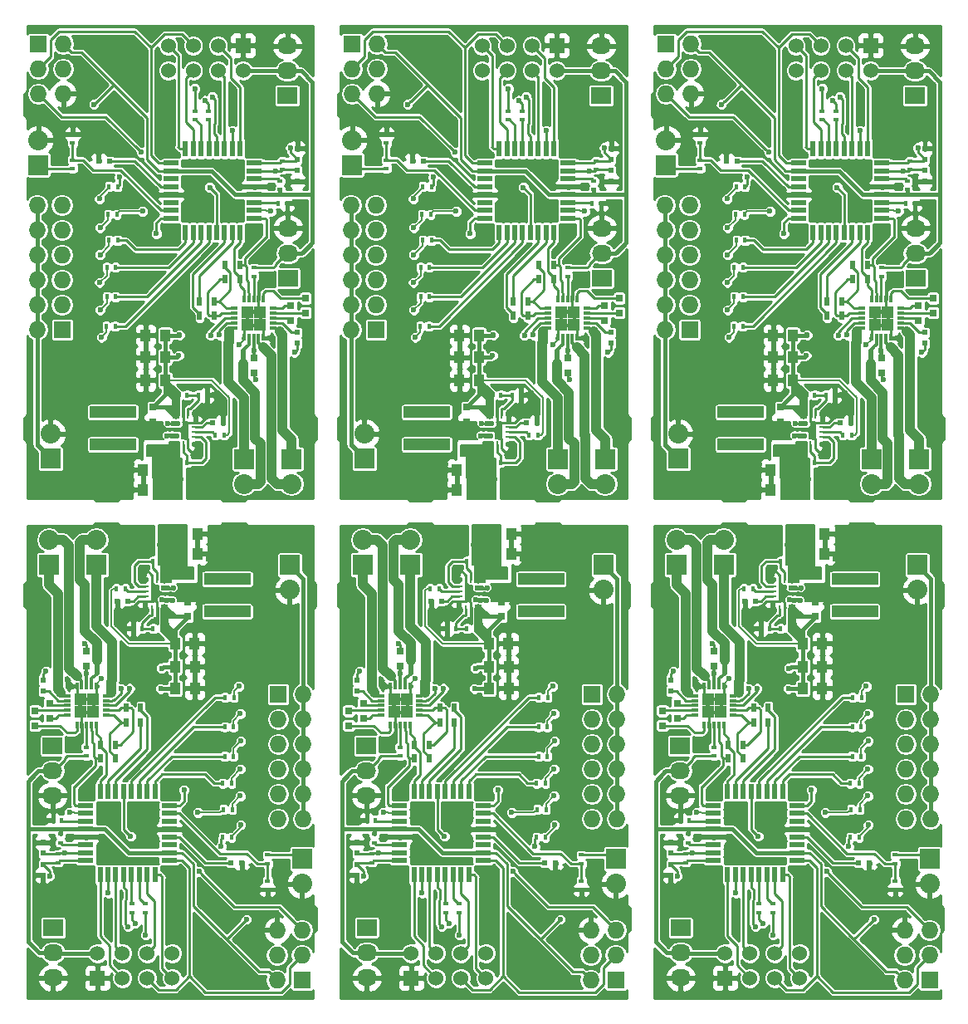
<source format=gtl>
G04 #@! TF.FileFunction,Copper,L1,Top,Signal*
%FSLAX46Y46*%
G04 Gerber Fmt 4.6, Leading zero omitted, Abs format (unit mm)*
G04 Created by KiCad (PCBNEW 4.0.6) date 12/25/17 20:13:07*
%MOMM*%
%LPD*%
G01*
G04 APERTURE LIST*
%ADD10C,0.100000*%
%ADD11R,0.600000X0.400000*%
%ADD12R,0.500000X0.600000*%
%ADD13R,0.500000X0.900000*%
%ADD14R,2.032000X1.727200*%
%ADD15O,2.032000X1.727200*%
%ADD16R,0.400000X0.600000*%
%ADD17R,1.524000X1.524000*%
%ADD18C,1.524000*%
%ADD19R,0.600000X0.500000*%
%ADD20R,1.600000X0.550000*%
%ADD21R,0.550000X1.600000*%
%ADD22R,1.727200X1.727200*%
%ADD23O,1.727200X1.727200*%
%ADD24R,2.032000X2.032000*%
%ADD25O,2.032000X2.032000*%
%ADD26R,0.750000X0.800000*%
%ADD27R,1.000000X1.250000*%
%ADD28R,4.700000X1.200000*%
%ADD29O,0.750000X0.250000*%
%ADD30O,0.250000X0.750000*%
%ADD31O,1.350000X0.250000*%
%ADD32O,1.750000X0.250000*%
%ADD33R,0.300000X0.730000*%
%ADD34R,0.730000X0.300000*%
%ADD35R,1.250000X1.250000*%
%ADD36C,0.600000*%
%ADD37C,0.250000*%
%ADD38C,0.300000*%
%ADD39C,0.400000*%
%ADD40C,0.150000*%
%ADD41C,1.000000*%
%ADD42C,0.350000*%
%ADD43C,0.500000*%
%ADD44C,0.254000*%
G04 APERTURE END LIST*
D10*
D11*
X29190566Y83744476D03*
X29190566Y82844476D03*
X29444566Y84876476D03*
X29444566Y85776476D03*
D12*
X30968566Y84802476D03*
X30968566Y83702476D03*
X30968566Y87046476D03*
X30968566Y85946476D03*
D13*
X23614566Y75159276D03*
X25114566Y75159276D03*
D14*
X30002566Y73838476D03*
D15*
X30002566Y76378476D03*
X30002566Y78918476D03*
D13*
X23614566Y73736876D03*
X25114566Y73736876D03*
D11*
X26554166Y73984754D03*
X26554166Y74884754D03*
D16*
X29052566Y81458476D03*
X29952566Y81458476D03*
D17*
X25424566Y97536476D03*
D18*
X25424566Y94996476D03*
X22884566Y97536476D03*
X22884566Y94996476D03*
X20344566Y97536476D03*
X20344566Y94996476D03*
X17804566Y97536476D03*
X17804566Y94996476D03*
D11*
X20503766Y89956476D03*
X20503766Y90856476D03*
D14*
X29952566Y92416476D03*
D15*
X29952566Y94956476D03*
X29952566Y97496476D03*
D11*
X21926166Y89949276D03*
X21926166Y90849276D03*
D19*
X11812566Y85790476D03*
X10712566Y85790476D03*
D16*
X11668566Y80332876D03*
X12568566Y80332876D03*
X11734566Y83172476D03*
X12634566Y83172476D03*
X11734566Y77672476D03*
X12634566Y77672476D03*
D20*
X26594566Y79946476D03*
X26594566Y80746476D03*
X26594566Y81546476D03*
X26594566Y82346476D03*
X26594566Y83146476D03*
X26594566Y83946476D03*
X26594566Y84746476D03*
X26594566Y85546476D03*
D21*
X25144566Y86996476D03*
X24344566Y86996476D03*
X23544566Y86996476D03*
X22744566Y86996476D03*
X21944566Y86996476D03*
X21144566Y86996476D03*
X20344566Y86996476D03*
X19544566Y86996476D03*
D20*
X18094566Y85546476D03*
X18094566Y84746476D03*
X18094566Y83946476D03*
X18094566Y83146476D03*
X18094566Y82346476D03*
X18094566Y81546476D03*
X18094566Y80746476D03*
X18094566Y79946476D03*
D21*
X19544566Y78496476D03*
X20344566Y78496476D03*
X21144566Y78496476D03*
X21944566Y78496476D03*
X22744566Y78496476D03*
X23544566Y78496476D03*
X24344566Y78496476D03*
X25144566Y78496476D03*
D22*
X4552566Y97714476D03*
D23*
X7092566Y97714476D03*
X4552566Y95174476D03*
X7092566Y95174476D03*
X4552566Y92634476D03*
X7092566Y92634476D03*
D11*
X8054566Y85870476D03*
X8054566Y84970476D03*
D24*
X4554566Y85370476D03*
D25*
X4554566Y87910476D03*
D11*
X8054566Y88520476D03*
X8054566Y87620476D03*
X40054566Y88520476D03*
X40054566Y87620476D03*
X40054566Y85870476D03*
X40054566Y84970476D03*
D24*
X36554566Y85370476D03*
D25*
X36554566Y87910476D03*
D22*
X36552566Y97714476D03*
D23*
X39092566Y97714476D03*
X36552566Y95174476D03*
X39092566Y95174476D03*
X36552566Y92634476D03*
X39092566Y92634476D03*
D19*
X43812566Y85790476D03*
X42712566Y85790476D03*
X75812566Y85790476D03*
X74712566Y85790476D03*
D24*
X68554566Y85370476D03*
D25*
X68554566Y87910476D03*
D11*
X72054566Y88520476D03*
X72054566Y87620476D03*
X72054566Y85870476D03*
X72054566Y84970476D03*
D16*
X75734566Y83172476D03*
X76634566Y83172476D03*
D22*
X70974566Y68592476D03*
D23*
X68434566Y68592476D03*
X70974566Y71132476D03*
X68434566Y71132476D03*
X70974566Y73672476D03*
X68434566Y73672476D03*
X70974566Y76212476D03*
X68434566Y76212476D03*
X70974566Y78752476D03*
X68434566Y78752476D03*
X70974566Y81292476D03*
X68434566Y81292476D03*
D16*
X93052566Y81458476D03*
X93952566Y81458476D03*
D11*
X93444566Y84876476D03*
X93444566Y85776476D03*
D12*
X94968566Y87046476D03*
X94968566Y85946476D03*
X94968566Y84802476D03*
X94968566Y83702476D03*
D11*
X93190566Y83744476D03*
X93190566Y82844476D03*
X84503766Y89956476D03*
X84503766Y90856476D03*
X85926166Y89949276D03*
X85926166Y90849276D03*
D17*
X89424566Y97536476D03*
D18*
X89424566Y94996476D03*
X86884566Y97536476D03*
X86884566Y94996476D03*
X84344566Y97536476D03*
X84344566Y94996476D03*
X81804566Y97536476D03*
X81804566Y94996476D03*
D20*
X90594566Y79946476D03*
X90594566Y80746476D03*
X90594566Y81546476D03*
X90594566Y82346476D03*
X90594566Y83146476D03*
X90594566Y83946476D03*
X90594566Y84746476D03*
X90594566Y85546476D03*
D21*
X89144566Y86996476D03*
X88344566Y86996476D03*
X87544566Y86996476D03*
X86744566Y86996476D03*
X85944566Y86996476D03*
X85144566Y86996476D03*
X84344566Y86996476D03*
X83544566Y86996476D03*
D20*
X82094566Y85546476D03*
X82094566Y84746476D03*
X82094566Y83946476D03*
X82094566Y83146476D03*
X82094566Y82346476D03*
X82094566Y81546476D03*
X82094566Y80746476D03*
X82094566Y79946476D03*
D21*
X83544566Y78496476D03*
X84344566Y78496476D03*
X85144566Y78496476D03*
X85944566Y78496476D03*
X86744566Y78496476D03*
X87544566Y78496476D03*
X88344566Y78496476D03*
X89144566Y78496476D03*
D14*
X93952566Y92416476D03*
D15*
X93952566Y94956476D03*
X93952566Y97496476D03*
D22*
X68552566Y97714476D03*
D23*
X71092566Y97714476D03*
X68552566Y95174476D03*
X71092566Y95174476D03*
X68552566Y92634476D03*
X71092566Y92634476D03*
D11*
X90554166Y73984754D03*
X90554166Y74884754D03*
D13*
X87614566Y75159276D03*
X89114566Y75159276D03*
X87614566Y73736876D03*
X89114566Y73736876D03*
D14*
X94002566Y73838476D03*
D15*
X94002566Y76378476D03*
X94002566Y78918476D03*
D26*
X95804166Y70284754D03*
X95804166Y71784754D03*
D16*
X75668566Y80332876D03*
X76568566Y80332876D03*
X75734566Y77672476D03*
X76634566Y77672476D03*
X75534566Y74922476D03*
X76434566Y74922476D03*
X75534566Y71922476D03*
X76434566Y71922476D03*
D26*
X80231541Y56345817D03*
X80231541Y57845817D03*
D27*
X81236566Y54280476D03*
X79236566Y54280476D03*
D28*
X76167541Y60163817D03*
X76167541Y56853817D03*
D26*
X80231541Y60663817D03*
X80231541Y59163817D03*
D24*
X69812566Y55422076D03*
D25*
X69812566Y57962076D03*
D27*
X81236566Y52248476D03*
X79236566Y52248476D03*
X81490566Y65765629D03*
X79490566Y65765629D03*
D16*
X75484566Y68922476D03*
X76384566Y68922476D03*
D27*
X81490566Y67996476D03*
X79490566Y67996476D03*
X81506566Y63424476D03*
X79506566Y63424476D03*
D16*
X83734566Y61900476D03*
X82834566Y61900476D03*
X85766566Y61900476D03*
X84866566Y61900476D03*
X83734566Y55042476D03*
X82834566Y55042476D03*
D29*
X84549541Y57627817D03*
X84549541Y58127817D03*
X84549541Y58627817D03*
X84549541Y59127817D03*
D30*
X83824541Y59852817D03*
X83324541Y59852817D03*
X82824541Y59852817D03*
X82324541Y59852817D03*
D31*
X82299541Y58877817D03*
D32*
X82474541Y58377817D03*
D31*
X82299541Y57877817D03*
D30*
X82324541Y56902817D03*
X82824541Y56902817D03*
X83324541Y56902817D03*
X83824541Y56902817D03*
D29*
X82574541Y57177817D03*
X82574541Y59577817D03*
D13*
X86504166Y71484754D03*
X85004166Y71484754D03*
X86504166Y69984754D03*
X85004166Y69984754D03*
D12*
X94968566Y68292476D03*
X94968566Y67192476D03*
D26*
X90554166Y65698476D03*
X90554166Y64198476D03*
D33*
X91519166Y71699754D03*
X91019166Y71699754D03*
X90519166Y71699754D03*
X90019166Y71699754D03*
X89519166Y71699754D03*
D34*
X88554166Y70734754D03*
X88554166Y70234754D03*
X88554166Y69734754D03*
X88554166Y69234754D03*
X88554166Y68734754D03*
D33*
X89519166Y67769754D03*
X90019166Y67769754D03*
X90519166Y67769754D03*
X91019166Y67769754D03*
X91519166Y67769754D03*
D34*
X92484166Y68734754D03*
X92484166Y69234754D03*
X92484166Y69734754D03*
X92484166Y70234754D03*
X92484166Y70734754D03*
D35*
X89894166Y69109754D03*
X91144166Y69109754D03*
X89894166Y70359754D03*
X91144166Y70359754D03*
D26*
X94304166Y69534754D03*
X94304166Y71034754D03*
D24*
X94358966Y55398076D03*
D25*
X94358966Y52858076D03*
D19*
X86290566Y59106476D03*
X87390566Y59106476D03*
D24*
X89532966Y55398076D03*
D25*
X89532966Y52858076D03*
D16*
X86586566Y57836476D03*
X87486566Y57836476D03*
D26*
X16231541Y60663817D03*
X16231541Y59163817D03*
X16231541Y56345817D03*
X16231541Y57845817D03*
D28*
X12167541Y60163817D03*
X12167541Y56853817D03*
D27*
X17236566Y52248476D03*
X15236566Y52248476D03*
X17236566Y54280476D03*
X15236566Y54280476D03*
D13*
X22504166Y69984754D03*
X21004166Y69984754D03*
D27*
X17490566Y67996476D03*
X15490566Y67996476D03*
D16*
X11484566Y68922476D03*
X12384566Y68922476D03*
D13*
X22504166Y71484754D03*
X21004166Y71484754D03*
D27*
X17490566Y65765629D03*
X15490566Y65765629D03*
X17506566Y63424476D03*
X15506566Y63424476D03*
D16*
X22586566Y57836476D03*
X23486566Y57836476D03*
D24*
X25532966Y55398076D03*
D25*
X25532966Y52858076D03*
D24*
X30358966Y55398076D03*
D25*
X30358966Y52858076D03*
D16*
X19734566Y61900476D03*
X18834566Y61900476D03*
X21766566Y61900476D03*
X20866566Y61900476D03*
D29*
X20549541Y57627817D03*
X20549541Y58127817D03*
X20549541Y58627817D03*
X20549541Y59127817D03*
D30*
X19824541Y59852817D03*
X19324541Y59852817D03*
X18824541Y59852817D03*
X18324541Y59852817D03*
D31*
X18299541Y58877817D03*
D32*
X18474541Y58377817D03*
D31*
X18299541Y57877817D03*
D30*
X18324541Y56902817D03*
X18824541Y56902817D03*
X19324541Y56902817D03*
X19824541Y56902817D03*
D29*
X18574541Y57177817D03*
X18574541Y59577817D03*
D19*
X22290566Y59106476D03*
X23390566Y59106476D03*
D16*
X19734566Y55042476D03*
X18834566Y55042476D03*
X11534566Y74922476D03*
X12434566Y74922476D03*
D24*
X5812566Y55422076D03*
D25*
X5812566Y57962076D03*
D16*
X11534566Y71922476D03*
X12434566Y71922476D03*
D22*
X6974566Y68592476D03*
D23*
X4434566Y68592476D03*
X6974566Y71132476D03*
X4434566Y71132476D03*
X6974566Y73672476D03*
X4434566Y73672476D03*
X6974566Y76212476D03*
X4434566Y76212476D03*
X6974566Y78752476D03*
X4434566Y78752476D03*
X6974566Y81292476D03*
X4434566Y81292476D03*
D33*
X27519166Y71699754D03*
X27019166Y71699754D03*
X26519166Y71699754D03*
X26019166Y71699754D03*
X25519166Y71699754D03*
D34*
X24554166Y70734754D03*
X24554166Y70234754D03*
X24554166Y69734754D03*
X24554166Y69234754D03*
X24554166Y68734754D03*
D33*
X25519166Y67769754D03*
X26019166Y67769754D03*
X26519166Y67769754D03*
X27019166Y67769754D03*
X27519166Y67769754D03*
D34*
X28484166Y68734754D03*
X28484166Y69234754D03*
X28484166Y69734754D03*
X28484166Y70234754D03*
X28484166Y70734754D03*
D35*
X25894166Y69109754D03*
X27144166Y69109754D03*
X25894166Y70359754D03*
X27144166Y70359754D03*
D26*
X30304166Y69534754D03*
X30304166Y71034754D03*
D12*
X30968566Y68292476D03*
X30968566Y67192476D03*
D26*
X31804166Y70284754D03*
X31804166Y71784754D03*
X26554166Y65698476D03*
X26554166Y64198476D03*
D24*
X37812566Y55422076D03*
D25*
X37812566Y57962076D03*
D16*
X43668566Y80332876D03*
X44568566Y80332876D03*
X43534566Y74922476D03*
X44434566Y74922476D03*
D22*
X38974566Y68592476D03*
D23*
X36434566Y68592476D03*
X38974566Y71132476D03*
X36434566Y71132476D03*
X38974566Y73672476D03*
X36434566Y73672476D03*
X38974566Y76212476D03*
X36434566Y76212476D03*
X38974566Y78752476D03*
X36434566Y78752476D03*
X38974566Y81292476D03*
X36434566Y81292476D03*
D16*
X43734566Y77672476D03*
X44634566Y77672476D03*
X43734566Y83172476D03*
X44634566Y83172476D03*
D11*
X61190566Y83744476D03*
X61190566Y82844476D03*
D16*
X61052566Y81458476D03*
X61952566Y81458476D03*
D14*
X62002566Y73838476D03*
D15*
X62002566Y76378476D03*
X62002566Y78918476D03*
D11*
X61444566Y84876476D03*
X61444566Y85776476D03*
D12*
X62968566Y84802476D03*
X62968566Y83702476D03*
X62968566Y87046476D03*
X62968566Y85946476D03*
D14*
X61952566Y92416476D03*
D15*
X61952566Y94956476D03*
X61952566Y97496476D03*
D11*
X53926166Y89949276D03*
X53926166Y90849276D03*
X52503766Y89956476D03*
X52503766Y90856476D03*
D17*
X57424566Y97536476D03*
D18*
X57424566Y94996476D03*
X54884566Y97536476D03*
X54884566Y94996476D03*
X52344566Y97536476D03*
X52344566Y94996476D03*
X49804566Y97536476D03*
X49804566Y94996476D03*
D11*
X58554166Y73984754D03*
X58554166Y74884754D03*
D13*
X55614566Y75159276D03*
X57114566Y75159276D03*
D20*
X58594566Y79946476D03*
X58594566Y80746476D03*
X58594566Y81546476D03*
X58594566Y82346476D03*
X58594566Y83146476D03*
X58594566Y83946476D03*
X58594566Y84746476D03*
X58594566Y85546476D03*
D21*
X57144566Y86996476D03*
X56344566Y86996476D03*
X55544566Y86996476D03*
X54744566Y86996476D03*
X53944566Y86996476D03*
X53144566Y86996476D03*
X52344566Y86996476D03*
X51544566Y86996476D03*
D20*
X50094566Y85546476D03*
X50094566Y84746476D03*
X50094566Y83946476D03*
X50094566Y83146476D03*
X50094566Y82346476D03*
X50094566Y81546476D03*
X50094566Y80746476D03*
X50094566Y79946476D03*
D21*
X51544566Y78496476D03*
X52344566Y78496476D03*
X53144566Y78496476D03*
X53944566Y78496476D03*
X54744566Y78496476D03*
X55544566Y78496476D03*
X56344566Y78496476D03*
X57144566Y78496476D03*
D13*
X54504166Y71484754D03*
X53004166Y71484754D03*
X55614566Y73736876D03*
X57114566Y73736876D03*
D27*
X49506566Y63424476D03*
X47506566Y63424476D03*
D16*
X43484566Y68922476D03*
X44384566Y68922476D03*
X43534566Y71922476D03*
X44434566Y71922476D03*
D27*
X49490566Y65765629D03*
X47490566Y65765629D03*
X49490566Y67996476D03*
X47490566Y67996476D03*
D16*
X51734566Y61900476D03*
X50834566Y61900476D03*
D26*
X48231541Y60663817D03*
X48231541Y59163817D03*
D27*
X49236566Y54280476D03*
X47236566Y54280476D03*
X49236566Y52248476D03*
X47236566Y52248476D03*
D29*
X52549541Y57627817D03*
X52549541Y58127817D03*
X52549541Y58627817D03*
X52549541Y59127817D03*
D30*
X51824541Y59852817D03*
X51324541Y59852817D03*
X50824541Y59852817D03*
X50324541Y59852817D03*
D31*
X50299541Y58877817D03*
D32*
X50474541Y58377817D03*
D31*
X50299541Y57877817D03*
D30*
X50324541Y56902817D03*
X50824541Y56902817D03*
X51324541Y56902817D03*
X51824541Y56902817D03*
D29*
X50574541Y57177817D03*
X50574541Y59577817D03*
D26*
X48231541Y56345817D03*
X48231541Y57845817D03*
D28*
X44167541Y60163817D03*
X44167541Y56853817D03*
D16*
X51734566Y55042476D03*
X50834566Y55042476D03*
D26*
X58554166Y65698476D03*
X58554166Y64198476D03*
D13*
X54504166Y69984754D03*
X53004166Y69984754D03*
D12*
X62968566Y68292476D03*
X62968566Y67192476D03*
D26*
X63804166Y70284754D03*
X63804166Y71784754D03*
D33*
X59519166Y71699754D03*
X59019166Y71699754D03*
X58519166Y71699754D03*
X58019166Y71699754D03*
X57519166Y71699754D03*
D34*
X56554166Y70734754D03*
X56554166Y70234754D03*
X56554166Y69734754D03*
X56554166Y69234754D03*
X56554166Y68734754D03*
D33*
X57519166Y67769754D03*
X58019166Y67769754D03*
X58519166Y67769754D03*
X59019166Y67769754D03*
X59519166Y67769754D03*
D34*
X60484166Y68734754D03*
X60484166Y69234754D03*
X60484166Y69734754D03*
X60484166Y70234754D03*
X60484166Y70734754D03*
D35*
X57894166Y69109754D03*
X59144166Y69109754D03*
X57894166Y70359754D03*
X59144166Y70359754D03*
D26*
X62304166Y69534754D03*
X62304166Y71034754D03*
D24*
X57532966Y55398076D03*
D25*
X57532966Y52858076D03*
D19*
X54290566Y59106476D03*
X55390566Y59106476D03*
D16*
X54586566Y57836476D03*
X55486566Y57836476D03*
D24*
X62358966Y55398076D03*
D25*
X62358966Y52858076D03*
D16*
X53766566Y61900476D03*
X52866566Y61900476D03*
X70948000Y18542000D03*
X70048000Y18542000D03*
D12*
X69032000Y15198000D03*
X69032000Y16298000D03*
D11*
X70810000Y16256000D03*
X70810000Y17156000D03*
D12*
X69032000Y12954000D03*
X69032000Y14054000D03*
D11*
X70556000Y15124000D03*
X70556000Y14224000D03*
D16*
X88466000Y25078000D03*
X87566000Y25078000D03*
D13*
X77496400Y30015722D03*
X78996400Y30015722D03*
X77496400Y28515722D03*
X78996400Y28515722D03*
D16*
X88466000Y28078000D03*
X87566000Y28078000D03*
D13*
X76386000Y26263600D03*
X74886000Y26263600D03*
D17*
X74576000Y2464000D03*
D18*
X74576000Y5004000D03*
X77116000Y2464000D03*
X77116000Y5004000D03*
X79656000Y2464000D03*
X79656000Y5004000D03*
X82196000Y2464000D03*
X82196000Y5004000D03*
D22*
X93026000Y31408000D03*
D23*
X95566000Y31408000D03*
X93026000Y28868000D03*
X95566000Y28868000D03*
X93026000Y26328000D03*
X95566000Y26328000D03*
X93026000Y23788000D03*
X95566000Y23788000D03*
X93026000Y21248000D03*
X95566000Y21248000D03*
X93026000Y18708000D03*
X95566000Y18708000D03*
D11*
X91946000Y11480000D03*
X91946000Y12380000D03*
X91946000Y14130000D03*
X91946000Y15030000D03*
D24*
X95446000Y14630000D03*
D25*
X95446000Y12090000D03*
D11*
X78074400Y10051200D03*
X78074400Y9151200D03*
X79496800Y10044000D03*
X79496800Y9144000D03*
D14*
X70048000Y7584000D03*
D15*
X70048000Y5044000D03*
X70048000Y2504000D03*
D22*
X95448000Y2286000D03*
D23*
X92908000Y2286000D03*
X95448000Y4826000D03*
X92908000Y4826000D03*
X95448000Y7366000D03*
X92908000Y7366000D03*
D19*
X88188000Y14210000D03*
X89288000Y14210000D03*
D16*
X88332000Y19667600D03*
X87432000Y19667600D03*
X88266000Y16828000D03*
X87366000Y16828000D03*
X88266000Y22328000D03*
X87366000Y22328000D03*
D20*
X73406000Y20054000D03*
X73406000Y19254000D03*
X73406000Y18454000D03*
X73406000Y17654000D03*
X73406000Y16854000D03*
X73406000Y16054000D03*
X73406000Y15254000D03*
X73406000Y14454000D03*
D21*
X74856000Y13004000D03*
X75656000Y13004000D03*
X76456000Y13004000D03*
X77256000Y13004000D03*
X78056000Y13004000D03*
X78856000Y13004000D03*
X79656000Y13004000D03*
X80456000Y13004000D03*
D20*
X81906000Y14454000D03*
X81906000Y15254000D03*
X81906000Y16054000D03*
X81906000Y16854000D03*
X81906000Y17654000D03*
X81906000Y18454000D03*
X81906000Y19254000D03*
X81906000Y20054000D03*
D21*
X80456000Y21504000D03*
X79656000Y21504000D03*
X78856000Y21504000D03*
X78056000Y21504000D03*
X77256000Y21504000D03*
X76456000Y21504000D03*
X75656000Y21504000D03*
X74856000Y21504000D03*
D11*
X73446400Y26015722D03*
X73446400Y25115722D03*
D13*
X76386000Y24841200D03*
X74886000Y24841200D03*
D14*
X69998000Y26162000D03*
D15*
X69998000Y23622000D03*
X69998000Y21082000D03*
D33*
X72481400Y28300722D03*
X72981400Y28300722D03*
X73481400Y28300722D03*
X73981400Y28300722D03*
X74481400Y28300722D03*
D34*
X75446400Y29265722D03*
X75446400Y29765722D03*
X75446400Y30265722D03*
X75446400Y30765722D03*
X75446400Y31265722D03*
D33*
X74481400Y32230722D03*
X73981400Y32230722D03*
X73481400Y32230722D03*
X72981400Y32230722D03*
X72481400Y32230722D03*
D34*
X71516400Y31265722D03*
X71516400Y30765722D03*
X71516400Y30265722D03*
X71516400Y29765722D03*
X71516400Y29265722D03*
D35*
X74106400Y30890722D03*
X72856400Y30890722D03*
X74106400Y29640722D03*
X72856400Y29640722D03*
D26*
X68196400Y29715722D03*
X68196400Y28215722D03*
X73446400Y34302000D03*
X73446400Y35802000D03*
X69696400Y30465722D03*
X69696400Y28965722D03*
D12*
X69032000Y31708000D03*
X69032000Y32808000D03*
D16*
X80266000Y38100000D03*
X81166000Y38100000D03*
X78234000Y38100000D03*
X79134000Y38100000D03*
D29*
X79451025Y42372659D03*
X79451025Y41872659D03*
X79451025Y41372659D03*
X79451025Y40872659D03*
D30*
X80176025Y40147659D03*
X80676025Y40147659D03*
X81176025Y40147659D03*
X81676025Y40147659D03*
D31*
X81701025Y41122659D03*
D32*
X81526025Y41622659D03*
D31*
X81701025Y42122659D03*
D30*
X81676025Y43097659D03*
X81176025Y43097659D03*
X80676025Y43097659D03*
X80176025Y43097659D03*
D29*
X81426025Y42822659D03*
X81426025Y40422659D03*
D24*
X69641600Y44602400D03*
D25*
X69641600Y47142400D03*
D24*
X74467600Y44602400D03*
D25*
X74467600Y47142400D03*
D16*
X80266000Y44958000D03*
X81166000Y44958000D03*
X77414000Y42164000D03*
X76514000Y42164000D03*
D19*
X77710000Y40894000D03*
X76610000Y40894000D03*
D24*
X94188000Y44578400D03*
D25*
X94188000Y42038400D03*
D27*
X82764000Y45720000D03*
X84764000Y45720000D03*
D26*
X83769025Y43654659D03*
X83769025Y42154659D03*
D28*
X87833025Y39836659D03*
X87833025Y43146659D03*
D27*
X82764000Y47752000D03*
X84764000Y47752000D03*
D26*
X83769025Y39336659D03*
X83769025Y40836659D03*
D27*
X82494000Y36576000D03*
X84494000Y36576000D03*
D16*
X88516000Y31078000D03*
X87616000Y31078000D03*
D27*
X82510000Y34234847D03*
X84510000Y34234847D03*
X82510000Y32004000D03*
X84510000Y32004000D03*
D16*
X38948000Y18542000D03*
X38048000Y18542000D03*
D12*
X37032000Y15198000D03*
X37032000Y16298000D03*
D11*
X38810000Y16256000D03*
X38810000Y17156000D03*
D12*
X37032000Y12954000D03*
X37032000Y14054000D03*
D11*
X38556000Y15124000D03*
X38556000Y14224000D03*
D16*
X56466000Y25078000D03*
X55566000Y25078000D03*
D13*
X45496400Y30015722D03*
X46996400Y30015722D03*
X45496400Y28515722D03*
X46996400Y28515722D03*
D16*
X56466000Y28078000D03*
X55566000Y28078000D03*
D13*
X44386000Y26263600D03*
X42886000Y26263600D03*
D17*
X42576000Y2464000D03*
D18*
X42576000Y5004000D03*
X45116000Y2464000D03*
X45116000Y5004000D03*
X47656000Y2464000D03*
X47656000Y5004000D03*
X50196000Y2464000D03*
X50196000Y5004000D03*
D22*
X61026000Y31408000D03*
D23*
X63566000Y31408000D03*
X61026000Y28868000D03*
X63566000Y28868000D03*
X61026000Y26328000D03*
X63566000Y26328000D03*
X61026000Y23788000D03*
X63566000Y23788000D03*
X61026000Y21248000D03*
X63566000Y21248000D03*
X61026000Y18708000D03*
X63566000Y18708000D03*
D11*
X59946000Y11480000D03*
X59946000Y12380000D03*
X59946000Y14130000D03*
X59946000Y15030000D03*
D24*
X63446000Y14630000D03*
D25*
X63446000Y12090000D03*
D11*
X46074400Y10051200D03*
X46074400Y9151200D03*
X47496800Y10044000D03*
X47496800Y9144000D03*
D14*
X38048000Y7584000D03*
D15*
X38048000Y5044000D03*
X38048000Y2504000D03*
D22*
X63448000Y2286000D03*
D23*
X60908000Y2286000D03*
X63448000Y4826000D03*
X60908000Y4826000D03*
X63448000Y7366000D03*
X60908000Y7366000D03*
D19*
X56188000Y14210000D03*
X57288000Y14210000D03*
D16*
X56332000Y19667600D03*
X55432000Y19667600D03*
X56266000Y16828000D03*
X55366000Y16828000D03*
X56266000Y22328000D03*
X55366000Y22328000D03*
D20*
X41406000Y20054000D03*
X41406000Y19254000D03*
X41406000Y18454000D03*
X41406000Y17654000D03*
X41406000Y16854000D03*
X41406000Y16054000D03*
X41406000Y15254000D03*
X41406000Y14454000D03*
D21*
X42856000Y13004000D03*
X43656000Y13004000D03*
X44456000Y13004000D03*
X45256000Y13004000D03*
X46056000Y13004000D03*
X46856000Y13004000D03*
X47656000Y13004000D03*
X48456000Y13004000D03*
D20*
X49906000Y14454000D03*
X49906000Y15254000D03*
X49906000Y16054000D03*
X49906000Y16854000D03*
X49906000Y17654000D03*
X49906000Y18454000D03*
X49906000Y19254000D03*
X49906000Y20054000D03*
D21*
X48456000Y21504000D03*
X47656000Y21504000D03*
X46856000Y21504000D03*
X46056000Y21504000D03*
X45256000Y21504000D03*
X44456000Y21504000D03*
X43656000Y21504000D03*
X42856000Y21504000D03*
D11*
X41446400Y26015722D03*
X41446400Y25115722D03*
D13*
X44386000Y24841200D03*
X42886000Y24841200D03*
D14*
X37998000Y26162000D03*
D15*
X37998000Y23622000D03*
X37998000Y21082000D03*
D33*
X40481400Y28300722D03*
X40981400Y28300722D03*
X41481400Y28300722D03*
X41981400Y28300722D03*
X42481400Y28300722D03*
D34*
X43446400Y29265722D03*
X43446400Y29765722D03*
X43446400Y30265722D03*
X43446400Y30765722D03*
X43446400Y31265722D03*
D33*
X42481400Y32230722D03*
X41981400Y32230722D03*
X41481400Y32230722D03*
X40981400Y32230722D03*
X40481400Y32230722D03*
D34*
X39516400Y31265722D03*
X39516400Y30765722D03*
X39516400Y30265722D03*
X39516400Y29765722D03*
X39516400Y29265722D03*
D35*
X42106400Y30890722D03*
X40856400Y30890722D03*
X42106400Y29640722D03*
X40856400Y29640722D03*
D26*
X36196400Y29715722D03*
X36196400Y28215722D03*
X41446400Y34302000D03*
X41446400Y35802000D03*
X37696400Y30465722D03*
X37696400Y28965722D03*
D12*
X37032000Y31708000D03*
X37032000Y32808000D03*
D16*
X48266000Y38100000D03*
X49166000Y38100000D03*
X46234000Y38100000D03*
X47134000Y38100000D03*
D29*
X47451025Y42372659D03*
X47451025Y41872659D03*
X47451025Y41372659D03*
X47451025Y40872659D03*
D30*
X48176025Y40147659D03*
X48676025Y40147659D03*
X49176025Y40147659D03*
X49676025Y40147659D03*
D31*
X49701025Y41122659D03*
D32*
X49526025Y41622659D03*
D31*
X49701025Y42122659D03*
D30*
X49676025Y43097659D03*
X49176025Y43097659D03*
X48676025Y43097659D03*
X48176025Y43097659D03*
D29*
X49426025Y42822659D03*
X49426025Y40422659D03*
D24*
X37641600Y44602400D03*
D25*
X37641600Y47142400D03*
D24*
X42467600Y44602400D03*
D25*
X42467600Y47142400D03*
D16*
X48266000Y44958000D03*
X49166000Y44958000D03*
X45414000Y42164000D03*
X44514000Y42164000D03*
D19*
X45710000Y40894000D03*
X44610000Y40894000D03*
D24*
X62188000Y44578400D03*
D25*
X62188000Y42038400D03*
D27*
X50764000Y45720000D03*
X52764000Y45720000D03*
D26*
X51769025Y43654659D03*
X51769025Y42154659D03*
D28*
X55833025Y39836659D03*
X55833025Y43146659D03*
D27*
X50764000Y47752000D03*
X52764000Y47752000D03*
D26*
X51769025Y39336659D03*
X51769025Y40836659D03*
D27*
X50494000Y36576000D03*
X52494000Y36576000D03*
D16*
X56516000Y31078000D03*
X55616000Y31078000D03*
D27*
X50510000Y34234847D03*
X52510000Y34234847D03*
X50510000Y32004000D03*
X52510000Y32004000D03*
D20*
X9406000Y20054000D03*
X9406000Y19254000D03*
X9406000Y18454000D03*
X9406000Y17654000D03*
X9406000Y16854000D03*
X9406000Y16054000D03*
X9406000Y15254000D03*
X9406000Y14454000D03*
D21*
X10856000Y13004000D03*
X11656000Y13004000D03*
X12456000Y13004000D03*
X13256000Y13004000D03*
X14056000Y13004000D03*
X14856000Y13004000D03*
X15656000Y13004000D03*
X16456000Y13004000D03*
D20*
X17906000Y14454000D03*
X17906000Y15254000D03*
X17906000Y16054000D03*
X17906000Y16854000D03*
X17906000Y17654000D03*
X17906000Y18454000D03*
X17906000Y19254000D03*
X17906000Y20054000D03*
D21*
X16456000Y21504000D03*
X15656000Y21504000D03*
X14856000Y21504000D03*
X14056000Y21504000D03*
X13256000Y21504000D03*
X12456000Y21504000D03*
X11656000Y21504000D03*
X10856000Y21504000D03*
D22*
X31448000Y2286000D03*
D23*
X28908000Y2286000D03*
X31448000Y4826000D03*
X28908000Y4826000D03*
X31448000Y7366000D03*
X28908000Y7366000D03*
D24*
X5641600Y44602400D03*
D25*
X5641600Y47142400D03*
D24*
X10467600Y44602400D03*
D25*
X10467600Y47142400D03*
D22*
X29026000Y31408000D03*
D23*
X31566000Y31408000D03*
X29026000Y28868000D03*
X31566000Y28868000D03*
X29026000Y26328000D03*
X31566000Y26328000D03*
X29026000Y23788000D03*
X31566000Y23788000D03*
X29026000Y21248000D03*
X31566000Y21248000D03*
X29026000Y18708000D03*
X31566000Y18708000D03*
D14*
X5998000Y26162000D03*
D15*
X5998000Y23622000D03*
X5998000Y21082000D03*
D14*
X6048000Y7584000D03*
D15*
X6048000Y5044000D03*
X6048000Y2504000D03*
D24*
X30188000Y44578400D03*
D25*
X30188000Y42038400D03*
D24*
X31446000Y14630000D03*
D25*
X31446000Y12090000D03*
D33*
X8481400Y28300722D03*
X8981400Y28300722D03*
X9481400Y28300722D03*
X9981400Y28300722D03*
X10481400Y28300722D03*
D34*
X11446400Y29265722D03*
X11446400Y29765722D03*
X11446400Y30265722D03*
X11446400Y30765722D03*
X11446400Y31265722D03*
D33*
X10481400Y32230722D03*
X9981400Y32230722D03*
X9481400Y32230722D03*
X8981400Y32230722D03*
X8481400Y32230722D03*
D34*
X7516400Y31265722D03*
X7516400Y30765722D03*
X7516400Y30265722D03*
X7516400Y29765722D03*
X7516400Y29265722D03*
D35*
X10106400Y30890722D03*
X8856400Y30890722D03*
X10106400Y29640722D03*
X8856400Y29640722D03*
D17*
X10576000Y2464000D03*
D18*
X10576000Y5004000D03*
X13116000Y2464000D03*
X13116000Y5004000D03*
X15656000Y2464000D03*
X15656000Y5004000D03*
X18196000Y2464000D03*
X18196000Y5004000D03*
D12*
X5032000Y31708000D03*
X5032000Y32808000D03*
D19*
X24188000Y14210000D03*
X25288000Y14210000D03*
D12*
X5032000Y12954000D03*
X5032000Y14054000D03*
X5032000Y15198000D03*
X5032000Y16298000D03*
D11*
X9446400Y26015722D03*
X9446400Y25115722D03*
D16*
X24332000Y19667600D03*
X23432000Y19667600D03*
X24266000Y16828000D03*
X23366000Y16828000D03*
X24516000Y31078000D03*
X23616000Y31078000D03*
X24466000Y28078000D03*
X23566000Y28078000D03*
X24466000Y25078000D03*
X23566000Y25078000D03*
X24266000Y22328000D03*
X23366000Y22328000D03*
X6948000Y18542000D03*
X6048000Y18542000D03*
D11*
X6810000Y16256000D03*
X6810000Y17156000D03*
X6556000Y15124000D03*
X6556000Y14224000D03*
X14074400Y10051200D03*
X14074400Y9151200D03*
X15496800Y10044000D03*
X15496800Y9144000D03*
X27946000Y14130000D03*
X27946000Y15030000D03*
X27946000Y11480000D03*
X27946000Y12380000D03*
D26*
X9446400Y34302000D03*
X9446400Y35802000D03*
X19769025Y43654659D03*
X19769025Y42154659D03*
D27*
X18764000Y45720000D03*
X20764000Y45720000D03*
X18764000Y47752000D03*
X20764000Y47752000D03*
D19*
X13710000Y40894000D03*
X12610000Y40894000D03*
D26*
X19769025Y39336659D03*
X19769025Y40836659D03*
D27*
X18510000Y34234847D03*
X20510000Y34234847D03*
X18510000Y32004000D03*
X20510000Y32004000D03*
X18494000Y36576000D03*
X20494000Y36576000D03*
D28*
X23833025Y39836659D03*
X23833025Y43146659D03*
D16*
X16266000Y44958000D03*
X17166000Y44958000D03*
X16266000Y38100000D03*
X17166000Y38100000D03*
X14234000Y38100000D03*
X15134000Y38100000D03*
X13414000Y42164000D03*
X12514000Y42164000D03*
D29*
X15451025Y42372659D03*
X15451025Y41872659D03*
X15451025Y41372659D03*
X15451025Y40872659D03*
D30*
X16176025Y40147659D03*
X16676025Y40147659D03*
X17176025Y40147659D03*
X17676025Y40147659D03*
D31*
X17701025Y41122659D03*
D32*
X17526025Y41622659D03*
D31*
X17701025Y42122659D03*
D30*
X17676025Y43097659D03*
X17176025Y43097659D03*
X16676025Y43097659D03*
X16176025Y43097659D03*
D29*
X17426025Y42822659D03*
X17426025Y40422659D03*
D13*
X13496400Y28515722D03*
X14996400Y28515722D03*
X13496400Y30015722D03*
X14996400Y30015722D03*
X12386000Y26263600D03*
X10886000Y26263600D03*
X12386000Y24841200D03*
X10886000Y24841200D03*
D26*
X4196400Y29715722D03*
X4196400Y28215722D03*
X5696400Y30465722D03*
X5696400Y28965722D03*
D36*
X10216766Y91542276D03*
X50878166Y65939076D03*
X42216766Y91542276D03*
X50954366Y68021876D03*
X18878166Y65939076D03*
X18954366Y68021876D03*
X74216766Y91542276D03*
X82878166Y65939076D03*
X82954366Y68021876D03*
X89783800Y8458200D03*
X81122400Y34061400D03*
X81046200Y31978600D03*
X57783800Y8458200D03*
X49122400Y34061400D03*
X49046200Y31978600D03*
X17046200Y31978600D03*
X25783800Y8458200D03*
X17122400Y34061400D03*
X10546966Y72263676D03*
X10445366Y74905276D03*
X10445366Y77648476D03*
X26548966Y78258076D03*
X24275873Y80700847D03*
X24720166Y83896876D03*
X20249766Y82372876D03*
X18014566Y78105676D03*
X14763366Y78308876D03*
X15982566Y82880876D03*
X10546966Y83439676D03*
X10699366Y80645676D03*
X10394566Y86741676D03*
X14356966Y93294876D03*
X24313766Y91212076D03*
X17455766Y90856476D03*
X63781366Y87046476D03*
X63324166Y90907276D03*
X63273366Y89027676D03*
X46763366Y78308876D03*
X52249766Y82372876D03*
X47982566Y82880876D03*
X58701366Y91008876D03*
X58853766Y88621276D03*
X56313766Y91212076D03*
X42699366Y80645676D03*
X42546966Y83439676D03*
X49455766Y90856476D03*
X46356966Y93294876D03*
X60109966Y83146476D03*
X62689166Y81636276D03*
X58548966Y78258076D03*
X56275873Y80700847D03*
X56720166Y83896876D03*
X45696566Y67640876D03*
X46153766Y65761276D03*
X46153766Y63475276D03*
X51411566Y58369876D03*
X46135605Y54811810D03*
X43562966Y53467676D03*
X31628966Y58446076D03*
X31374966Y63221276D03*
X28487554Y67096607D03*
X32340166Y51943676D03*
X28022166Y51791276D03*
X23297766Y54890076D03*
X22129366Y51943676D03*
X20478366Y55804476D03*
X9683366Y65964476D03*
X14135605Y54811810D03*
X6584566Y65202476D03*
X5822566Y61341676D03*
X11562966Y53467676D03*
X41683366Y65964476D03*
X37822566Y61341676D03*
X38584566Y65202476D03*
X26853766Y88621276D03*
X26701366Y91008876D03*
X31324166Y90907276D03*
X31781366Y87046476D03*
X31273366Y89027676D03*
X42597766Y69571276D03*
X42546966Y72263676D03*
X30689166Y81636276D03*
X27285566Y73076476D03*
X28109966Y83146476D03*
X42394566Y86741676D03*
X42445366Y74905276D03*
X50014566Y78105676D03*
X42445366Y77648476D03*
X51614766Y58928676D03*
X55399366Y60249476D03*
X54510366Y61951276D03*
X51462172Y61011670D03*
X51436966Y57785676D03*
X54129366Y51943676D03*
X52478366Y55804476D03*
X56995688Y67031276D03*
X63374966Y63221276D03*
X58697853Y63453305D03*
X60487554Y67096607D03*
X55297766Y54890076D03*
X60022166Y51791276D03*
X63628966Y58446076D03*
X64340166Y51943676D03*
X52706966Y64694476D03*
X50319366Y70688876D03*
X57894166Y70359754D03*
X57894166Y69109754D03*
X59285566Y73076476D03*
X59144166Y69109754D03*
X59144166Y70359754D03*
X18319366Y70688876D03*
X14153766Y65761276D03*
X19436966Y57785676D03*
X22510366Y61951276D03*
X23399366Y60249476D03*
X19411566Y58369876D03*
X19462172Y61011670D03*
X19614766Y58928676D03*
X24995688Y67031276D03*
X26697853Y63453305D03*
X20706966Y64694476D03*
X10597766Y69571276D03*
X14153766Y63475276D03*
X13696566Y67640876D03*
X27144166Y69109754D03*
X27144166Y70359754D03*
X25894166Y69109754D03*
X25894166Y70359754D03*
X78153766Y65761276D03*
X74597766Y69571276D03*
X77696566Y67640876D03*
X70584566Y65202476D03*
X69822566Y61341676D03*
X73683366Y65964476D03*
X78153766Y63475276D03*
X78135605Y54811810D03*
X75562966Y53467676D03*
X74546966Y72263676D03*
X74445366Y74905276D03*
X82014566Y78105676D03*
X79982566Y82880876D03*
X74699366Y80645676D03*
X78763366Y78308876D03*
X74445366Y77648476D03*
X74546966Y83439676D03*
X78356966Y93294876D03*
X74394566Y86741676D03*
X81455766Y90856476D03*
X83614766Y58928676D03*
X83436966Y57785676D03*
X83411566Y58369876D03*
X84478366Y55804476D03*
X95628966Y58446076D03*
X86129366Y51943676D03*
X96340166Y51943676D03*
X92022166Y51791276D03*
X87297766Y54890076D03*
X90548966Y78258076D03*
X84249766Y82372876D03*
X88275873Y80700847D03*
X88720166Y83896876D03*
X88313766Y91212076D03*
X90701366Y91008876D03*
X90853766Y88621276D03*
X95781366Y87046476D03*
X95273366Y89027676D03*
X95324166Y90907276D03*
X92109966Y83146476D03*
X94689166Y81636276D03*
X87399366Y60249476D03*
X86510366Y61951276D03*
X83462172Y61011670D03*
X84706966Y64694476D03*
X82319366Y70688876D03*
X89894166Y69109754D03*
X91285566Y73076476D03*
X91144166Y69109754D03*
X89894166Y70359754D03*
X91144166Y70359754D03*
X90697853Y63453305D03*
X95374966Y63221276D03*
X88995688Y67031276D03*
X92487554Y67096607D03*
X89301200Y19354800D03*
X85237200Y21691600D03*
X89555200Y25095200D03*
X89555200Y22352000D03*
X89453600Y16560800D03*
X89606000Y13258800D03*
X84018000Y17119600D03*
X85643600Y6705600D03*
X73146800Y11379200D03*
X75686800Y8788400D03*
X73299200Y8991600D03*
X68676400Y9093200D03*
X68219200Y12954000D03*
X68727200Y10972800D03*
X82544800Y9144000D03*
X67660400Y48056800D03*
X71978400Y48209200D03*
X76702800Y45110400D03*
X77871200Y48056800D03*
X79522200Y44196000D03*
X80563600Y42214800D03*
X76601200Y39751000D03*
X77490200Y38049200D03*
X80385800Y41071800D03*
X80538394Y38988806D03*
X80589000Y41630600D03*
X79293600Y35306000D03*
X90317200Y34036000D03*
X93416000Y34798000D03*
X94178000Y38658800D03*
X88437600Y46532800D03*
X85864961Y45188666D03*
X85846800Y34239200D03*
X85846800Y36525200D03*
X86304000Y32359600D03*
X89402800Y30429200D03*
X89453600Y27736800D03*
X68371600Y41554400D03*
X75004878Y32969200D03*
X71513012Y32903869D03*
X73302713Y36547171D03*
X68625600Y36779200D03*
X71890600Y16854000D03*
X69311400Y18364200D03*
X73451600Y21742400D03*
X81681200Y29311600D03*
X74106400Y30890722D03*
X72856400Y30890722D03*
X72856400Y29640722D03*
X72715000Y26924000D03*
X74106400Y29640722D03*
X81986000Y21894800D03*
X75724693Y19299629D03*
X79750800Y17627600D03*
X75280400Y16103600D03*
X57301200Y19354800D03*
X53237200Y21691600D03*
X57555200Y25095200D03*
X57555200Y22352000D03*
X57453600Y16560800D03*
X57606000Y13258800D03*
X52018000Y17119600D03*
X53643600Y6705600D03*
X41146800Y11379200D03*
X43686800Y8788400D03*
X41299200Y8991600D03*
X36676400Y9093200D03*
X36219200Y12954000D03*
X36727200Y10972800D03*
X50544800Y9144000D03*
X35660400Y48056800D03*
X39978400Y48209200D03*
X44702800Y45110400D03*
X45871200Y48056800D03*
X47522200Y44196000D03*
X48563600Y42214800D03*
X44601200Y39751000D03*
X45490200Y38049200D03*
X48385800Y41071800D03*
X48538394Y38988806D03*
X48589000Y41630600D03*
X47293600Y35306000D03*
X58317200Y34036000D03*
X61416000Y34798000D03*
X62178000Y38658800D03*
X56437600Y46532800D03*
X53864961Y45188666D03*
X53846800Y34239200D03*
X53846800Y36525200D03*
X54304000Y32359600D03*
X57402800Y30429200D03*
X57453600Y27736800D03*
X36371600Y41554400D03*
X43004878Y32969200D03*
X39513012Y32903869D03*
X41302713Y36547171D03*
X36625600Y36779200D03*
X39890600Y16854000D03*
X37311400Y18364200D03*
X41451600Y21742400D03*
X49681200Y29311600D03*
X42106400Y30890722D03*
X40856400Y30890722D03*
X40856400Y29640722D03*
X40715000Y26924000D03*
X42106400Y29640722D03*
X49986000Y21894800D03*
X43724693Y19299629D03*
X47750800Y17627600D03*
X43280400Y16103600D03*
X25453600Y16560800D03*
X25301200Y19354800D03*
X25402800Y30429200D03*
X25453600Y27736800D03*
X25555200Y22352000D03*
X25555200Y25095200D03*
X21237200Y21691600D03*
X17986000Y21894800D03*
X17681200Y29311600D03*
X15293600Y35306000D03*
X12702800Y45110400D03*
X3660400Y48056800D03*
X7978400Y48209200D03*
X13871200Y48056800D03*
X26317200Y34036000D03*
X29416000Y34798000D03*
X30178000Y38658800D03*
X21864961Y45188666D03*
X24437600Y46532800D03*
X11724693Y19299629D03*
X9451600Y21742400D03*
X11686800Y8788400D03*
X4676400Y9093200D03*
X4727200Y10972800D03*
X22304000Y32359600D03*
X21846800Y34239200D03*
X21846800Y36525200D03*
X4371600Y41554400D03*
X4625600Y36779200D03*
X11004878Y32969200D03*
X25606000Y13258800D03*
X9146800Y11379200D03*
X9299200Y8991600D03*
X18544800Y9144000D03*
X21643600Y6705600D03*
X20018000Y17119600D03*
X15750800Y17627600D03*
X7890600Y16854000D03*
X11280400Y16103600D03*
X7513012Y32903869D03*
X9302713Y36547171D03*
X4219200Y12954000D03*
X5311400Y18364200D03*
X13490200Y38049200D03*
X12601200Y39751000D03*
X15522200Y44196000D03*
X16538394Y38988806D03*
X16385800Y41071800D03*
X16563600Y42214800D03*
X16589000Y41630600D03*
X8856400Y30890722D03*
X10106400Y30890722D03*
X10106400Y29640722D03*
X8856400Y29640722D03*
X8715000Y26924000D03*
X22027766Y83084076D03*
X15051956Y86663283D03*
X54027766Y83084076D03*
X47051956Y86663283D03*
X79051956Y86663283D03*
X86027766Y83084076D03*
X84948610Y13337193D03*
X77972800Y16916400D03*
X52948610Y13337193D03*
X45972800Y16916400D03*
X20948610Y13337193D03*
X13972800Y16916400D03*
X16592166Y78359676D03*
X48592166Y78359676D03*
X80592166Y78359676D03*
X83408400Y21640800D03*
X51408400Y21640800D03*
X19408400Y21640800D03*
X50725766Y54178876D03*
X30663766Y66269276D03*
X18776566Y53061276D03*
X18776566Y52019876D03*
X18725766Y54178876D03*
X50776566Y52019876D03*
X50776566Y53061276D03*
X58554166Y65698476D03*
X58519166Y66472476D03*
X62663766Y66269276D03*
X26519166Y66472476D03*
X26554166Y65698476D03*
X82725766Y54178876D03*
X82776566Y52019876D03*
X82776566Y53061276D03*
X94663766Y66269276D03*
X90519166Y66472476D03*
X90554166Y65698476D03*
X81224000Y46939200D03*
X81224000Y47980600D03*
X81274800Y45821600D03*
X73481400Y33528000D03*
X73446400Y34302000D03*
X69336800Y33731200D03*
X49224000Y46939200D03*
X49224000Y47980600D03*
X49274800Y45821600D03*
X41481400Y33528000D03*
X41446400Y34302000D03*
X37336800Y33731200D03*
X9446400Y34302000D03*
X17224000Y46939200D03*
X17224000Y47980600D03*
X17274800Y45821600D03*
X5336800Y33731200D03*
X9481400Y33528000D03*
X12807566Y84125476D03*
X24339166Y88849876D03*
X56339166Y88849876D03*
X44807566Y84125476D03*
X76807566Y84125476D03*
X88339166Y88849876D03*
X87193000Y15875000D03*
X75661400Y11150600D03*
X55193000Y15875000D03*
X43661400Y11150600D03*
X23193000Y15875000D03*
X11661400Y11150600D03*
X22290956Y92311488D03*
X54290956Y92311488D03*
X86290956Y92311488D03*
X77709610Y7688988D03*
X45709610Y7688988D03*
X13709610Y7688988D03*
X62268564Y87130476D03*
X30268564Y87130476D03*
X94268564Y87130476D03*
X69732002Y12870000D03*
X37732002Y12870000D03*
X5732002Y12870000D03*
X60758766Y84746476D03*
X28758766Y84746476D03*
X92758766Y84746476D03*
X71241800Y15254000D03*
X39241800Y15254000D03*
X7241800Y15254000D03*
X49760566Y59030276D03*
X50802607Y58977608D03*
X50316332Y59002875D03*
X45747366Y60173276D03*
X44807566Y60173276D03*
X43537566Y60147876D03*
X10546966Y60173276D03*
X42546966Y60173276D03*
X18802607Y58977608D03*
X17760566Y59030276D03*
X18316332Y59002875D03*
X12807566Y60173276D03*
X11537566Y60147876D03*
X13747366Y60173276D03*
X74546966Y60173276D03*
X77747366Y60173276D03*
X76807566Y60173276D03*
X75537566Y60147876D03*
X82802607Y58977608D03*
X81760566Y59030276D03*
X82316332Y59002875D03*
X81197959Y41022868D03*
X89453600Y39827200D03*
X87193000Y39827200D03*
X88463000Y39852600D03*
X86253200Y39827200D03*
X81684234Y40997601D03*
X82240000Y40970200D03*
X49197959Y41022868D03*
X57453600Y39827200D03*
X55193000Y39827200D03*
X56463000Y39852600D03*
X54253200Y39827200D03*
X49684234Y40997601D03*
X50240000Y40970200D03*
X17197959Y41022868D03*
X22253200Y39827200D03*
X23193000Y39827200D03*
X25453600Y39827200D03*
X24463000Y39852600D03*
X18240000Y40970200D03*
X17684234Y40997601D03*
X50243166Y57760276D03*
X49684366Y57760276D03*
X50674966Y57752817D03*
X42724766Y56845876D03*
X45645766Y56853817D03*
X44807566Y56853817D03*
X43639166Y56853817D03*
X10724766Y56845876D03*
X17684366Y57760276D03*
X18674966Y57752817D03*
X18243166Y57760276D03*
X13645766Y56853817D03*
X11639166Y56853817D03*
X12807566Y56853817D03*
X77645766Y56853817D03*
X76807566Y56853817D03*
X75639166Y56853817D03*
X82674966Y57752817D03*
X74724766Y56845876D03*
X82243166Y57760276D03*
X81684366Y57760276D03*
X86354800Y43146659D03*
X87193000Y43146659D03*
X88361400Y43146659D03*
X89275800Y43154600D03*
X81325600Y42247659D03*
X81757400Y42240200D03*
X82316200Y42240200D03*
X54354800Y43146659D03*
X55193000Y43146659D03*
X56361400Y43146659D03*
X57275800Y43154600D03*
X49325600Y42247659D03*
X49757400Y42240200D03*
X50316200Y42240200D03*
X25275800Y43154600D03*
X22354800Y43146659D03*
X23193000Y43146659D03*
X24361400Y43146659D03*
X17325600Y42247659D03*
X18316200Y42240200D03*
X17757400Y42240200D03*
X21545166Y91948676D03*
X53545166Y91948676D03*
X85545166Y91948676D03*
X78455400Y8051800D03*
X46455400Y8051800D03*
X14455400Y8051800D03*
X20503766Y93142476D03*
X52503766Y93142476D03*
X84503766Y93142476D03*
X79496800Y6858000D03*
X47496800Y6858000D03*
X15496800Y6858000D03*
X10800966Y81915676D03*
X42800966Y81915676D03*
X74800966Y81915676D03*
X89199600Y18084800D03*
X57199600Y18084800D03*
X25199600Y18084800D03*
X10851766Y76226076D03*
X42851766Y76226076D03*
X74851766Y76226076D03*
X89148800Y23774400D03*
X57148800Y23774400D03*
X25148800Y23774400D03*
X10800966Y73381276D03*
X42800966Y73381276D03*
X74800966Y73381276D03*
X89199600Y26619200D03*
X57199600Y26619200D03*
X25199600Y26619200D03*
X42851766Y70587276D03*
X10851766Y70587276D03*
X74851766Y70587276D03*
X89148800Y29413200D03*
X57148800Y29413200D03*
X25148800Y29413200D03*
X43004166Y67793276D03*
X11004166Y67793276D03*
X75004166Y67793276D03*
X88996400Y32207200D03*
X56996400Y32207200D03*
X24996400Y32207200D03*
X54129366Y67996476D03*
X22129366Y67996476D03*
X86129366Y67996476D03*
X77871200Y32004000D03*
X45871200Y32004000D03*
X13871200Y32004000D03*
X54992966Y68047276D03*
X22992966Y68047276D03*
X86992966Y68047276D03*
X77007600Y31953200D03*
X45007600Y31953200D03*
X13007600Y31953200D03*
X10851766Y78969276D03*
X42851766Y78969276D03*
X74851766Y78969276D03*
X89148800Y21031200D03*
X57148800Y21031200D03*
X25148800Y21031200D03*
X15169766Y80645676D03*
X47169766Y80645676D03*
X60276166Y80645676D03*
X28276166Y80645676D03*
X79169766Y80645676D03*
X92276166Y80645676D03*
X84830800Y19354800D03*
X71724400Y19354800D03*
X52830800Y19354800D03*
X39724400Y19354800D03*
X7724400Y19354800D03*
X20830800Y19354800D03*
D37*
X21004166Y72184754D02*
X21004166Y71484754D01*
X21004166Y74106076D02*
X21004166Y72184754D01*
X24344566Y78496476D02*
X24344566Y77446476D01*
X24344566Y77446476D02*
X21004166Y74106076D01*
X53004166Y72184754D02*
X53004166Y71484754D01*
X53004166Y74106076D02*
X53004166Y72184754D01*
X56344566Y78496476D02*
X56344566Y77446476D01*
X56344566Y77446476D02*
X53004166Y74106076D01*
X85004166Y72184754D02*
X85004166Y71484754D01*
X85004166Y74106076D02*
X85004166Y72184754D01*
X88344566Y77446476D02*
X85004166Y74106076D01*
X88344566Y78496476D02*
X88344566Y77446476D01*
X78996400Y25894400D02*
X78996400Y27815722D01*
X78996400Y27815722D02*
X78996400Y28515722D01*
X75656000Y22554000D02*
X78996400Y25894400D01*
X75656000Y21504000D02*
X75656000Y22554000D01*
X46996400Y25894400D02*
X46996400Y27815722D01*
X46996400Y27815722D02*
X46996400Y28515722D01*
X43656000Y22554000D02*
X46996400Y25894400D01*
X43656000Y21504000D02*
X43656000Y22554000D01*
X11656000Y21504000D02*
X11656000Y22554000D01*
X11656000Y22554000D02*
X14996400Y25894400D01*
X14996400Y25894400D02*
X14996400Y27815722D01*
X14996400Y27815722D02*
X14996400Y28515722D01*
X21004166Y70184754D02*
X21004166Y69984754D01*
X20325966Y70862954D02*
X21004166Y70184754D01*
X20325966Y74227876D02*
X20325966Y70862954D01*
X23544566Y78496476D02*
X23544566Y77446476D01*
X23544566Y77446476D02*
X20325966Y74227876D01*
X52325966Y70862954D02*
X53004166Y70184754D01*
X52325966Y74227876D02*
X52325966Y70862954D01*
X53004166Y70184754D02*
X53004166Y69984754D01*
X55544566Y78496476D02*
X55544566Y77446476D01*
X55544566Y77446476D02*
X52325966Y74227876D01*
X85004166Y70184754D02*
X85004166Y69984754D01*
X84325966Y74227876D02*
X84325966Y70862954D01*
X84325966Y70862954D02*
X85004166Y70184754D01*
X87544566Y77446476D02*
X84325966Y74227876D01*
X87544566Y78496476D02*
X87544566Y77446476D01*
X78996400Y29815722D02*
X78996400Y30015722D01*
X79674600Y29137522D02*
X78996400Y29815722D01*
X79674600Y25772600D02*
X79674600Y29137522D01*
X76456000Y22554000D02*
X79674600Y25772600D01*
X76456000Y21504000D02*
X76456000Y22554000D01*
X46996400Y29815722D02*
X46996400Y30015722D01*
X47674600Y29137522D02*
X46996400Y29815722D01*
X47674600Y25772600D02*
X47674600Y29137522D01*
X44456000Y22554000D02*
X47674600Y25772600D01*
X44456000Y21504000D02*
X44456000Y22554000D01*
X15674600Y25772600D02*
X15674600Y29137522D01*
X15674600Y29137522D02*
X14996400Y29815722D01*
X14996400Y29815722D02*
X14996400Y30015722D01*
X12456000Y21504000D02*
X12456000Y22554000D01*
X12456000Y22554000D02*
X15674600Y25772600D01*
X24539578Y74511864D02*
X25114566Y73936876D01*
X25114566Y73736876D02*
X25114566Y73036876D01*
X25519166Y72632276D02*
X25519166Y71699754D01*
X25114566Y73036876D02*
X25519166Y72632276D01*
X25114566Y73936876D02*
X25114566Y73736876D01*
X24539578Y76841488D02*
X24539578Y74511864D01*
X25144566Y77446476D02*
X24539578Y76841488D01*
X25144566Y78496476D02*
X25144566Y77446476D01*
X57114566Y73936876D02*
X57114566Y73736876D01*
X56539578Y74511864D02*
X57114566Y73936876D01*
X57114566Y73736876D02*
X57114566Y73036876D01*
X57519166Y72632276D02*
X57519166Y71699754D01*
X57114566Y73036876D02*
X57519166Y72632276D01*
X57144566Y78496476D02*
X57144566Y77446476D01*
X57144566Y77446476D02*
X56539578Y76841488D01*
X56539578Y76841488D02*
X56539578Y74511864D01*
X88539578Y74511864D02*
X89114566Y73936876D01*
X89114566Y73936876D02*
X89114566Y73736876D01*
X89114566Y73736876D02*
X89114566Y73036876D01*
X89114566Y73036876D02*
X89519166Y72632276D01*
X89519166Y72632276D02*
X89519166Y71699754D01*
X88539578Y76841488D02*
X88539578Y74511864D01*
X89144566Y77446476D02*
X88539578Y76841488D01*
X89144566Y78496476D02*
X89144566Y77446476D01*
X74886000Y26963600D02*
X74481400Y27368200D01*
X74886000Y26063600D02*
X74886000Y26263600D01*
X74886000Y26263600D02*
X74886000Y26963600D01*
X74481400Y27368200D02*
X74481400Y28300722D01*
X75460988Y23158988D02*
X75460988Y25488612D01*
X74856000Y22554000D02*
X75460988Y23158988D01*
X75460988Y25488612D02*
X74886000Y26063600D01*
X74856000Y21504000D02*
X74856000Y22554000D01*
X42886000Y26963600D02*
X42481400Y27368200D01*
X42886000Y26063600D02*
X42886000Y26263600D01*
X42886000Y26263600D02*
X42886000Y26963600D01*
X42481400Y27368200D02*
X42481400Y28300722D01*
X43460988Y23158988D02*
X43460988Y25488612D01*
X42856000Y22554000D02*
X43460988Y23158988D01*
X43460988Y25488612D02*
X42886000Y26063600D01*
X42856000Y21504000D02*
X42856000Y22554000D01*
X11460988Y23158988D02*
X11460988Y25488612D01*
X11460988Y25488612D02*
X10886000Y26063600D01*
X10856000Y21504000D02*
X10856000Y22554000D01*
X10886000Y26063600D02*
X10886000Y26263600D01*
X10856000Y22554000D02*
X11460988Y23158988D01*
X10886000Y26263600D02*
X10886000Y26963600D01*
X10886000Y26963600D02*
X10481400Y27368200D01*
X10481400Y27368200D02*
X10481400Y28300722D01*
X25990166Y72343754D02*
X25990166Y73463752D01*
X25990166Y73463752D02*
X25786966Y73666952D01*
X26019166Y71699754D02*
X26019166Y72314754D01*
X26019166Y72314754D02*
X25990166Y72343754D01*
X25786966Y74986876D02*
X25614566Y75159276D01*
X27759366Y78004076D02*
X25614566Y75859276D01*
X25614566Y75159276D02*
X25114566Y75159276D01*
X25614566Y75859276D02*
X25614566Y75159276D01*
X27793566Y78004076D02*
X27759366Y78004076D01*
X27793566Y79797476D02*
X27793566Y78004076D01*
X27644566Y79946476D02*
X27793566Y79797476D01*
X26594566Y79946476D02*
X27644566Y79946476D01*
X25786966Y73666952D02*
X25786966Y74986876D01*
X59793566Y78004076D02*
X59759366Y78004076D01*
X59759366Y78004076D02*
X57614566Y75859276D01*
X58019166Y71699754D02*
X58019166Y72314754D01*
X57990166Y73463752D02*
X57786966Y73666952D01*
X57786966Y73666952D02*
X57786966Y74986876D01*
X58019166Y72314754D02*
X57990166Y72343754D01*
X57990166Y72343754D02*
X57990166Y73463752D01*
X59793566Y79797476D02*
X59793566Y78004076D01*
X59644566Y79946476D02*
X59793566Y79797476D01*
X58594566Y79946476D02*
X59644566Y79946476D01*
X57786966Y74986876D02*
X57614566Y75159276D01*
X57614566Y75859276D02*
X57614566Y75159276D01*
X57614566Y75159276D02*
X57114566Y75159276D01*
X89990166Y73463752D02*
X89786966Y73666952D01*
X91759366Y78004076D02*
X89614566Y75859276D01*
X89614566Y75159276D02*
X89114566Y75159276D01*
X89614566Y75859276D02*
X89614566Y75159276D01*
X89786966Y74986876D02*
X89614566Y75159276D01*
X89786966Y73666952D02*
X89786966Y74986876D01*
X90019166Y71699754D02*
X90019166Y72314754D01*
X90019166Y72314754D02*
X89990166Y72343754D01*
X89990166Y72343754D02*
X89990166Y73463752D01*
X90594566Y79946476D02*
X91644566Y79946476D01*
X91793566Y79797476D02*
X91793566Y78004076D01*
X91644566Y79946476D02*
X91793566Y79797476D01*
X91793566Y78004076D02*
X91759366Y78004076D01*
X73981400Y28300722D02*
X73981400Y27685722D01*
X73981400Y27685722D02*
X74010400Y27656722D01*
X74010400Y27656722D02*
X74010400Y26536724D01*
X74010400Y26536724D02*
X74213600Y26333524D01*
X74213600Y25013600D02*
X74386000Y24841200D01*
X74386000Y24841200D02*
X74886000Y24841200D01*
X74213600Y26333524D02*
X74213600Y25013600D01*
X74386000Y24141200D02*
X74386000Y24841200D01*
X72241200Y21996400D02*
X74386000Y24141200D01*
X72207000Y21996400D02*
X72241200Y21996400D01*
X72207000Y20203000D02*
X72207000Y21996400D01*
X72356000Y20054000D02*
X72207000Y20203000D01*
X73406000Y20054000D02*
X72356000Y20054000D01*
X41981400Y28300722D02*
X41981400Y27685722D01*
X41981400Y27685722D02*
X42010400Y27656722D01*
X42010400Y27656722D02*
X42010400Y26536724D01*
X42010400Y26536724D02*
X42213600Y26333524D01*
X42213600Y25013600D02*
X42386000Y24841200D01*
X42386000Y24841200D02*
X42886000Y24841200D01*
X42213600Y26333524D02*
X42213600Y25013600D01*
X42386000Y24141200D02*
X42386000Y24841200D01*
X40241200Y21996400D02*
X42386000Y24141200D01*
X40207000Y21996400D02*
X40241200Y21996400D01*
X40207000Y20203000D02*
X40207000Y21996400D01*
X40356000Y20054000D02*
X40207000Y20203000D01*
X41406000Y20054000D02*
X40356000Y20054000D01*
X8207000Y21996400D02*
X8241200Y21996400D01*
X8241200Y21996400D02*
X10386000Y24141200D01*
X10386000Y24141200D02*
X10386000Y24841200D01*
X8207000Y20203000D02*
X8207000Y21996400D01*
X9406000Y20054000D02*
X8356000Y20054000D01*
X8356000Y20054000D02*
X8207000Y20203000D01*
X9981400Y28300722D02*
X9981400Y27685722D01*
X10213600Y26333524D02*
X10213600Y25013600D01*
X9981400Y27685722D02*
X10010400Y27656722D01*
X10010400Y27656722D02*
X10010400Y26536724D01*
X10010400Y26536724D02*
X10213600Y26333524D01*
X10213600Y25013600D02*
X10386000Y24841200D01*
X10386000Y24841200D02*
X10886000Y24841200D01*
D38*
X18824541Y61890451D02*
X18834566Y61900476D01*
D39*
X18834566Y61900476D02*
X18834566Y62096476D01*
D38*
X18631366Y61697276D02*
X18834566Y61900476D01*
X18324541Y61390451D02*
X18631366Y61697276D01*
D39*
X18631366Y61697276D02*
X18631366Y61893276D01*
D38*
X18574541Y61640451D02*
X18834566Y61900476D01*
D39*
X18324541Y61581501D02*
X18324541Y61390451D01*
X18574541Y61640451D02*
X18528591Y61640451D01*
X18014566Y60663817D02*
X18307082Y60663817D01*
D38*
X18324541Y60527817D02*
X18188541Y60663817D01*
D39*
X18324541Y60168101D02*
X18014566Y60478076D01*
X18307082Y60663817D02*
X18324541Y60681276D01*
D38*
X18324541Y59852817D02*
X18324541Y60681276D01*
X18324541Y59852817D02*
X18324541Y60527817D01*
D39*
X18014566Y60478076D02*
X18014566Y60663817D01*
D38*
X18188541Y60663817D02*
X17763541Y60663817D01*
D39*
X18324541Y59852817D02*
X18324541Y60168101D01*
D37*
X16231541Y60663817D02*
X17763541Y60663817D01*
D39*
X17513541Y60663817D02*
X18324541Y59852817D01*
X18528591Y61640451D02*
X17506566Y62662476D01*
X17862166Y62662476D02*
X17506566Y62662476D01*
X17506566Y62662476D02*
X17506566Y62399476D01*
X17506566Y62399476D02*
X18324541Y61581501D01*
X18704719Y65765629D02*
X18878166Y65939076D01*
X18928966Y67996476D02*
X18954366Y68021876D01*
D38*
X18574541Y59577817D02*
X18574541Y61640451D01*
X18824541Y59852817D02*
X18324541Y59852817D01*
D37*
X18574541Y59577817D02*
X18574541Y59602817D01*
D38*
X18324541Y60681276D02*
X18324541Y61390451D01*
X18824541Y59852817D02*
X18824541Y61890451D01*
D37*
X18574541Y59602817D02*
X18324541Y59852817D01*
D40*
X17506566Y63424476D02*
X22256366Y63424476D01*
D39*
X17490566Y65765629D02*
X18704719Y65765629D01*
X17506566Y65749629D02*
X17490566Y65765629D01*
X17490566Y67996476D02*
X18928966Y67996476D01*
X18631366Y61893276D02*
X17862166Y62662476D01*
X17506566Y63424476D02*
X17506566Y62662476D01*
X17506566Y63424476D02*
X17506566Y65749629D01*
X17506566Y61963842D02*
X17506566Y63424476D01*
X18834566Y62096476D02*
X17506566Y63424476D01*
D37*
X26554166Y74884754D02*
X28508844Y74884754D01*
D39*
X17490566Y67996476D02*
X17490566Y65765629D01*
X16231541Y60663817D02*
X16231541Y60688817D01*
X16231541Y60663817D02*
X17513541Y60663817D01*
X16231541Y60663817D02*
X18014566Y60663817D01*
X16231541Y60688817D02*
X17506566Y61963842D01*
D40*
X23836566Y57836476D02*
X24039766Y58039676D01*
X23486566Y57836476D02*
X23836566Y57836476D01*
X24039766Y58039676D02*
X24039766Y61641076D01*
X22256366Y63424476D02*
X23780366Y61900476D01*
X24039766Y61641076D02*
X23780366Y61900476D01*
X23780366Y61900476D02*
X23983566Y61697276D01*
D38*
X50324541Y60527817D02*
X50188541Y60663817D01*
D39*
X50324541Y60168101D02*
X50014566Y60478076D01*
X50014566Y60663817D02*
X50307082Y60663817D01*
X50014566Y60478076D02*
X50014566Y60663817D01*
D38*
X50324541Y61390451D02*
X50631366Y61697276D01*
X50824541Y59852817D02*
X50824541Y61890451D01*
D39*
X48231541Y60688817D02*
X49506566Y61963842D01*
X49513541Y60663817D02*
X50324541Y59852817D01*
X50324541Y59852817D02*
X50324541Y60168101D01*
X48231541Y60663817D02*
X50014566Y60663817D01*
D38*
X50188541Y60663817D02*
X49763541Y60663817D01*
D39*
X50528591Y61640451D02*
X49506566Y62662476D01*
X49506566Y62399476D02*
X50324541Y61581501D01*
X49506566Y62662476D02*
X49506566Y62399476D01*
X50631366Y61893276D02*
X49862166Y62662476D01*
D38*
X50631366Y61697276D02*
X50834566Y61900476D01*
D39*
X50631366Y61697276D02*
X50631366Y61893276D01*
X50574541Y61640451D02*
X50528591Y61640451D01*
D38*
X50574541Y61640451D02*
X50834566Y61900476D01*
X50824541Y61890451D02*
X50834566Y61900476D01*
X50324541Y59852817D02*
X50324541Y60681276D01*
X50324541Y60681276D02*
X50324541Y61390451D01*
D39*
X50324541Y61581501D02*
X50324541Y61390451D01*
D38*
X50324541Y59852817D02*
X50324541Y60527817D01*
D39*
X50307082Y60663817D02*
X50324541Y60681276D01*
X50834566Y61900476D02*
X50834566Y62096476D01*
D38*
X50574541Y59577817D02*
X50574541Y61640451D01*
D39*
X49506566Y63424476D02*
X49506566Y62662476D01*
X49506566Y61963842D02*
X49506566Y63424476D01*
X49862166Y62662476D02*
X49506566Y62662476D01*
X50834566Y62096476D02*
X49506566Y63424476D01*
X49506566Y63424476D02*
X49506566Y65749629D01*
X50704719Y65765629D02*
X50878166Y65939076D01*
X49506566Y65749629D02*
X49490566Y65765629D01*
X49490566Y65765629D02*
X50704719Y65765629D01*
D37*
X48783966Y84746476D02*
X50094566Y84746476D01*
D39*
X49490566Y67996476D02*
X50928966Y67996476D01*
D38*
X50824541Y59852817D02*
X50324541Y59852817D01*
D37*
X50574541Y59602817D02*
X50324541Y59852817D01*
X50574541Y59577817D02*
X50574541Y59602817D01*
X48231541Y60663817D02*
X49763541Y60663817D01*
D39*
X48231541Y60663817D02*
X49513541Y60663817D01*
X48231541Y60663817D02*
X48231541Y60688817D01*
X49490566Y67996476D02*
X49490566Y65765629D01*
D40*
X49506566Y63424476D02*
X54256366Y63424476D01*
D39*
X54244966Y84746476D02*
X50094566Y84746476D01*
D37*
X47626966Y85903476D02*
X48783966Y84746476D01*
X44274166Y93548876D02*
X47626966Y90196076D01*
X40972165Y96850877D02*
X44274166Y93548876D01*
X42516765Y91842275D02*
X42567565Y91842275D01*
X42216766Y91542276D02*
X42516765Y91842275D01*
X42567565Y91842275D02*
X44274166Y93548876D01*
X47626966Y90196076D02*
X47626966Y85903476D01*
X39092566Y97714476D02*
X39956165Y96850877D01*
X39956165Y96850877D02*
X40972165Y96850877D01*
D39*
X24644966Y82346476D02*
X22244966Y84746476D01*
X22244966Y84746476D02*
X18094566Y84746476D01*
D37*
X15626966Y85903476D02*
X16783966Y84746476D01*
X16783966Y84746476D02*
X18094566Y84746476D01*
X8972165Y96850877D02*
X12274166Y93548876D01*
X10516765Y91842275D02*
X10567565Y91842275D01*
X10567565Y91842275D02*
X12274166Y93548876D01*
X10216766Y91542276D02*
X10516765Y91842275D01*
X15626966Y90196076D02*
X15626966Y85903476D01*
X12274166Y93548876D02*
X15626966Y90196076D01*
X7092566Y97714476D02*
X7956165Y96850877D01*
X7956165Y96850877D02*
X8972165Y96850877D01*
D39*
X32492566Y77452476D02*
X32492566Y82322076D01*
X32468166Y82346476D02*
X32492566Y82322076D01*
X29292166Y82346476D02*
X32468166Y82346476D01*
X30002566Y76378476D02*
X31418566Y76378476D01*
X31418566Y76378476D02*
X32492566Y77452476D01*
D37*
X31578166Y76378476D02*
X30002566Y76378476D01*
X32492566Y77292876D02*
X31578166Y76378476D01*
D39*
X26594566Y82346476D02*
X24644966Y82346476D01*
D37*
X28736566Y75264876D02*
X29850166Y76378476D01*
X29850166Y76378476D02*
X30002566Y76378476D01*
X28736566Y75112476D02*
X28736566Y75264876D01*
X28508844Y74884754D02*
X28736566Y75112476D01*
D39*
X26594566Y82346476D02*
X29292166Y82346476D01*
X29190566Y82844476D02*
X29190566Y82448076D01*
X29190566Y82448076D02*
X29292166Y82346476D01*
D37*
X32492566Y82626876D02*
X32492566Y77292876D01*
D39*
X32492566Y82322076D02*
X32492566Y92568876D01*
D37*
X32492566Y92568876D02*
X32492566Y82626876D01*
D39*
X31368566Y94956476D02*
X32492566Y93832476D01*
X32492566Y93832476D02*
X32492566Y92568876D01*
X29952566Y94956476D02*
X31368566Y94956476D01*
X29912566Y94996476D02*
X29952566Y94956476D01*
X25424566Y94996476D02*
X29912566Y94996476D01*
D37*
X60508844Y74884754D02*
X60736566Y75112476D01*
X58554166Y74884754D02*
X60508844Y74884754D01*
X61850166Y76378476D02*
X62002566Y76378476D01*
D39*
X62002566Y76378476D02*
X63418566Y76378476D01*
D37*
X60736566Y75264876D02*
X61850166Y76378476D01*
X60736566Y75112476D02*
X60736566Y75264876D01*
D39*
X56644966Y82346476D02*
X54244966Y84746476D01*
X57424566Y94996476D02*
X61912566Y94996476D01*
X63368566Y94956476D02*
X64492566Y93832476D01*
X61912566Y94996476D02*
X61952566Y94956476D01*
X64492566Y93832476D02*
X64492566Y92568876D01*
X61952566Y94956476D02*
X63368566Y94956476D01*
X64468166Y82346476D02*
X64492566Y82322076D01*
X61292166Y82346476D02*
X64468166Y82346476D01*
X64492566Y82322076D02*
X64492566Y92568876D01*
X61190566Y82448076D02*
X61292166Y82346476D01*
X61190566Y82844476D02*
X61190566Y82448076D01*
D37*
X64492566Y92568876D02*
X64492566Y82626876D01*
D39*
X58594566Y82346476D02*
X61292166Y82346476D01*
X58594566Y82346476D02*
X56644966Y82346476D01*
X63418566Y76378476D02*
X64492566Y77452476D01*
D37*
X63578166Y76378476D02*
X62002566Y76378476D01*
X64492566Y77292876D02*
X63578166Y76378476D01*
D39*
X64492566Y77452476D02*
X64492566Y82322076D01*
D37*
X64492566Y82626876D02*
X64492566Y77292876D01*
D39*
X50928966Y67996476D02*
X50954366Y68021876D01*
D40*
X54256366Y63424476D02*
X55780366Y61900476D01*
X56039766Y61641076D02*
X55780366Y61900476D01*
X55780366Y61900476D02*
X55983566Y61697276D01*
X55836566Y57836476D02*
X56039766Y58039676D01*
X55486566Y57836476D02*
X55836566Y57836476D01*
X56039766Y58039676D02*
X56039766Y61641076D01*
D39*
X82704719Y65765629D02*
X82878166Y65939076D01*
X82928966Y67996476D02*
X82954366Y68021876D01*
D40*
X87836566Y57836476D02*
X88039766Y58039676D01*
X87486566Y57836476D02*
X87836566Y57836476D01*
X86256366Y63424476D02*
X87780366Y61900476D01*
X87780366Y61900476D02*
X87983566Y61697276D01*
X88039766Y61641076D02*
X87780366Y61900476D01*
X88039766Y58039676D02*
X88039766Y61641076D01*
D39*
X82324541Y61581501D02*
X82324541Y61390451D01*
X82307082Y60663817D02*
X82324541Y60681276D01*
D38*
X82324541Y60681276D02*
X82324541Y61390451D01*
X82574541Y59577817D02*
X82574541Y61640451D01*
D39*
X82834566Y61900476D02*
X82834566Y62096476D01*
D38*
X82824541Y61890451D02*
X82834566Y61900476D01*
D39*
X82631366Y61893276D02*
X81862166Y62662476D01*
X82631366Y61697276D02*
X82631366Y61893276D01*
D38*
X82188541Y60663817D02*
X81763541Y60663817D01*
D39*
X82014566Y60663817D02*
X82307082Y60663817D01*
D38*
X82324541Y60527817D02*
X82188541Y60663817D01*
D39*
X82014566Y60478076D02*
X82014566Y60663817D01*
X82324541Y60168101D02*
X82014566Y60478076D01*
D38*
X82574541Y61640451D02*
X82834566Y61900476D01*
X82631366Y61697276D02*
X82834566Y61900476D01*
D39*
X82574541Y61640451D02*
X82528591Y61640451D01*
D38*
X82824541Y59852817D02*
X82824541Y61890451D01*
X82324541Y61390451D02*
X82631366Y61697276D01*
X82824541Y59852817D02*
X82324541Y59852817D01*
X82324541Y59852817D02*
X82324541Y60527817D01*
X82324541Y59852817D02*
X82324541Y60681276D01*
D37*
X82574541Y59602817D02*
X82324541Y59852817D01*
X82574541Y59577817D02*
X82574541Y59602817D01*
D39*
X82324541Y59852817D02*
X82324541Y60168101D01*
D37*
X90554166Y74884754D02*
X92508844Y74884754D01*
X92736566Y75112476D02*
X92736566Y75264876D01*
X92508844Y74884754D02*
X92736566Y75112476D01*
X92736566Y75264876D02*
X93850166Y76378476D01*
D39*
X81490566Y67996476D02*
X81490566Y65765629D01*
X81490566Y67996476D02*
X82928966Y67996476D01*
X81490566Y65765629D02*
X82704719Y65765629D01*
X81506566Y65749629D02*
X81490566Y65765629D01*
X81506566Y63424476D02*
X81506566Y65749629D01*
X80231541Y60688817D02*
X81506566Y61963842D01*
X80231541Y60663817D02*
X81513541Y60663817D01*
D37*
X80231541Y60663817D02*
X81763541Y60663817D01*
D39*
X80231541Y60663817D02*
X82014566Y60663817D01*
X80231541Y60663817D02*
X80231541Y60688817D01*
X81513541Y60663817D02*
X82324541Y59852817D01*
D40*
X81506566Y63424476D02*
X86256366Y63424476D01*
D39*
X81506566Y63424476D02*
X81506566Y62662476D01*
X81506566Y61963842D02*
X81506566Y63424476D01*
X82834566Y62096476D02*
X81506566Y63424476D01*
X81506566Y62399476D02*
X82324541Y61581501D01*
X81862166Y62662476D02*
X81506566Y62662476D01*
X81506566Y62662476D02*
X81506566Y62399476D01*
X82528591Y61640451D02*
X81506566Y62662476D01*
X93912566Y94996476D02*
X93952566Y94956476D01*
X89424566Y94996476D02*
X93912566Y94996476D01*
X96492566Y93832476D02*
X96492566Y92568876D01*
X93952566Y94956476D02*
X95368566Y94956476D01*
X95368566Y94956476D02*
X96492566Y93832476D01*
X96492566Y82322076D02*
X96492566Y92568876D01*
D37*
X96492566Y92568876D02*
X96492566Y82626876D01*
D39*
X93190566Y82844476D02*
X93190566Y82448076D01*
X93190566Y82448076D02*
X93292166Y82346476D01*
X90594566Y82346476D02*
X93292166Y82346476D01*
X93292166Y82346476D02*
X96468166Y82346476D01*
X96468166Y82346476D02*
X96492566Y82322076D01*
X96492566Y77452476D02*
X96492566Y82322076D01*
D37*
X96492566Y82626876D02*
X96492566Y77292876D01*
D39*
X95418566Y76378476D02*
X96492566Y77452476D01*
D37*
X96492566Y77292876D02*
X95578166Y76378476D01*
X95578166Y76378476D02*
X94002566Y76378476D01*
X93850166Y76378476D02*
X94002566Y76378476D01*
D39*
X94002566Y76378476D02*
X95418566Y76378476D01*
X90594566Y82346476D02*
X88644966Y82346476D01*
X88644966Y82346476D02*
X86244966Y84746476D01*
D37*
X72972165Y96850877D02*
X76274166Y93548876D01*
X74216766Y91542276D02*
X74516765Y91842275D01*
X71956165Y96850877D02*
X72972165Y96850877D01*
X79626966Y90196076D02*
X79626966Y85903476D01*
X71092566Y97714476D02*
X71956165Y96850877D01*
X76274166Y93548876D02*
X79626966Y90196076D01*
X74567565Y91842275D02*
X76274166Y93548876D01*
X74516765Y91842275D02*
X74567565Y91842275D01*
X80783966Y84746476D02*
X82094566Y84746476D01*
D39*
X86244966Y84746476D02*
X82094566Y84746476D01*
D37*
X79626966Y85903476D02*
X80783966Y84746476D01*
D39*
X73406000Y17654000D02*
X75355600Y17654000D01*
X75355600Y17654000D02*
X77755600Y15254000D01*
X77755600Y15254000D02*
X81906000Y15254000D01*
D37*
X83216600Y15254000D02*
X81906000Y15254000D01*
D38*
X81676025Y38610025D02*
X81369200Y38303200D01*
X81426025Y38360025D02*
X81166000Y38100000D01*
X81176025Y38110025D02*
X81166000Y38100000D01*
X81369200Y38303200D02*
X81166000Y38100000D01*
D39*
X81369200Y38303200D02*
X81369200Y38107200D01*
X81369200Y38107200D02*
X82138400Y37338000D01*
D40*
X82494000Y36576000D02*
X77744200Y36576000D01*
D39*
X81166000Y38100000D02*
X81166000Y37904000D01*
X81986000Y39336659D02*
X81693484Y39336659D01*
X81986000Y39522400D02*
X81986000Y39336659D01*
D38*
X81676025Y39472659D02*
X81812025Y39336659D01*
D39*
X81676025Y39832375D02*
X81986000Y39522400D01*
D38*
X81812025Y39336659D02*
X82237025Y39336659D01*
X81426025Y40422659D02*
X81426025Y38360025D01*
D39*
X81676025Y40147659D02*
X81676025Y39832375D01*
D38*
X81676025Y39319200D02*
X81676025Y38610025D01*
D39*
X81676025Y38418975D02*
X81676025Y38610025D01*
D38*
X81176025Y40147659D02*
X81676025Y40147659D01*
X81176025Y40147659D02*
X81176025Y38110025D01*
D39*
X81693484Y39336659D02*
X81676025Y39319200D01*
D38*
X81676025Y40147659D02*
X81676025Y39319200D01*
X81676025Y40147659D02*
X81676025Y39472659D01*
D37*
X81426025Y40397659D02*
X81676025Y40147659D01*
X81426025Y40422659D02*
X81426025Y40397659D01*
D40*
X75960800Y38359400D02*
X76220200Y38100000D01*
X76220200Y38100000D02*
X76017000Y38303200D01*
X77744200Y36576000D02*
X76220200Y38100000D01*
X76164000Y42164000D02*
X75960800Y41960800D01*
X75960800Y41960800D02*
X75960800Y38359400D01*
X76514000Y42164000D02*
X76164000Y42164000D01*
D37*
X89783800Y8458200D02*
X89483801Y8158201D01*
X89483801Y8158201D02*
X89433001Y8158201D01*
X84373600Y14097000D02*
X83216600Y15254000D01*
X84373600Y9804400D02*
X84373600Y14097000D01*
X92908000Y2286000D02*
X92044401Y3149599D01*
X91028401Y3149599D02*
X87726400Y6451600D01*
X92044401Y3149599D02*
X91028401Y3149599D01*
X87726400Y6451600D02*
X84373600Y9804400D01*
X89433001Y8158201D02*
X87726400Y6451600D01*
D39*
X82494000Y36576000D02*
X82494000Y37338000D01*
X82494000Y36576000D02*
X82494000Y34250847D01*
X82494000Y38036634D02*
X82494000Y36576000D01*
X81071600Y32004000D02*
X81046200Y31978600D01*
X81166000Y37904000D02*
X82494000Y36576000D01*
X82510000Y32004000D02*
X81071600Y32004000D01*
X81295847Y34234847D02*
X81122400Y34061400D01*
X82510000Y34234847D02*
X81295847Y34234847D01*
X82510000Y32004000D02*
X82510000Y34234847D01*
X82494000Y34250847D02*
X82510000Y34234847D01*
X82487025Y39336659D02*
X81676025Y40147659D01*
X83769025Y39336659D02*
X83769025Y39311659D01*
X83769025Y39336659D02*
X81986000Y39336659D01*
X83769025Y39336659D02*
X82487025Y39336659D01*
X83769025Y39311659D02*
X82494000Y38036634D01*
D37*
X83769025Y39336659D02*
X82237025Y39336659D01*
D39*
X82494000Y37338000D02*
X82494000Y37601000D01*
X81426025Y38360025D02*
X81471975Y38360025D01*
X82138400Y37338000D02*
X82494000Y37338000D01*
X82494000Y37601000D02*
X81676025Y38418975D01*
X81471975Y38360025D02*
X82494000Y37338000D01*
X70810000Y17156000D02*
X70810000Y17552400D01*
D37*
X67508000Y7431600D02*
X67508000Y17373600D01*
D39*
X68632000Y5044000D02*
X67508000Y6168000D01*
X67508000Y6168000D02*
X67508000Y7431600D01*
X67508000Y17678400D02*
X67508000Y7431600D01*
X70048000Y5044000D02*
X68632000Y5044000D01*
X70088000Y5004000D02*
X70048000Y5044000D01*
X74576000Y5004000D02*
X70088000Y5004000D01*
D37*
X73446400Y25115722D02*
X71491722Y25115722D01*
X71264000Y24888000D02*
X71264000Y24735600D01*
X71264000Y24735600D02*
X70150400Y23622000D01*
X71491722Y25115722D02*
X71264000Y24888000D01*
D39*
X70810000Y17552400D02*
X70708400Y17654000D01*
X67508000Y22548000D02*
X67508000Y17678400D01*
X67532400Y17654000D02*
X67508000Y17678400D01*
X70708400Y17654000D02*
X67532400Y17654000D01*
D37*
X67508000Y17373600D02*
X67508000Y22707600D01*
D39*
X73406000Y17654000D02*
X70708400Y17654000D01*
X69998000Y23622000D02*
X68582000Y23622000D01*
D37*
X67508000Y22707600D02*
X68422400Y23622000D01*
D39*
X68582000Y23622000D02*
X67508000Y22548000D01*
D37*
X70150400Y23622000D02*
X69998000Y23622000D01*
X68422400Y23622000D02*
X69998000Y23622000D01*
D39*
X41406000Y17654000D02*
X43355600Y17654000D01*
X43355600Y17654000D02*
X45755600Y15254000D01*
X45755600Y15254000D02*
X49906000Y15254000D01*
D37*
X51216600Y15254000D02*
X49906000Y15254000D01*
D38*
X49676025Y38610025D02*
X49369200Y38303200D01*
X49426025Y38360025D02*
X49166000Y38100000D01*
X49176025Y38110025D02*
X49166000Y38100000D01*
X49369200Y38303200D02*
X49166000Y38100000D01*
D39*
X49369200Y38303200D02*
X49369200Y38107200D01*
X49369200Y38107200D02*
X50138400Y37338000D01*
D40*
X50494000Y36576000D02*
X45744200Y36576000D01*
D39*
X49166000Y38100000D02*
X49166000Y37904000D01*
X49986000Y39336659D02*
X49693484Y39336659D01*
X49986000Y39522400D02*
X49986000Y39336659D01*
D38*
X49676025Y39472659D02*
X49812025Y39336659D01*
D39*
X49676025Y39832375D02*
X49986000Y39522400D01*
D38*
X49812025Y39336659D02*
X50237025Y39336659D01*
X49426025Y40422659D02*
X49426025Y38360025D01*
D39*
X49676025Y40147659D02*
X49676025Y39832375D01*
D38*
X49676025Y39319200D02*
X49676025Y38610025D01*
D39*
X49676025Y38418975D02*
X49676025Y38610025D01*
D38*
X49176025Y40147659D02*
X49676025Y40147659D01*
X49176025Y40147659D02*
X49176025Y38110025D01*
D39*
X49693484Y39336659D02*
X49676025Y39319200D01*
D38*
X49676025Y40147659D02*
X49676025Y39319200D01*
X49676025Y40147659D02*
X49676025Y39472659D01*
D37*
X49426025Y40397659D02*
X49676025Y40147659D01*
X49426025Y40422659D02*
X49426025Y40397659D01*
D40*
X43960800Y38359400D02*
X44220200Y38100000D01*
X44220200Y38100000D02*
X44017000Y38303200D01*
X45744200Y36576000D02*
X44220200Y38100000D01*
X44164000Y42164000D02*
X43960800Y41960800D01*
X43960800Y41960800D02*
X43960800Y38359400D01*
X44514000Y42164000D02*
X44164000Y42164000D01*
D37*
X57783800Y8458200D02*
X57483801Y8158201D01*
X57483801Y8158201D02*
X57433001Y8158201D01*
X52373600Y14097000D02*
X51216600Y15254000D01*
X52373600Y9804400D02*
X52373600Y14097000D01*
X60908000Y2286000D02*
X60044401Y3149599D01*
X59028401Y3149599D02*
X55726400Y6451600D01*
X60044401Y3149599D02*
X59028401Y3149599D01*
X55726400Y6451600D02*
X52373600Y9804400D01*
X57433001Y8158201D02*
X55726400Y6451600D01*
D39*
X50494000Y36576000D02*
X50494000Y37338000D01*
X50494000Y36576000D02*
X50494000Y34250847D01*
X50494000Y38036634D02*
X50494000Y36576000D01*
X49071600Y32004000D02*
X49046200Y31978600D01*
X49166000Y37904000D02*
X50494000Y36576000D01*
X50510000Y32004000D02*
X49071600Y32004000D01*
X49295847Y34234847D02*
X49122400Y34061400D01*
X50510000Y34234847D02*
X49295847Y34234847D01*
X50510000Y32004000D02*
X50510000Y34234847D01*
X50494000Y34250847D02*
X50510000Y34234847D01*
X50487025Y39336659D02*
X49676025Y40147659D01*
X51769025Y39336659D02*
X51769025Y39311659D01*
X51769025Y39336659D02*
X49986000Y39336659D01*
X51769025Y39336659D02*
X50487025Y39336659D01*
X51769025Y39311659D02*
X50494000Y38036634D01*
D37*
X51769025Y39336659D02*
X50237025Y39336659D01*
D39*
X50494000Y37338000D02*
X50494000Y37601000D01*
X49426025Y38360025D02*
X49471975Y38360025D01*
X50138400Y37338000D02*
X50494000Y37338000D01*
X50494000Y37601000D02*
X49676025Y38418975D01*
X49471975Y38360025D02*
X50494000Y37338000D01*
X38810000Y17156000D02*
X38810000Y17552400D01*
D37*
X35508000Y7431600D02*
X35508000Y17373600D01*
D39*
X36632000Y5044000D02*
X35508000Y6168000D01*
X35508000Y6168000D02*
X35508000Y7431600D01*
X35508000Y17678400D02*
X35508000Y7431600D01*
X38048000Y5044000D02*
X36632000Y5044000D01*
X38088000Y5004000D02*
X38048000Y5044000D01*
X42576000Y5004000D02*
X38088000Y5004000D01*
D37*
X41446400Y25115722D02*
X39491722Y25115722D01*
X39264000Y24888000D02*
X39264000Y24735600D01*
X39264000Y24735600D02*
X38150400Y23622000D01*
X39491722Y25115722D02*
X39264000Y24888000D01*
D39*
X38810000Y17552400D02*
X38708400Y17654000D01*
X35508000Y22548000D02*
X35508000Y17678400D01*
X35532400Y17654000D02*
X35508000Y17678400D01*
X38708400Y17654000D02*
X35532400Y17654000D01*
D37*
X35508000Y17373600D02*
X35508000Y22707600D01*
D39*
X41406000Y17654000D02*
X38708400Y17654000D01*
X37998000Y23622000D02*
X36582000Y23622000D01*
D37*
X35508000Y22707600D02*
X36422400Y23622000D01*
D39*
X36582000Y23622000D02*
X35508000Y22548000D01*
D37*
X38150400Y23622000D02*
X37998000Y23622000D01*
X36422400Y23622000D02*
X37998000Y23622000D01*
D39*
X9406000Y17654000D02*
X11355600Y17654000D01*
X11355600Y17654000D02*
X13755600Y15254000D01*
X13755600Y15254000D02*
X17906000Y15254000D01*
X9406000Y17654000D02*
X6708400Y17654000D01*
X6708400Y17654000D02*
X3532400Y17654000D01*
X6810000Y17156000D02*
X6810000Y17552400D01*
X6810000Y17552400D02*
X6708400Y17654000D01*
X3508000Y22548000D02*
X3508000Y17678400D01*
X3508000Y17678400D02*
X3508000Y7431600D01*
X3532400Y17654000D02*
X3508000Y17678400D01*
X6048000Y5044000D02*
X4632000Y5044000D01*
X4632000Y5044000D02*
X3508000Y6168000D01*
X3508000Y6168000D02*
X3508000Y7431600D01*
X10576000Y5004000D02*
X6088000Y5004000D01*
X6088000Y5004000D02*
X6048000Y5044000D01*
X5998000Y23622000D02*
X4582000Y23622000D01*
X4582000Y23622000D02*
X3508000Y22548000D01*
D40*
X13744200Y36576000D02*
X12220200Y38100000D01*
X11960800Y41960800D02*
X11960800Y38359400D01*
X12220200Y38100000D02*
X12017000Y38303200D01*
X11960800Y38359400D02*
X12220200Y38100000D01*
X12514000Y42164000D02*
X12164000Y42164000D01*
X12164000Y42164000D02*
X11960800Y41960800D01*
X18494000Y36576000D02*
X13744200Y36576000D01*
D39*
X18510000Y32004000D02*
X17071600Y32004000D01*
X17071600Y32004000D02*
X17046200Y31978600D01*
X18510000Y34234847D02*
X17295847Y34234847D01*
X17295847Y34234847D02*
X17122400Y34061400D01*
X18510000Y32004000D02*
X18510000Y34234847D01*
X18494000Y36576000D02*
X18494000Y34250847D01*
X18494000Y34250847D02*
X18510000Y34234847D01*
X19769025Y39336659D02*
X17986000Y39336659D01*
X17986000Y39336659D02*
X17693484Y39336659D01*
X17676025Y39832375D02*
X17986000Y39522400D01*
X17986000Y39522400D02*
X17986000Y39336659D01*
X17676025Y40147659D02*
X17676025Y39832375D01*
X19769025Y39336659D02*
X18487025Y39336659D01*
X18487025Y39336659D02*
X17676025Y40147659D01*
X17426025Y38360025D02*
X17471975Y38360025D01*
X17471975Y38360025D02*
X18494000Y37338000D01*
X18494000Y36576000D02*
X18494000Y37338000D01*
X17369200Y38107200D02*
X18138400Y37338000D01*
X18494000Y37338000D02*
X18494000Y37601000D01*
X18138400Y37338000D02*
X18494000Y37338000D01*
D38*
X17369200Y38303200D02*
X17166000Y38100000D01*
X17676025Y38610025D02*
X17369200Y38303200D01*
D39*
X17369200Y38303200D02*
X17369200Y38107200D01*
X18494000Y37601000D02*
X17676025Y38418975D01*
X17676025Y38418975D02*
X17676025Y38610025D01*
X17166000Y38100000D02*
X17166000Y37904000D01*
X17166000Y37904000D02*
X18494000Y36576000D01*
X19769025Y39336659D02*
X19769025Y39311659D01*
X19769025Y39311659D02*
X18494000Y38036634D01*
X18494000Y38036634D02*
X18494000Y36576000D01*
D38*
X17676025Y40147659D02*
X17676025Y39319200D01*
X17676025Y39319200D02*
X17676025Y38610025D01*
D39*
X17693484Y39336659D02*
X17676025Y39319200D01*
D38*
X17426025Y40422659D02*
X17426025Y38360025D01*
X17426025Y38360025D02*
X17166000Y38100000D01*
X17676025Y40147659D02*
X17676025Y39472659D01*
X17676025Y39472659D02*
X17812025Y39336659D01*
X17812025Y39336659D02*
X18237025Y39336659D01*
X17176025Y40147659D02*
X17676025Y40147659D01*
X17176025Y40147659D02*
X17176025Y38110025D01*
X17176025Y38110025D02*
X17166000Y38100000D01*
D37*
X27028401Y3149599D02*
X23726400Y6451600D01*
X23726400Y6451600D02*
X20373600Y9804400D01*
X25783800Y8458200D02*
X25483801Y8158201D01*
X25483801Y8158201D02*
X25433001Y8158201D01*
X25433001Y8158201D02*
X23726400Y6451600D01*
X20373600Y14097000D02*
X19216600Y15254000D01*
X19216600Y15254000D02*
X17906000Y15254000D01*
X20373600Y9804400D02*
X20373600Y14097000D01*
X28908000Y2286000D02*
X28044401Y3149599D01*
X28044401Y3149599D02*
X27028401Y3149599D01*
X3508000Y7431600D02*
X3508000Y17373600D01*
X3508000Y17373600D02*
X3508000Y22707600D01*
X3508000Y22707600D02*
X4422400Y23622000D01*
X4422400Y23622000D02*
X5998000Y23622000D01*
X19769025Y39336659D02*
X18237025Y39336659D01*
X9446400Y25115722D02*
X7491722Y25115722D01*
X7491722Y25115722D02*
X7264000Y24888000D01*
X7264000Y24888000D02*
X7264000Y24735600D01*
X7264000Y24735600D02*
X6150400Y23622000D01*
X6150400Y23622000D02*
X5998000Y23622000D01*
X17426025Y40422659D02*
X17426025Y40397659D01*
X17426025Y40397659D02*
X17676025Y40147659D01*
X50852766Y76759476D02*
X46458566Y76759476D01*
X46458566Y76759476D02*
X45545566Y77672476D01*
X45545566Y77672476D02*
X44634566Y77672476D01*
X51386166Y77292876D02*
X50852766Y76759476D01*
X14458566Y76759476D02*
X13545566Y77672476D01*
X18852766Y76759476D02*
X14458566Y76759476D01*
X13545566Y77672476D02*
X12634566Y77672476D01*
X19544566Y77446476D02*
X19390966Y77292876D01*
X19544566Y78496476D02*
X19544566Y77446476D01*
X19390966Y77292876D02*
X19386166Y77292876D01*
X19386166Y77292876D02*
X18852766Y76759476D01*
X51390966Y77292876D02*
X51386166Y77292876D01*
X51544566Y77446476D02*
X51390966Y77292876D01*
X51544566Y78496476D02*
X51544566Y77446476D01*
X83386166Y77292876D02*
X82852766Y76759476D01*
X83544566Y77446476D02*
X83390966Y77292876D01*
X83390966Y77292876D02*
X83386166Y77292876D01*
X78458566Y76759476D02*
X77545566Y77672476D01*
X82852766Y76759476D02*
X78458566Y76759476D01*
X83544566Y78496476D02*
X83544566Y77446476D01*
X77545566Y77672476D02*
X76634566Y77672476D01*
X85542000Y23241000D02*
X86455000Y22328000D01*
X81147800Y23241000D02*
X85542000Y23241000D01*
X80609600Y22707600D02*
X80614400Y22707600D01*
X80614400Y22707600D02*
X81147800Y23241000D01*
X80456000Y22554000D02*
X80609600Y22707600D01*
X80456000Y21504000D02*
X80456000Y22554000D01*
X86455000Y22328000D02*
X87366000Y22328000D01*
X53542000Y23241000D02*
X54455000Y22328000D01*
X49147800Y23241000D02*
X53542000Y23241000D01*
X48609600Y22707600D02*
X48614400Y22707600D01*
X48614400Y22707600D02*
X49147800Y23241000D01*
X48456000Y22554000D02*
X48609600Y22707600D01*
X48456000Y21504000D02*
X48456000Y22554000D01*
X54455000Y22328000D02*
X55366000Y22328000D01*
X21542000Y23241000D02*
X22455000Y22328000D01*
X22455000Y22328000D02*
X23366000Y22328000D01*
X17147800Y23241000D02*
X21542000Y23241000D01*
X16614400Y22707600D02*
X17147800Y23241000D01*
X16609600Y22707600D02*
X16614400Y22707600D01*
X16456000Y21504000D02*
X16456000Y22554000D01*
X16456000Y22554000D02*
X16609600Y22707600D01*
X17820566Y74922476D02*
X12884566Y74922476D01*
X12884566Y74922476D02*
X12434566Y74922476D01*
X44884566Y74922476D02*
X44434566Y74922476D01*
X49820566Y74922476D02*
X44884566Y74922476D01*
X52344566Y77446476D02*
X49820566Y74922476D01*
X20344566Y78496476D02*
X20344566Y77446476D01*
X20344566Y77446476D02*
X17820566Y74922476D01*
X52344566Y78496476D02*
X52344566Y77446476D01*
X84344566Y77446476D02*
X81820566Y74922476D01*
X76884566Y74922476D02*
X76434566Y74922476D01*
X84344566Y78496476D02*
X84344566Y77446476D01*
X81820566Y74922476D02*
X76884566Y74922476D01*
X79656000Y22554000D02*
X82180000Y25078000D01*
X82180000Y25078000D02*
X87116000Y25078000D01*
X79656000Y21504000D02*
X79656000Y22554000D01*
X87116000Y25078000D02*
X87566000Y25078000D01*
X47656000Y22554000D02*
X50180000Y25078000D01*
X50180000Y25078000D02*
X55116000Y25078000D01*
X47656000Y21504000D02*
X47656000Y22554000D01*
X55116000Y25078000D02*
X55566000Y25078000D01*
X15656000Y21504000D02*
X15656000Y22554000D01*
X15656000Y22554000D02*
X18180000Y25078000D01*
X18180000Y25078000D02*
X23116000Y25078000D01*
X23116000Y25078000D02*
X23566000Y25078000D01*
X15620566Y71922476D02*
X12434566Y71922476D01*
X47620566Y71922476D02*
X44434566Y71922476D01*
X53144566Y77446476D02*
X47620566Y71922476D01*
X21144566Y78496476D02*
X21144566Y77446476D01*
X21144566Y77446476D02*
X15620566Y71922476D01*
X53144566Y78496476D02*
X53144566Y77446476D01*
X85144566Y77446476D02*
X79620566Y71922476D01*
X85144566Y78496476D02*
X85144566Y77446476D01*
X79620566Y71922476D02*
X76434566Y71922476D01*
X78856000Y22554000D02*
X84380000Y28078000D01*
X78856000Y21504000D02*
X78856000Y22554000D01*
X84380000Y28078000D02*
X87566000Y28078000D01*
X46856000Y22554000D02*
X52380000Y28078000D01*
X46856000Y21504000D02*
X46856000Y22554000D01*
X52380000Y28078000D02*
X55566000Y28078000D01*
X14856000Y21504000D02*
X14856000Y22554000D01*
X20380000Y28078000D02*
X23566000Y28078000D01*
X14856000Y22554000D02*
X20380000Y28078000D01*
X13420566Y68922476D02*
X12834566Y68922476D01*
X12834566Y68922476D02*
X12384566Y68922476D01*
X44834566Y68922476D02*
X44384566Y68922476D01*
X45420566Y68922476D02*
X44834566Y68922476D01*
X53944566Y77446476D02*
X45420566Y68922476D01*
X21944566Y78496476D02*
X21944566Y77446476D01*
X21944566Y77446476D02*
X13420566Y68922476D01*
X53944566Y78496476D02*
X53944566Y77446476D01*
X85944566Y77446476D02*
X77420566Y68922476D01*
X76834566Y68922476D02*
X76384566Y68922476D01*
X77420566Y68922476D02*
X76834566Y68922476D01*
X85944566Y78496476D02*
X85944566Y77446476D01*
X78056000Y22554000D02*
X86580000Y31078000D01*
X86580000Y31078000D02*
X87166000Y31078000D01*
X78056000Y21504000D02*
X78056000Y22554000D01*
X87166000Y31078000D02*
X87616000Y31078000D01*
X46056000Y22554000D02*
X54580000Y31078000D01*
X54580000Y31078000D02*
X55166000Y31078000D01*
X46056000Y21504000D02*
X46056000Y22554000D01*
X55166000Y31078000D02*
X55616000Y31078000D01*
X14056000Y21504000D02*
X14056000Y22554000D01*
X14056000Y22554000D02*
X22580000Y31078000D01*
X22580000Y31078000D02*
X23166000Y31078000D01*
X23166000Y31078000D02*
X23616000Y31078000D01*
X19824541Y56902817D02*
X19824541Y57398101D01*
X19824541Y56458301D02*
X20478366Y55804476D01*
X19824541Y56902817D02*
X19824541Y56458301D01*
D39*
X20249766Y68758476D02*
X18319366Y70688876D01*
X20249766Y65575940D02*
X20249766Y68758476D01*
D37*
X19324541Y60874039D02*
X19462172Y61011670D01*
X19324541Y59852817D02*
X19324541Y60874039D01*
X19324541Y59218901D02*
X19614766Y58928676D01*
X19324541Y59852817D02*
X19324541Y59218901D01*
X19813907Y59127817D02*
X19614766Y58928676D01*
X19824541Y57398101D02*
X19436966Y57785676D01*
X19436966Y57785676D02*
X19436966Y58750876D01*
X16367541Y58377817D02*
X16763541Y58377817D01*
X18474541Y58377817D02*
X16763541Y58377817D01*
X16763541Y58377817D02*
X16231541Y57845817D01*
X14486566Y54280476D02*
X14135605Y54631437D01*
D39*
X15236566Y52248476D02*
X12782166Y52248476D01*
X12782166Y52248476D02*
X11562966Y53467676D01*
D37*
X15236566Y54280476D02*
X14486566Y54280476D01*
X14135605Y54631437D02*
X14135605Y54811810D01*
X16231541Y58513817D02*
X16367541Y58377817D01*
X19403625Y58377817D02*
X19411566Y58369876D01*
X19436966Y58750876D02*
X19614766Y58928676D01*
X18474541Y58377817D02*
X19403625Y58377817D01*
X16231541Y59163817D02*
X16231541Y58513817D01*
X27019166Y70484754D02*
X27144166Y70359754D01*
X27019166Y71699754D02*
X27019166Y72314754D01*
X27019166Y71699754D02*
X27019166Y70484754D01*
X27019166Y72314754D02*
X27006166Y72327754D01*
X27006166Y72797076D02*
X27285566Y73076476D01*
X27006166Y72327754D02*
X27006166Y72797076D01*
X25519166Y67769754D02*
X25519166Y68734754D01*
X25519166Y68734754D02*
X25894166Y69109754D01*
X27519166Y67769754D02*
X27519166Y68734754D01*
X27519166Y68734754D02*
X27144166Y69109754D01*
D39*
X8921366Y65202476D02*
X9683366Y65964476D01*
X5812566Y61331676D02*
X5822566Y61341676D01*
X6584566Y65202476D02*
X8921366Y65202476D01*
X5812566Y57962076D02*
X5812566Y61331676D01*
D40*
X14052166Y67996476D02*
X13696566Y67640876D01*
X14158119Y65765629D02*
X14153766Y65761276D01*
X15490566Y65765629D02*
X14158119Y65765629D01*
X15490566Y67996476D02*
X14052166Y67996476D01*
X15506566Y63424476D02*
X14204566Y63424476D01*
X14204566Y63424476D02*
X14153766Y63475276D01*
D37*
X20549541Y59127817D02*
X21174541Y59127817D01*
X20549541Y59127817D02*
X19813907Y59127817D01*
X21174541Y59127817D02*
X21766566Y59719842D01*
X23390566Y59106476D02*
X23390566Y60240676D01*
X22459566Y61900476D02*
X22510366Y61951276D01*
X21766566Y61900476D02*
X22459566Y61900476D01*
D39*
X20706966Y65118740D02*
X20249766Y65575940D01*
X20706966Y64694476D02*
X20706966Y65118740D01*
D37*
X21766566Y61350476D02*
X21766566Y61900476D01*
X21766566Y59719842D02*
X21766566Y61350476D01*
X23390566Y60240676D02*
X23399366Y60249476D01*
D40*
X25519166Y67554754D02*
X24995688Y67031276D01*
X25519166Y67769754D02*
X25519166Y67554754D01*
D37*
X27919166Y67769754D02*
X28487554Y67201366D01*
X27519166Y67769754D02*
X27919166Y67769754D01*
X28487554Y67201366D02*
X28487554Y67096607D01*
X26554166Y63548476D02*
X26649337Y63453305D01*
X26649337Y63453305D02*
X26697853Y63453305D01*
X26554166Y64198476D02*
X26554166Y63548476D01*
D39*
X37812566Y57962076D02*
X37812566Y61331676D01*
X37812566Y61331676D02*
X37822566Y61341676D01*
X40921366Y65202476D02*
X41683366Y65964476D01*
X38584566Y65202476D02*
X40921366Y65202476D01*
D40*
X47490566Y65765629D02*
X46158119Y65765629D01*
X47506566Y63424476D02*
X46204566Y63424476D01*
X46158119Y65765629D02*
X46153766Y65761276D01*
X46204566Y63424476D02*
X46153766Y63475276D01*
X48287366Y82576076D02*
X47982566Y82880876D01*
D37*
X50094566Y82346476D02*
X49044566Y82346476D01*
X50094566Y82346476D02*
X51664566Y82346476D01*
X48542366Y82346476D02*
X48312766Y82576076D01*
D40*
X48312766Y82576076D02*
X48287366Y82576076D01*
D37*
X49044566Y82346476D02*
X49018166Y82372876D01*
X49044566Y82346476D02*
X48542366Y82346476D01*
X51324541Y59852817D02*
X51324541Y59218901D01*
X50474541Y58377817D02*
X48763541Y58377817D01*
X48231541Y58513817D02*
X48367541Y58377817D01*
X48231541Y59163817D02*
X48231541Y58513817D01*
X50474541Y58377817D02*
X51403625Y58377817D01*
X48763541Y58377817D02*
X48231541Y57845817D01*
X48367541Y58377817D02*
X48763541Y58377817D01*
D40*
X46052166Y67996476D02*
X45696566Y67640876D01*
X47490566Y67996476D02*
X46052166Y67996476D01*
D37*
X47236566Y54280476D02*
X46486566Y54280476D01*
X46486566Y54280476D02*
X46135605Y54631437D01*
X46135605Y54631437D02*
X46135605Y54811810D01*
D39*
X44782166Y52248476D02*
X43562966Y53467676D01*
X47236566Y52248476D02*
X44782166Y52248476D01*
X52249766Y68758476D02*
X50319366Y70688876D01*
D40*
X42712566Y85790476D02*
X42712566Y86423676D01*
X42712566Y86423676D02*
X42394566Y86741676D01*
X19664566Y82346476D02*
X20223366Y82346476D01*
X20223366Y82346476D02*
X20249766Y82372876D01*
D37*
X18094566Y82346476D02*
X19664566Y82346476D01*
D40*
X16287366Y82576076D02*
X15982566Y82880876D01*
X16312766Y82576076D02*
X16287366Y82576076D01*
X10712566Y85790476D02*
X10712566Y86423676D01*
X10712566Y86423676D02*
X10394566Y86741676D01*
D37*
X17044566Y82346476D02*
X16542366Y82346476D01*
X18094566Y82346476D02*
X17044566Y82346476D01*
X17044566Y82346476D02*
X17018166Y82372876D01*
X16542366Y82346476D02*
X16312766Y82576076D01*
X29952566Y81458476D02*
X30511366Y81458476D01*
X30511366Y81458476D02*
X30689166Y81636276D01*
X26594566Y83146476D02*
X28109966Y83146476D01*
X25544566Y83146476D02*
X25532966Y83134876D01*
X26594566Y83146476D02*
X25544566Y83146476D01*
D40*
X24680966Y83857676D02*
X24720166Y83896876D01*
X24680966Y83146476D02*
X24680966Y83857676D01*
D37*
X25544566Y83146476D02*
X24680966Y83146476D01*
D40*
X26701366Y88773676D02*
X26853766Y88621276D01*
X26701366Y91008876D02*
X26701366Y88773676D01*
X26853766Y88621276D02*
X30866966Y88621276D01*
X30866966Y88621276D02*
X31273366Y89027676D01*
X31273366Y89027676D02*
X31273366Y90856476D01*
D37*
X30968566Y87046476D02*
X31781366Y87046476D01*
D40*
X31273366Y90856476D02*
X31324166Y90907276D01*
X58701366Y88773676D02*
X58853766Y88621276D01*
X58701366Y91008876D02*
X58701366Y88773676D01*
D37*
X59006166Y72797076D02*
X59285566Y73076476D01*
X59019166Y72314754D02*
X59006166Y72327754D01*
X59006166Y72327754D02*
X59006166Y72797076D01*
X59019166Y71699754D02*
X59019166Y72314754D01*
D40*
X56680966Y83146476D02*
X56680966Y83857676D01*
D37*
X57544566Y83146476D02*
X57532966Y83134876D01*
D40*
X56680966Y83857676D02*
X56720166Y83896876D01*
D37*
X57544566Y83146476D02*
X56680966Y83146476D01*
X58594566Y83146476D02*
X60109966Y83146476D01*
X58594566Y83146476D02*
X57544566Y83146476D01*
D40*
X58853766Y88621276D02*
X62866966Y88621276D01*
D37*
X62968566Y87046476D02*
X63781366Y87046476D01*
D40*
X63273366Y90856476D02*
X63324166Y90907276D01*
X63273366Y89027676D02*
X63273366Y90856476D01*
X62866966Y88621276D02*
X63273366Y89027676D01*
D37*
X62511366Y81458476D02*
X62689166Y81636276D01*
X61952566Y81458476D02*
X62511366Y81458476D01*
D40*
X51664566Y82346476D02*
X52223366Y82346476D01*
X52223366Y82346476D02*
X52249766Y82372876D01*
D39*
X52249766Y65575940D02*
X52249766Y68758476D01*
X52706966Y64694476D02*
X52706966Y65118740D01*
X52706966Y65118740D02*
X52249766Y65575940D01*
D37*
X54459566Y61900476D02*
X54510366Y61951276D01*
X53766566Y61900476D02*
X54459566Y61900476D01*
X57519166Y68734754D02*
X57894166Y69109754D01*
D40*
X57519166Y67554754D02*
X56995688Y67031276D01*
X57519166Y67769754D02*
X57519166Y67554754D01*
D37*
X57519166Y67769754D02*
X57519166Y68734754D01*
X58649337Y63453305D02*
X58697853Y63453305D01*
X53766566Y61350476D02*
X53766566Y61900476D01*
X55390566Y60240676D02*
X55399366Y60249476D01*
X53766566Y59719842D02*
X53766566Y61350476D01*
X58554166Y64198476D02*
X58554166Y63548476D01*
X58554166Y63548476D02*
X58649337Y63453305D01*
X59019166Y70484754D02*
X59144166Y70359754D01*
X59019166Y71699754D02*
X59019166Y70484754D01*
X59519166Y68734754D02*
X59144166Y69109754D01*
X60487554Y67201366D02*
X60487554Y67096607D01*
X59919166Y67769754D02*
X60487554Y67201366D01*
X59519166Y67769754D02*
X59919166Y67769754D01*
X59519166Y67769754D02*
X59519166Y68734754D01*
X51824541Y56902817D02*
X51824541Y57398101D01*
X51824541Y56458301D02*
X52478366Y55804476D01*
X51824541Y56902817D02*
X51824541Y56458301D01*
X51824541Y57398101D02*
X51436966Y57785676D01*
X51436966Y57785676D02*
X51436966Y58750876D01*
X51324541Y59218901D02*
X51614766Y58928676D01*
X51436966Y58750876D02*
X51614766Y58928676D01*
X51403625Y58377817D02*
X51411566Y58369876D01*
X51813907Y59127817D02*
X51614766Y58928676D01*
X52549541Y59127817D02*
X51813907Y59127817D01*
X52549541Y59127817D02*
X53174541Y59127817D01*
X51324541Y59852817D02*
X51324541Y60874039D01*
X51324541Y60874039D02*
X51462172Y61011670D01*
X55390566Y59106476D02*
X55390566Y60240676D01*
X53174541Y59127817D02*
X53766566Y59719842D01*
X85174541Y59127817D02*
X85766566Y59719842D01*
D39*
X84706966Y65118740D02*
X84249766Y65575940D01*
X84706966Y64694476D02*
X84706966Y65118740D01*
D37*
X87390566Y59106476D02*
X87390566Y60240676D01*
X87390566Y60240676D02*
X87399366Y60249476D01*
X85766566Y59719842D02*
X85766566Y61350476D01*
X90554166Y63548476D02*
X90649337Y63453305D01*
X90649337Y63453305D02*
X90697853Y63453305D01*
X84549541Y59127817D02*
X83813907Y59127817D01*
X84549541Y59127817D02*
X85174541Y59127817D01*
X83824541Y57398101D02*
X83436966Y57785676D01*
X83436966Y57785676D02*
X83436966Y58750876D01*
X83324541Y59218901D02*
X83614766Y58928676D01*
X82474541Y58377817D02*
X83403625Y58377817D01*
X83436966Y58750876D02*
X83614766Y58928676D01*
X83403625Y58377817D02*
X83411566Y58369876D01*
X83813907Y59127817D02*
X83614766Y58928676D01*
X91519166Y67769754D02*
X91919166Y67769754D01*
X91519166Y67769754D02*
X91519166Y68734754D01*
X89519166Y67769754D02*
X89519166Y68734754D01*
X90554166Y64198476D02*
X90554166Y63548476D01*
D40*
X89519166Y67554754D02*
X88995688Y67031276D01*
X89519166Y67769754D02*
X89519166Y67554754D01*
D37*
X91919166Y67769754D02*
X92487554Y67201366D01*
X92487554Y67201366D02*
X92487554Y67096607D01*
X85766566Y61350476D02*
X85766566Y61900476D01*
X85766566Y61900476D02*
X86459566Y61900476D01*
X86459566Y61900476D02*
X86510366Y61951276D01*
X83324541Y60874039D02*
X83462172Y61011670D01*
X83324541Y59852817D02*
X83324541Y60874039D01*
X83324541Y59852817D02*
X83324541Y59218901D01*
X89519166Y68734754D02*
X89894166Y69109754D01*
D39*
X84249766Y68758476D02*
X82319366Y70688876D01*
X84249766Y65575940D02*
X84249766Y68758476D01*
D40*
X78158119Y65765629D02*
X78153766Y65761276D01*
X79490566Y65765629D02*
X78158119Y65765629D01*
X79506566Y63424476D02*
X78204566Y63424476D01*
X78204566Y63424476D02*
X78153766Y63475276D01*
X79490566Y67996476D02*
X78052166Y67996476D01*
X78052166Y67996476D02*
X77696566Y67640876D01*
D37*
X83824541Y56458301D02*
X84478366Y55804476D01*
X83824541Y56902817D02*
X83824541Y56458301D01*
X83824541Y56902817D02*
X83824541Y57398101D01*
X80763541Y58377817D02*
X80231541Y57845817D01*
X80231541Y58513817D02*
X80367541Y58377817D01*
X80231541Y59163817D02*
X80231541Y58513817D01*
X82474541Y58377817D02*
X80763541Y58377817D01*
X80367541Y58377817D02*
X80763541Y58377817D01*
X79236566Y54280476D02*
X78486566Y54280476D01*
D39*
X76782166Y52248476D02*
X75562966Y53467676D01*
X79236566Y52248476D02*
X76782166Y52248476D01*
D37*
X78486566Y54280476D02*
X78135605Y54631437D01*
X78135605Y54631437D02*
X78135605Y54811810D01*
D39*
X69812566Y61331676D02*
X69822566Y61341676D01*
X69812566Y57962076D02*
X69812566Y61331676D01*
X70584566Y65202476D02*
X72921366Y65202476D01*
X72921366Y65202476D02*
X73683366Y65964476D01*
D37*
X91519166Y68734754D02*
X91144166Y69109754D01*
X91019166Y71699754D02*
X91019166Y72314754D01*
X91019166Y71699754D02*
X91019166Y70484754D01*
X91019166Y70484754D02*
X91144166Y70359754D01*
X90594566Y83146476D02*
X92109966Y83146476D01*
D40*
X90701366Y91008876D02*
X90701366Y88773676D01*
X90701366Y88773676D02*
X90853766Y88621276D01*
X90853766Y88621276D02*
X94866966Y88621276D01*
X95273366Y90856476D02*
X95324166Y90907276D01*
X95273366Y89027676D02*
X95273366Y90856476D01*
X94866966Y88621276D02*
X95273366Y89027676D01*
D37*
X94968566Y87046476D02*
X95781366Y87046476D01*
X93952566Y81458476D02*
X94511366Y81458476D01*
X94511366Y81458476D02*
X94689166Y81636276D01*
X89544566Y83146476D02*
X88680966Y83146476D01*
X90594566Y83146476D02*
X89544566Y83146476D01*
X89544566Y83146476D02*
X89532966Y83134876D01*
D40*
X88680966Y83857676D02*
X88720166Y83896876D01*
X88680966Y83146476D02*
X88680966Y83857676D01*
X84223366Y82346476D02*
X84249766Y82372876D01*
X83664566Y82346476D02*
X84223366Y82346476D01*
X80312766Y82576076D02*
X80287366Y82576076D01*
D37*
X80542366Y82346476D02*
X80312766Y82576076D01*
D40*
X80287366Y82576076D02*
X79982566Y82880876D01*
D37*
X91006166Y72797076D02*
X91285566Y73076476D01*
X91019166Y72314754D02*
X91006166Y72327754D01*
X91006166Y72327754D02*
X91006166Y72797076D01*
D40*
X74712566Y85790476D02*
X74712566Y86423676D01*
X74712566Y86423676D02*
X74394566Y86741676D01*
D37*
X81044566Y82346476D02*
X80542366Y82346476D01*
X81044566Y82346476D02*
X81018166Y82372876D01*
X82094566Y82346476D02*
X81044566Y82346476D01*
X82094566Y82346476D02*
X83664566Y82346476D01*
D39*
X79750800Y31242000D02*
X81681200Y29311600D01*
D40*
X84510000Y32004000D02*
X85948400Y32004000D01*
X83713200Y17424400D02*
X84018000Y17119600D01*
X83687800Y17424400D02*
X83713200Y17424400D01*
D37*
X82956000Y17654000D02*
X83458200Y17654000D01*
X82956000Y17654000D02*
X82982400Y17627600D01*
X83458200Y17654000D02*
X83687800Y17424400D01*
X74456000Y16854000D02*
X74467600Y16865600D01*
X81906000Y17654000D02*
X82956000Y17654000D01*
D39*
X79293600Y35306000D02*
X79293600Y34881736D01*
X79293600Y34881736D02*
X79750800Y34424536D01*
D37*
X80676025Y39126437D02*
X80538394Y38988806D01*
X80676025Y40147659D02*
X80676025Y39126437D01*
X79451025Y40872659D02*
X78826025Y40872659D01*
X80676025Y40147659D02*
X80676025Y40781575D01*
X80676025Y40781575D02*
X80385800Y41071800D01*
X81526025Y41622659D02*
X80596941Y41622659D01*
X80176025Y42602375D02*
X80563600Y42214800D01*
X79451025Y40872659D02*
X80186659Y40872659D01*
X80186659Y40872659D02*
X80385800Y41071800D01*
X80563600Y41249600D02*
X80385800Y41071800D01*
X80596941Y41622659D02*
X80589000Y41630600D01*
X80563600Y42214800D02*
X80563600Y41249600D01*
X71513012Y32799110D02*
X71513012Y32903869D01*
X72081400Y32230722D02*
X71513012Y32799110D01*
X72481400Y32230722D02*
X72081400Y32230722D01*
D40*
X74481400Y32230722D02*
X74481400Y32445722D01*
D37*
X73446400Y35802000D02*
X73446400Y36452000D01*
X73446400Y36452000D02*
X73351229Y36547171D01*
X73351229Y36547171D02*
X73302713Y36547171D01*
X78234000Y38100000D02*
X77541000Y38100000D01*
X77541000Y38100000D02*
X77490200Y38049200D01*
X78234000Y38650000D02*
X78234000Y38100000D01*
X78234000Y40280634D02*
X78234000Y38650000D01*
X76610000Y39759800D02*
X76601200Y39751000D01*
X76610000Y40894000D02*
X76610000Y39759800D01*
X78826025Y40872659D02*
X78234000Y40280634D01*
D40*
X89288000Y14210000D02*
X89288000Y13576800D01*
X89288000Y13576800D02*
X89606000Y13258800D01*
D39*
X79750800Y34424536D02*
X79750800Y31242000D01*
D40*
X85948400Y32004000D02*
X86304000Y32359600D01*
X85842447Y34234847D02*
X85846800Y34239200D01*
X84510000Y34234847D02*
X85842447Y34234847D01*
X84494000Y36576000D02*
X85796000Y36576000D01*
X85796000Y36576000D02*
X85846800Y36525200D01*
D39*
X94188000Y38668800D02*
X94178000Y38658800D01*
X94188000Y42038400D02*
X94188000Y38668800D01*
X91079200Y34798000D02*
X90317200Y34036000D01*
X93416000Y34798000D02*
X91079200Y34798000D01*
D40*
X74481400Y32445722D02*
X75004878Y32969200D01*
D37*
X74481400Y32230722D02*
X74481400Y31265722D01*
X72994400Y27672722D02*
X72994400Y27203400D01*
X72994400Y27203400D02*
X72715000Y26924000D01*
X83769025Y41486659D02*
X83633025Y41622659D01*
X83769025Y40836659D02*
X83769025Y41486659D01*
X83633025Y41622659D02*
X83237025Y41622659D01*
X83237025Y41622659D02*
X83769025Y42154659D01*
X85514000Y45720000D02*
X85864961Y45369039D01*
X84764000Y45720000D02*
X85514000Y45720000D01*
D39*
X87218400Y47752000D02*
X88437600Y46532800D01*
X84764000Y47752000D02*
X87218400Y47752000D01*
D37*
X85864961Y45369039D02*
X85864961Y45188666D01*
X80176025Y43097659D02*
X80176025Y42602375D01*
X80176025Y43542175D02*
X79522200Y44196000D01*
X80176025Y43097659D02*
X80176025Y43542175D01*
X81526025Y41622659D02*
X83237025Y41622659D01*
X72981400Y29515722D02*
X72856400Y29640722D01*
X72981400Y28300722D02*
X72981400Y27685722D01*
X72981400Y28300722D02*
X72981400Y29515722D01*
X72981400Y27685722D02*
X72994400Y27672722D01*
X74481400Y31265722D02*
X74106400Y30890722D01*
X72481400Y32230722D02*
X72481400Y31265722D01*
X72481400Y31265722D02*
X72856400Y30890722D01*
D40*
X80336000Y17654000D02*
X79777200Y17654000D01*
X79777200Y17654000D02*
X79750800Y17627600D01*
D37*
X81906000Y17654000D02*
X80336000Y17654000D01*
X74456000Y16854000D02*
X75319600Y16854000D01*
D40*
X75319600Y16142800D02*
X75280400Y16103600D01*
X75319600Y16854000D02*
X75319600Y16142800D01*
D37*
X73406000Y16854000D02*
X74456000Y16854000D01*
X73406000Y16854000D02*
X71890600Y16854000D01*
X69032000Y12954000D02*
X68219200Y12954000D01*
D40*
X73299200Y11226800D02*
X73146800Y11379200D01*
X73146800Y11379200D02*
X69133600Y11379200D01*
X69133600Y11379200D02*
X68727200Y10972800D01*
X68727200Y10972800D02*
X68727200Y9144000D01*
X68727200Y9144000D02*
X68676400Y9093200D01*
X73299200Y8991600D02*
X73299200Y11226800D01*
D37*
X69489200Y18542000D02*
X69311400Y18364200D01*
X70048000Y18542000D02*
X69489200Y18542000D01*
D39*
X47750800Y31242000D02*
X49681200Y29311600D01*
D40*
X52510000Y32004000D02*
X53948400Y32004000D01*
X51713200Y17424400D02*
X52018000Y17119600D01*
X51687800Y17424400D02*
X51713200Y17424400D01*
D37*
X50956000Y17654000D02*
X51458200Y17654000D01*
X50956000Y17654000D02*
X50982400Y17627600D01*
X51458200Y17654000D02*
X51687800Y17424400D01*
X42456000Y16854000D02*
X42467600Y16865600D01*
X49906000Y17654000D02*
X50956000Y17654000D01*
D39*
X47293600Y35306000D02*
X47293600Y34881736D01*
X47293600Y34881736D02*
X47750800Y34424536D01*
D37*
X48676025Y39126437D02*
X48538394Y38988806D01*
X48676025Y40147659D02*
X48676025Y39126437D01*
X47451025Y40872659D02*
X46826025Y40872659D01*
X48676025Y40147659D02*
X48676025Y40781575D01*
X48676025Y40781575D02*
X48385800Y41071800D01*
X49526025Y41622659D02*
X48596941Y41622659D01*
X48176025Y42602375D02*
X48563600Y42214800D01*
X47451025Y40872659D02*
X48186659Y40872659D01*
X48186659Y40872659D02*
X48385800Y41071800D01*
X48563600Y41249600D02*
X48385800Y41071800D01*
X48596941Y41622659D02*
X48589000Y41630600D01*
X48563600Y42214800D02*
X48563600Y41249600D01*
X39513012Y32799110D02*
X39513012Y32903869D01*
X40081400Y32230722D02*
X39513012Y32799110D01*
X40481400Y32230722D02*
X40081400Y32230722D01*
D40*
X42481400Y32230722D02*
X42481400Y32445722D01*
D37*
X41446400Y35802000D02*
X41446400Y36452000D01*
X41446400Y36452000D02*
X41351229Y36547171D01*
X41351229Y36547171D02*
X41302713Y36547171D01*
X46234000Y38100000D02*
X45541000Y38100000D01*
X45541000Y38100000D02*
X45490200Y38049200D01*
X46234000Y38650000D02*
X46234000Y38100000D01*
X46234000Y40280634D02*
X46234000Y38650000D01*
X44610000Y39759800D02*
X44601200Y39751000D01*
X44610000Y40894000D02*
X44610000Y39759800D01*
X46826025Y40872659D02*
X46234000Y40280634D01*
D40*
X57288000Y14210000D02*
X57288000Y13576800D01*
X57288000Y13576800D02*
X57606000Y13258800D01*
D39*
X47750800Y34424536D02*
X47750800Y31242000D01*
D40*
X53948400Y32004000D02*
X54304000Y32359600D01*
X53842447Y34234847D02*
X53846800Y34239200D01*
X52510000Y34234847D02*
X53842447Y34234847D01*
X52494000Y36576000D02*
X53796000Y36576000D01*
X53796000Y36576000D02*
X53846800Y36525200D01*
D39*
X62188000Y38668800D02*
X62178000Y38658800D01*
X62188000Y42038400D02*
X62188000Y38668800D01*
X59079200Y34798000D02*
X58317200Y34036000D01*
X61416000Y34798000D02*
X59079200Y34798000D01*
D40*
X42481400Y32445722D02*
X43004878Y32969200D01*
D37*
X42481400Y32230722D02*
X42481400Y31265722D01*
X40994400Y27672722D02*
X40994400Y27203400D01*
X40994400Y27203400D02*
X40715000Y26924000D01*
X51769025Y41486659D02*
X51633025Y41622659D01*
X51769025Y40836659D02*
X51769025Y41486659D01*
X51633025Y41622659D02*
X51237025Y41622659D01*
X51237025Y41622659D02*
X51769025Y42154659D01*
X53514000Y45720000D02*
X53864961Y45369039D01*
X52764000Y45720000D02*
X53514000Y45720000D01*
D39*
X55218400Y47752000D02*
X56437600Y46532800D01*
X52764000Y47752000D02*
X55218400Y47752000D01*
D37*
X53864961Y45369039D02*
X53864961Y45188666D01*
X48176025Y43097659D02*
X48176025Y42602375D01*
X48176025Y43542175D02*
X47522200Y44196000D01*
X48176025Y43097659D02*
X48176025Y43542175D01*
X49526025Y41622659D02*
X51237025Y41622659D01*
X40981400Y29515722D02*
X40856400Y29640722D01*
X40981400Y28300722D02*
X40981400Y27685722D01*
X40981400Y28300722D02*
X40981400Y29515722D01*
X40981400Y27685722D02*
X40994400Y27672722D01*
X42481400Y31265722D02*
X42106400Y30890722D01*
X40481400Y32230722D02*
X40481400Y31265722D01*
X40481400Y31265722D02*
X40856400Y30890722D01*
D40*
X48336000Y17654000D02*
X47777200Y17654000D01*
X47777200Y17654000D02*
X47750800Y17627600D01*
D37*
X49906000Y17654000D02*
X48336000Y17654000D01*
X42456000Y16854000D02*
X43319600Y16854000D01*
D40*
X43319600Y16142800D02*
X43280400Y16103600D01*
X43319600Y16854000D02*
X43319600Y16142800D01*
D37*
X41406000Y16854000D02*
X42456000Y16854000D01*
X41406000Y16854000D02*
X39890600Y16854000D01*
X37032000Y12954000D02*
X36219200Y12954000D01*
D40*
X41299200Y11226800D02*
X41146800Y11379200D01*
X41146800Y11379200D02*
X37133600Y11379200D01*
X37133600Y11379200D02*
X36727200Y10972800D01*
X36727200Y10972800D02*
X36727200Y9144000D01*
X36727200Y9144000D02*
X36676400Y9093200D01*
X41299200Y8991600D02*
X41299200Y11226800D01*
D37*
X37489200Y18542000D02*
X37311400Y18364200D01*
X38048000Y18542000D02*
X37489200Y18542000D01*
D39*
X15750800Y34424536D02*
X15750800Y31242000D01*
X15750800Y31242000D02*
X17681200Y29311600D01*
X15293600Y35306000D02*
X15293600Y34881736D01*
X15293600Y34881736D02*
X15750800Y34424536D01*
X29416000Y34798000D02*
X27079200Y34798000D01*
X27079200Y34798000D02*
X26317200Y34036000D01*
X30188000Y42038400D02*
X30188000Y38668800D01*
X30188000Y38668800D02*
X30178000Y38658800D01*
X20764000Y47752000D02*
X23218400Y47752000D01*
X23218400Y47752000D02*
X24437600Y46532800D01*
D37*
X20764000Y45720000D02*
X21514000Y45720000D01*
X21514000Y45720000D02*
X21864961Y45369039D01*
X21864961Y45369039D02*
X21864961Y45188666D01*
D40*
X25288000Y14210000D02*
X25288000Y13576800D01*
X25288000Y13576800D02*
X25606000Y13258800D01*
X4727200Y10972800D02*
X4727200Y9144000D01*
X4727200Y9144000D02*
X4676400Y9093200D01*
X9146800Y11379200D02*
X5133600Y11379200D01*
X5133600Y11379200D02*
X4727200Y10972800D01*
X20510000Y32004000D02*
X21948400Y32004000D01*
X21948400Y32004000D02*
X22304000Y32359600D01*
X20510000Y34234847D02*
X21842447Y34234847D01*
X21842447Y34234847D02*
X21846800Y34239200D01*
X20494000Y36576000D02*
X21796000Y36576000D01*
X21796000Y36576000D02*
X21846800Y36525200D01*
X10481400Y32230722D02*
X10481400Y32445722D01*
X10481400Y32445722D02*
X11004878Y32969200D01*
X9299200Y8991600D02*
X9299200Y11226800D01*
X9299200Y11226800D02*
X9146800Y11379200D01*
X19687800Y17424400D02*
X19713200Y17424400D01*
X19713200Y17424400D02*
X20018000Y17119600D01*
X16336000Y17654000D02*
X15777200Y17654000D01*
X15777200Y17654000D02*
X15750800Y17627600D01*
X11319600Y16854000D02*
X11319600Y16142800D01*
X11319600Y16142800D02*
X11280400Y16103600D01*
D37*
X7513012Y32799110D02*
X7513012Y32903869D01*
X8481400Y32230722D02*
X8081400Y32230722D01*
X8081400Y32230722D02*
X7513012Y32799110D01*
X9351229Y36547171D02*
X9302713Y36547171D01*
X9446400Y36452000D02*
X9351229Y36547171D01*
X9446400Y35802000D02*
X9446400Y36452000D01*
X19769025Y40836659D02*
X19769025Y41486659D01*
X19769025Y41486659D02*
X19633025Y41622659D01*
X19633025Y41622659D02*
X19237025Y41622659D01*
X10456000Y16854000D02*
X11319600Y16854000D01*
X9406000Y16854000D02*
X10456000Y16854000D01*
X10456000Y16854000D02*
X10467600Y16865600D01*
X9406000Y16854000D02*
X7890600Y16854000D01*
X17906000Y17654000D02*
X16336000Y17654000D01*
X19458200Y17654000D02*
X19687800Y17424400D01*
X18956000Y17654000D02*
X19458200Y17654000D01*
X17906000Y17654000D02*
X18956000Y17654000D01*
X18956000Y17654000D02*
X18982400Y17627600D01*
X5032000Y12954000D02*
X4219200Y12954000D01*
X6048000Y18542000D02*
X5489200Y18542000D01*
X5489200Y18542000D02*
X5311400Y18364200D01*
X14234000Y38100000D02*
X13541000Y38100000D01*
X13541000Y38100000D02*
X13490200Y38049200D01*
X12610000Y40894000D02*
X12610000Y39759800D01*
X12610000Y39759800D02*
X12601200Y39751000D01*
X16176025Y43097659D02*
X16176025Y43542175D01*
X16176025Y43542175D02*
X15522200Y44196000D01*
X16176025Y43097659D02*
X16176025Y42602375D01*
X16176025Y42602375D02*
X16563600Y42214800D01*
X15451025Y40872659D02*
X14826025Y40872659D01*
X14826025Y40872659D02*
X14234000Y40280634D01*
X14234000Y40280634D02*
X14234000Y38650000D01*
X14234000Y38650000D02*
X14234000Y38100000D01*
X15451025Y40872659D02*
X16186659Y40872659D01*
X16186659Y40872659D02*
X16385800Y41071800D01*
X16676025Y40147659D02*
X16676025Y39126437D01*
X16676025Y39126437D02*
X16538394Y38988806D01*
X16676025Y40147659D02*
X16676025Y40781575D01*
X16676025Y40781575D02*
X16385800Y41071800D01*
X16563600Y42214800D02*
X16563600Y41249600D01*
X16563600Y41249600D02*
X16385800Y41071800D01*
X17526025Y41622659D02*
X16596941Y41622659D01*
X16596941Y41622659D02*
X16589000Y41630600D01*
X17526025Y41622659D02*
X19237025Y41622659D01*
X19237025Y41622659D02*
X19769025Y42154659D01*
X10481400Y32230722D02*
X10481400Y31265722D01*
X10481400Y31265722D02*
X10106400Y30890722D01*
X8481400Y32230722D02*
X8481400Y31265722D01*
X8481400Y31265722D02*
X8856400Y30890722D01*
X8994400Y27672722D02*
X8994400Y27203400D01*
X8994400Y27203400D02*
X8715000Y26924000D01*
X8981400Y28300722D02*
X8981400Y27685722D01*
X8981400Y27685722D02*
X8994400Y27672722D01*
X8981400Y28300722D02*
X8981400Y29515722D01*
X8981400Y29515722D02*
X8856400Y29640722D01*
X38914766Y90272276D02*
X43442963Y90272276D01*
X36552566Y92634476D02*
X38914766Y90272276D01*
X43442963Y90272276D02*
X46751957Y86963282D01*
X46751957Y86963282D02*
X47051956Y86663283D01*
X22744566Y82367276D02*
X22027766Y83084076D01*
X22744566Y78496476D02*
X22744566Y82367276D01*
X6914766Y90272276D02*
X11442963Y90272276D01*
X4552566Y92634476D02*
X6914766Y90272276D01*
X11442963Y90272276D02*
X14751957Y86963282D01*
X14751957Y86963282D02*
X15051956Y86663283D01*
X54744566Y82367276D02*
X54027766Y83084076D01*
X54744566Y78496476D02*
X54744566Y82367276D01*
X86744566Y78496476D02*
X86744566Y82367276D01*
X86744566Y82367276D02*
X86027766Y83084076D01*
X68552566Y92634476D02*
X70914766Y90272276D01*
X75442963Y90272276D02*
X78751957Y86963282D01*
X70914766Y90272276D02*
X75442963Y90272276D01*
X78751957Y86963282D02*
X79051956Y86663283D01*
X77256000Y17633200D02*
X77972800Y16916400D01*
X95448000Y7366000D02*
X93085800Y9728200D01*
X93085800Y9728200D02*
X88557603Y9728200D01*
X88557603Y9728200D02*
X85248609Y13037194D01*
X85248609Y13037194D02*
X84948610Y13337193D01*
X77256000Y21504000D02*
X77256000Y17633200D01*
X45256000Y17633200D02*
X45972800Y16916400D01*
X63448000Y7366000D02*
X61085800Y9728200D01*
X61085800Y9728200D02*
X56557603Y9728200D01*
X56557603Y9728200D02*
X53248609Y13037194D01*
X53248609Y13037194D02*
X52948610Y13337193D01*
X45256000Y21504000D02*
X45256000Y17633200D01*
X21248609Y13037194D02*
X20948610Y13337193D01*
X29085800Y9728200D02*
X24557603Y9728200D01*
X31448000Y7366000D02*
X29085800Y9728200D01*
X24557603Y9728200D02*
X21248609Y13037194D01*
X13256000Y21504000D02*
X13256000Y17633200D01*
X13256000Y17633200D02*
X13972800Y16916400D01*
X21944566Y89930876D02*
X21926166Y89949276D01*
X21944566Y86996476D02*
X21944566Y89930876D01*
X53944566Y89930876D02*
X53926166Y89949276D01*
X53944566Y86996476D02*
X53944566Y89930876D01*
X85944566Y86996476D02*
X85944566Y89930876D01*
X85944566Y89930876D02*
X85926166Y89949276D01*
X78056000Y10069600D02*
X78074400Y10051200D01*
X78056000Y13004000D02*
X78056000Y10069600D01*
X46056000Y10069600D02*
X46074400Y10051200D01*
X46056000Y13004000D02*
X46056000Y10069600D01*
X14056000Y13004000D02*
X14056000Y10069600D01*
X14056000Y10069600D02*
X14074400Y10051200D01*
X20603766Y89956476D02*
X20503766Y89956476D01*
X21144566Y86996476D02*
X21144566Y89415676D01*
X21144566Y89415676D02*
X20603766Y89956476D01*
X53144566Y89415676D02*
X52603766Y89956476D01*
X52603766Y89956476D02*
X52503766Y89956476D01*
X53144566Y86996476D02*
X53144566Y89415676D01*
X85144566Y89415676D02*
X84603766Y89956476D01*
X85144566Y86996476D02*
X85144566Y89415676D01*
X84603766Y89956476D02*
X84503766Y89956476D01*
X79396800Y10044000D02*
X79496800Y10044000D01*
X78856000Y10584800D02*
X79396800Y10044000D01*
X78856000Y13004000D02*
X78856000Y10584800D01*
X47396800Y10044000D02*
X47496800Y10044000D01*
X46856000Y10584800D02*
X47396800Y10044000D01*
X46856000Y13004000D02*
X46856000Y10584800D01*
X14856000Y13004000D02*
X14856000Y10584800D01*
X14856000Y10584800D02*
X15396800Y10044000D01*
X15396800Y10044000D02*
X15496800Y10044000D01*
X49044566Y80746476D02*
X44954366Y84836676D01*
X42165966Y84836676D02*
X41132166Y85870476D01*
X50094566Y80746476D02*
X49044566Y80746476D01*
X44954366Y84836676D02*
X42165966Y84836676D01*
X40054566Y87620476D02*
X40054566Y85870476D01*
X41132166Y85870476D02*
X40054566Y85870476D01*
X18094566Y80746476D02*
X17044566Y80746476D01*
X17044566Y80746476D02*
X12954366Y84836676D01*
X12954366Y84836676D02*
X10165966Y84836676D01*
X10165966Y84836676D02*
X9132166Y85870476D01*
X8054566Y87620476D02*
X8054566Y85870476D01*
X9132166Y85870476D02*
X8054566Y85870476D01*
X82094566Y80746476D02*
X81044566Y80746476D01*
X76954366Y84836676D02*
X74165966Y84836676D01*
X74165966Y84836676D02*
X73132166Y85870476D01*
X72054566Y87620476D02*
X72054566Y85870476D01*
X73132166Y85870476D02*
X72054566Y85870476D01*
X81044566Y80746476D02*
X76954366Y84836676D01*
X81906000Y19254000D02*
X82956000Y19254000D01*
X87046200Y15163800D02*
X89834600Y15163800D01*
X90868400Y14130000D02*
X91946000Y14130000D01*
X91946000Y12380000D02*
X91946000Y14130000D01*
X89834600Y15163800D02*
X90868400Y14130000D01*
X82956000Y19254000D02*
X87046200Y15163800D01*
X49906000Y19254000D02*
X50956000Y19254000D01*
X55046200Y15163800D02*
X57834600Y15163800D01*
X58868400Y14130000D02*
X59946000Y14130000D01*
X59946000Y12380000D02*
X59946000Y14130000D01*
X57834600Y15163800D02*
X58868400Y14130000D01*
X50956000Y19254000D02*
X55046200Y15163800D01*
X27946000Y12380000D02*
X27946000Y14130000D01*
X17906000Y19254000D02*
X18956000Y19254000D01*
X18956000Y19254000D02*
X23046200Y15163800D01*
X23046200Y15163800D02*
X25834600Y15163800D01*
X25834600Y15163800D02*
X26868400Y14130000D01*
X26868400Y14130000D02*
X27946000Y14130000D01*
X48592166Y78359676D02*
X48592166Y79494076D01*
X48592166Y79494076D02*
X49044566Y79946476D01*
X49044566Y79946476D02*
X50094566Y79946476D01*
X16592166Y78359676D02*
X16592166Y79494076D01*
X17044566Y79946476D02*
X18094566Y79946476D01*
X16592166Y79494076D02*
X17044566Y79946476D01*
X80592166Y79494076D02*
X81044566Y79946476D01*
X80592166Y78359676D02*
X80592166Y79494076D01*
X81044566Y79946476D02*
X82094566Y79946476D01*
X83408400Y21640800D02*
X83408400Y20506400D01*
X82956000Y20054000D02*
X81906000Y20054000D01*
X83408400Y20506400D02*
X82956000Y20054000D01*
X51408400Y21640800D02*
X51408400Y20506400D01*
X50956000Y20054000D02*
X49906000Y20054000D01*
X51408400Y20506400D02*
X50956000Y20054000D01*
X19408400Y21640800D02*
X19408400Y20506400D01*
X19408400Y20506400D02*
X18956000Y20054000D01*
X18956000Y20054000D02*
X17906000Y20054000D01*
X17236566Y55189842D02*
X17236566Y54280476D01*
X16856541Y56345817D02*
X17236566Y55965792D01*
X17236566Y55155476D02*
X17236566Y54280476D01*
X17236566Y55965792D02*
X17236566Y55155476D01*
X18324541Y56277817D02*
X17236566Y55189842D01*
X16231541Y56345817D02*
X16856541Y56345817D01*
X17998566Y55042476D02*
X17236566Y54280476D01*
X17236566Y54280476D02*
X17236566Y53239076D01*
D41*
X18776566Y53315276D02*
X18827366Y53366076D01*
X18776566Y53061276D02*
X18776566Y53315276D01*
D37*
X17338166Y54178876D02*
X17236566Y54280476D01*
X18725766Y54178876D02*
X17338166Y54178876D01*
X18834566Y54287676D02*
X18725766Y54178876D01*
X18834566Y55042476D02*
X18834566Y54287676D01*
X18824541Y55052501D02*
X18834566Y55042476D01*
X18834566Y55042476D02*
X17998566Y55042476D01*
X18824541Y56902817D02*
X18824541Y55052501D01*
X18834566Y55706642D02*
X18834566Y55042476D01*
X18293966Y56247242D02*
X18834566Y55706642D01*
X18324541Y56277817D02*
X18293966Y56247242D01*
X18324541Y56902817D02*
X18324541Y56277817D01*
X18574541Y57152817D02*
X18824541Y56902817D01*
X18574541Y57177817D02*
X18574541Y57152817D01*
X17236566Y53239076D02*
X17236566Y51994476D01*
D39*
X5812566Y55422076D02*
X5812566Y55493276D01*
D37*
X4434566Y73672476D02*
X4434566Y74893790D01*
X4434566Y68592476D02*
X4434566Y69813790D01*
X4434566Y71132476D02*
X4434566Y72353790D01*
X4434566Y69813790D02*
X4434566Y71132476D01*
X4434566Y72353790D02*
X4434566Y73672476D01*
X26519166Y67769754D02*
X26519166Y66472476D01*
D38*
X26519166Y67769754D02*
X26519166Y65733476D01*
D37*
X30968566Y67192476D02*
X30968566Y66574076D01*
X30968566Y66574076D02*
X30663766Y66269276D01*
X26554166Y65698476D02*
X26554166Y66437476D01*
D38*
X26519166Y65733476D02*
X26554166Y65698476D01*
D37*
X26554166Y66437476D02*
X26519166Y66472476D01*
X49236566Y55965792D02*
X49236566Y55155476D01*
X48856541Y56345817D02*
X49236566Y55965792D01*
X50834566Y55706642D02*
X50834566Y55042476D01*
X50824541Y56902817D02*
X50824541Y55052501D01*
X50574541Y57177817D02*
X50574541Y57152817D01*
X50574541Y57152817D02*
X50824541Y56902817D01*
X50293966Y56247242D02*
X50834566Y55706642D01*
X50834566Y55042476D02*
X50834566Y54287676D01*
X49338166Y54178876D02*
X49236566Y54280476D01*
X50834566Y55042476D02*
X49998566Y55042476D01*
X50824541Y55052501D02*
X50834566Y55042476D01*
X50725766Y54178876D02*
X49338166Y54178876D01*
X50834566Y54287676D02*
X50725766Y54178876D01*
D41*
X50776566Y53061276D02*
X50776566Y53315276D01*
D37*
X49236566Y54280476D02*
X49236566Y53239076D01*
X49236566Y53239076D02*
X49236566Y51994476D01*
D41*
X50776566Y53315276D02*
X50827366Y53366076D01*
D37*
X49236566Y55189842D02*
X49236566Y54280476D01*
X49236566Y55155476D02*
X49236566Y54280476D01*
X49998566Y55042476D02*
X49236566Y54280476D01*
X48231541Y56345817D02*
X48856541Y56345817D01*
X50324541Y56277817D02*
X49236566Y55189842D01*
X50324541Y56277817D02*
X50293966Y56247242D01*
X50324541Y56902817D02*
X50324541Y56277817D01*
D39*
X37812566Y55422076D02*
X37812566Y55493276D01*
X37812566Y55493276D02*
X36434566Y56871276D01*
X37812566Y55422076D02*
X36434566Y56800076D01*
X36434566Y56871276D02*
X36434566Y68592476D01*
D37*
X36434566Y72353790D02*
X36434566Y73672476D01*
X36434566Y71132476D02*
X36434566Y72353790D01*
X36434566Y73672476D02*
X36434566Y74893790D01*
X36434566Y69813790D02*
X36434566Y71132476D01*
X36434566Y68592476D02*
X36434566Y69813790D01*
D39*
X36434566Y68592476D02*
X36434566Y81292476D01*
D37*
X36434566Y76212476D02*
X36434566Y77433790D01*
X36434566Y78752476D02*
X36434566Y79973790D01*
X36434566Y79973790D02*
X36434566Y81292476D01*
X36434566Y77433790D02*
X36434566Y78752476D01*
X36434566Y74893790D02*
X36434566Y76212476D01*
D39*
X5812566Y55422076D02*
X4434566Y56800076D01*
X4434566Y56871276D02*
X4434566Y68592476D01*
X5812566Y55493276D02*
X4434566Y56871276D01*
D37*
X4434566Y79973790D02*
X4434566Y81292476D01*
X4434566Y76212476D02*
X4434566Y77433790D01*
X4434566Y77433790D02*
X4434566Y78752476D01*
X4434566Y74893790D02*
X4434566Y76212476D01*
D39*
X4434566Y68592476D02*
X4434566Y81292476D01*
D37*
X4434566Y78752476D02*
X4434566Y79973790D01*
D38*
X58519166Y67769754D02*
X58519166Y65733476D01*
D37*
X58554166Y65698476D02*
X58554166Y66437476D01*
X58554166Y66437476D02*
X58519166Y66472476D01*
D38*
X58519166Y65733476D02*
X58554166Y65698476D01*
D37*
X58519166Y67769754D02*
X58519166Y66472476D01*
X62968566Y67192476D02*
X62968566Y66574076D01*
X62968566Y66574076D02*
X62663766Y66269276D01*
X82574541Y57177817D02*
X82574541Y57152817D01*
X90554166Y65698476D02*
X90554166Y66437476D01*
D38*
X90519166Y65733476D02*
X90554166Y65698476D01*
D37*
X90519166Y67769754D02*
X90519166Y66472476D01*
X90554166Y66437476D02*
X90519166Y66472476D01*
D38*
X90519166Y67769754D02*
X90519166Y65733476D01*
D37*
X94968566Y66574076D02*
X94663766Y66269276D01*
X94968566Y67192476D02*
X94968566Y66574076D01*
X82824541Y55052501D02*
X82834566Y55042476D01*
X82574541Y57152817D02*
X82824541Y56902817D01*
X82824541Y56902817D02*
X82824541Y55052501D01*
X82834566Y55706642D02*
X82834566Y55042476D01*
X82324541Y56902817D02*
X82324541Y56277817D01*
X80856541Y56345817D02*
X81236566Y55965792D01*
X80231541Y56345817D02*
X80856541Y56345817D01*
X82324541Y56277817D02*
X82293966Y56247242D01*
X82324541Y56277817D02*
X81236566Y55189842D01*
X81236566Y55965792D02*
X81236566Y55155476D01*
X82293966Y56247242D02*
X82834566Y55706642D01*
X82834566Y54287676D02*
X82725766Y54178876D01*
X82834566Y55042476D02*
X82834566Y54287676D01*
X82834566Y55042476D02*
X81998566Y55042476D01*
X82725766Y54178876D02*
X81338166Y54178876D01*
X81998566Y55042476D02*
X81236566Y54280476D01*
X81236566Y55189842D02*
X81236566Y54280476D01*
X81338166Y54178876D02*
X81236566Y54280476D01*
X81236566Y55155476D02*
X81236566Y54280476D01*
X68434566Y73672476D02*
X68434566Y74893790D01*
X68434566Y74893790D02*
X68434566Y76212476D01*
X68434566Y77433790D02*
X68434566Y78752476D01*
X68434566Y76212476D02*
X68434566Y77433790D01*
X68434566Y78752476D02*
X68434566Y79973790D01*
X68434566Y79973790D02*
X68434566Y81292476D01*
X68434566Y69813790D02*
X68434566Y71132476D01*
X68434566Y71132476D02*
X68434566Y72353790D01*
X68434566Y68592476D02*
X68434566Y69813790D01*
D39*
X68434566Y68592476D02*
X68434566Y81292476D01*
D37*
X68434566Y72353790D02*
X68434566Y73672476D01*
D39*
X69812566Y55422076D02*
X69812566Y55493276D01*
D37*
X81236566Y53239076D02*
X81236566Y51994476D01*
X81236566Y54280476D02*
X81236566Y53239076D01*
D39*
X69812566Y55422076D02*
X68434566Y56800076D01*
X69812566Y55493276D02*
X68434566Y56871276D01*
X68434566Y56871276D02*
X68434566Y68592476D01*
D41*
X82776566Y53061276D02*
X82776566Y53315276D01*
X82776566Y53315276D02*
X82827366Y53366076D01*
D37*
X81426025Y42822659D02*
X81426025Y42847659D01*
X73446400Y34302000D02*
X73446400Y33563000D01*
X73446400Y33563000D02*
X73481400Y33528000D01*
X73481400Y32230722D02*
X73481400Y33528000D01*
D38*
X73481400Y32230722D02*
X73481400Y34267000D01*
X73481400Y34267000D02*
X73446400Y34302000D01*
D37*
X95566000Y21248000D02*
X95566000Y20026686D01*
X95566000Y22566686D02*
X95566000Y21248000D01*
X95566000Y23788000D02*
X95566000Y22566686D01*
X95566000Y20026686D02*
X95566000Y18708000D01*
X95566000Y26328000D02*
X95566000Y25106686D01*
X95566000Y28868000D02*
X95566000Y27646686D01*
X95566000Y31408000D02*
X95566000Y30186686D01*
X95566000Y27646686D02*
X95566000Y26328000D01*
X95566000Y30186686D02*
X95566000Y28868000D01*
X95566000Y25106686D02*
X95566000Y23788000D01*
D39*
X95566000Y31408000D02*
X95566000Y18708000D01*
X94188000Y44578400D02*
X94188000Y44507200D01*
X94188000Y44578400D02*
X95566000Y43200400D01*
X95566000Y43129200D02*
X95566000Y31408000D01*
X94188000Y44507200D02*
X95566000Y43129200D01*
D37*
X82764000Y44810634D02*
X82764000Y45720000D01*
X82764000Y45720000D02*
X82764000Y46761400D01*
X82764000Y44845000D02*
X82764000Y45720000D01*
X82002000Y44958000D02*
X82764000Y45720000D01*
X82662400Y45821600D02*
X82764000Y45720000D01*
X83769025Y43654659D02*
X83144025Y43654659D01*
X83144025Y43654659D02*
X82764000Y44034684D01*
X81676025Y43722659D02*
X82764000Y44810634D01*
X82764000Y44034684D02*
X82764000Y44845000D01*
X81176025Y44947975D02*
X81166000Y44958000D01*
X81166000Y45712800D02*
X81274800Y45821600D01*
X81166000Y44958000D02*
X81166000Y45712800D01*
X81166000Y44958000D02*
X82002000Y44958000D01*
X81176025Y43097659D02*
X81176025Y44947975D01*
X81166000Y44293834D02*
X81166000Y44958000D01*
X81706600Y43753234D02*
X81166000Y44293834D01*
X81676025Y43722659D02*
X81706600Y43753234D01*
X81676025Y43097659D02*
X81676025Y43722659D01*
X81426025Y42847659D02*
X81176025Y43097659D01*
X81274800Y45821600D02*
X82662400Y45821600D01*
D41*
X81224000Y46939200D02*
X81224000Y46685200D01*
X81224000Y46685200D02*
X81173200Y46634400D01*
D37*
X82764000Y46761400D02*
X82764000Y48006000D01*
X69032000Y33426400D02*
X69336800Y33731200D01*
X69032000Y32808000D02*
X69032000Y33426400D01*
X49426025Y42822659D02*
X49426025Y42847659D01*
X41446400Y34302000D02*
X41446400Y33563000D01*
X41446400Y33563000D02*
X41481400Y33528000D01*
X41481400Y32230722D02*
X41481400Y33528000D01*
D38*
X41481400Y32230722D02*
X41481400Y34267000D01*
X41481400Y34267000D02*
X41446400Y34302000D01*
D37*
X63566000Y21248000D02*
X63566000Y20026686D01*
X63566000Y22566686D02*
X63566000Y21248000D01*
X63566000Y23788000D02*
X63566000Y22566686D01*
X63566000Y20026686D02*
X63566000Y18708000D01*
X63566000Y26328000D02*
X63566000Y25106686D01*
X63566000Y28868000D02*
X63566000Y27646686D01*
X63566000Y31408000D02*
X63566000Y30186686D01*
X63566000Y27646686D02*
X63566000Y26328000D01*
X63566000Y30186686D02*
X63566000Y28868000D01*
X63566000Y25106686D02*
X63566000Y23788000D01*
D39*
X63566000Y31408000D02*
X63566000Y18708000D01*
X62188000Y44578400D02*
X62188000Y44507200D01*
X62188000Y44578400D02*
X63566000Y43200400D01*
X63566000Y43129200D02*
X63566000Y31408000D01*
X62188000Y44507200D02*
X63566000Y43129200D01*
D37*
X50764000Y44810634D02*
X50764000Y45720000D01*
X50764000Y45720000D02*
X50764000Y46761400D01*
X50764000Y44845000D02*
X50764000Y45720000D01*
X50002000Y44958000D02*
X50764000Y45720000D01*
X50662400Y45821600D02*
X50764000Y45720000D01*
X51769025Y43654659D02*
X51144025Y43654659D01*
X51144025Y43654659D02*
X50764000Y44034684D01*
X49676025Y43722659D02*
X50764000Y44810634D01*
X50764000Y44034684D02*
X50764000Y44845000D01*
X49176025Y44947975D02*
X49166000Y44958000D01*
X49166000Y45712800D02*
X49274800Y45821600D01*
X49166000Y44958000D02*
X49166000Y45712800D01*
X49166000Y44958000D02*
X50002000Y44958000D01*
X49176025Y43097659D02*
X49176025Y44947975D01*
X49166000Y44293834D02*
X49166000Y44958000D01*
X49706600Y43753234D02*
X49166000Y44293834D01*
X49676025Y43722659D02*
X49706600Y43753234D01*
X49676025Y43097659D02*
X49676025Y43722659D01*
X49426025Y42847659D02*
X49176025Y43097659D01*
X49274800Y45821600D02*
X50662400Y45821600D01*
D41*
X49224000Y46939200D02*
X49224000Y46685200D01*
X49224000Y46685200D02*
X49173200Y46634400D01*
D37*
X50764000Y46761400D02*
X50764000Y48006000D01*
X37032000Y33426400D02*
X37336800Y33731200D01*
X37032000Y32808000D02*
X37032000Y33426400D01*
D39*
X30188000Y44507200D02*
X31566000Y43129200D01*
X31566000Y43129200D02*
X31566000Y31408000D01*
X30188000Y44578400D02*
X30188000Y44507200D01*
X31566000Y31408000D02*
X31566000Y18708000D01*
X30188000Y44578400D02*
X31566000Y43200400D01*
D38*
X9481400Y32230722D02*
X9481400Y34267000D01*
X9481400Y34267000D02*
X9446400Y34302000D01*
D41*
X17224000Y46939200D02*
X17224000Y46685200D01*
X17224000Y46685200D02*
X17173200Y46634400D01*
D37*
X31566000Y21248000D02*
X31566000Y20026686D01*
X31566000Y20026686D02*
X31566000Y18708000D01*
X31566000Y23788000D02*
X31566000Y22566686D01*
X31566000Y22566686D02*
X31566000Y21248000D01*
X31566000Y26328000D02*
X31566000Y25106686D01*
X31566000Y25106686D02*
X31566000Y23788000D01*
X31566000Y28868000D02*
X31566000Y27646686D01*
X31566000Y27646686D02*
X31566000Y26328000D01*
X31566000Y31408000D02*
X31566000Y30186686D01*
X31566000Y30186686D02*
X31566000Y28868000D01*
X18764000Y45720000D02*
X18764000Y46761400D01*
X18764000Y46761400D02*
X18764000Y48006000D01*
X17166000Y44958000D02*
X18002000Y44958000D01*
X18002000Y44958000D02*
X18764000Y45720000D01*
X17166000Y44958000D02*
X17166000Y45712800D01*
X17166000Y45712800D02*
X17274800Y45821600D01*
X17676025Y43722659D02*
X18764000Y44810634D01*
X18764000Y44810634D02*
X18764000Y45720000D01*
X19769025Y43654659D02*
X19144025Y43654659D01*
X19144025Y43654659D02*
X18764000Y44034684D01*
X18764000Y44034684D02*
X18764000Y44845000D01*
X18764000Y44845000D02*
X18764000Y45720000D01*
X17274800Y45821600D02*
X18662400Y45821600D01*
X18662400Y45821600D02*
X18764000Y45720000D01*
X5032000Y32808000D02*
X5032000Y33426400D01*
X5032000Y33426400D02*
X5336800Y33731200D01*
X17426025Y42822659D02*
X17426025Y42847659D01*
X17426025Y42847659D02*
X17176025Y43097659D01*
X17706600Y43753234D02*
X17166000Y44293834D01*
X17166000Y44293834D02*
X17166000Y44958000D01*
X17676025Y43097659D02*
X17676025Y43722659D01*
X17676025Y43722659D02*
X17706600Y43753234D01*
X17176025Y43097659D02*
X17176025Y44947975D01*
X17176025Y44947975D02*
X17166000Y44958000D01*
X9481400Y32230722D02*
X9481400Y33528000D01*
X9446400Y34302000D02*
X9446400Y33563000D01*
X9446400Y33563000D02*
X9481400Y33528000D01*
X25144566Y86996476D02*
X25144566Y93275716D01*
X24186766Y96234276D02*
X22884566Y97536476D01*
X24186766Y94233516D02*
X24186766Y96234276D01*
X25144566Y93275716D02*
X24186766Y94233516D01*
X56186766Y96234276D02*
X54884566Y97536476D01*
X56186766Y94233516D02*
X56186766Y96234276D01*
X57144566Y93275716D02*
X56186766Y94233516D01*
X57144566Y86996476D02*
X57144566Y93275716D01*
X89144566Y93275716D02*
X88186766Y94233516D01*
X89144566Y86996476D02*
X89144566Y93275716D01*
X88186766Y96234276D02*
X86884566Y97536476D01*
X88186766Y94233516D02*
X88186766Y96234276D01*
X75813800Y3766200D02*
X77116000Y2464000D01*
X75813800Y5766960D02*
X75813800Y3766200D01*
X74856000Y6724760D02*
X75813800Y5766960D01*
X74856000Y13004000D02*
X74856000Y6724760D01*
X43813800Y3766200D02*
X45116000Y2464000D01*
X43813800Y5766960D02*
X43813800Y3766200D01*
X42856000Y6724760D02*
X43813800Y5766960D01*
X42856000Y13004000D02*
X42856000Y6724760D01*
X11813800Y5766960D02*
X11813800Y3766200D01*
X11813800Y3766200D02*
X13116000Y2464000D01*
X10856000Y13004000D02*
X10856000Y6724760D01*
X10856000Y6724760D02*
X11813800Y5766960D01*
X44807566Y83345476D02*
X44634566Y83172476D01*
X44807566Y84125476D02*
X44807566Y83345476D01*
X12807566Y84125476D02*
X12807566Y83345476D01*
X12807566Y83345476D02*
X12634566Y83172476D01*
X24344566Y86996476D02*
X24344566Y88844476D01*
X24344566Y88844476D02*
X24339166Y88849876D01*
X56344566Y88844476D02*
X56339166Y88849876D01*
X56344566Y86996476D02*
X56344566Y88844476D01*
X88344566Y88844476D02*
X88339166Y88849876D01*
X88344566Y86996476D02*
X88344566Y88844476D01*
X76807566Y84125476D02*
X76807566Y83345476D01*
X76807566Y83345476D02*
X76634566Y83172476D01*
X87193000Y15875000D02*
X87193000Y16655000D01*
X87193000Y16655000D02*
X87366000Y16828000D01*
X75656000Y11156000D02*
X75661400Y11150600D01*
X75656000Y13004000D02*
X75656000Y11156000D01*
X55193000Y15875000D02*
X55193000Y16655000D01*
X55193000Y16655000D02*
X55366000Y16828000D01*
X43656000Y11156000D02*
X43661400Y11150600D01*
X43656000Y13004000D02*
X43656000Y11156000D01*
X23193000Y15875000D02*
X23193000Y16655000D01*
X23193000Y16655000D02*
X23366000Y16828000D01*
X11656000Y13004000D02*
X11656000Y11156000D01*
X11656000Y11156000D02*
X11661400Y11150600D01*
X23544566Y86996476D02*
X23544566Y94336476D01*
X23544566Y94336476D02*
X22884566Y94996476D01*
X55544566Y94336476D02*
X54884566Y94996476D01*
X55544566Y86996476D02*
X55544566Y94336476D01*
X87544566Y94336476D02*
X86884566Y94996476D01*
X87544566Y86996476D02*
X87544566Y94336476D01*
X76456000Y5664000D02*
X77116000Y5004000D01*
X76456000Y13004000D02*
X76456000Y5664000D01*
X44456000Y5664000D02*
X45116000Y5004000D01*
X44456000Y13004000D02*
X44456000Y5664000D01*
X12456000Y13004000D02*
X12456000Y5664000D01*
X12456000Y5664000D02*
X13116000Y5004000D01*
X22590955Y89619063D02*
X22590955Y92011489D01*
X22744566Y88280776D02*
X22484555Y88540787D01*
X22744566Y86996476D02*
X22744566Y88280776D01*
X22484555Y88540787D02*
X22484555Y89512663D01*
X22484555Y89512663D02*
X22590955Y89619063D01*
X22590955Y92011489D02*
X22290956Y92311488D01*
X54590955Y92011489D02*
X54290956Y92311488D01*
X54590955Y89619063D02*
X54590955Y92011489D01*
X54484555Y89512663D02*
X54590955Y89619063D01*
X54744566Y86996476D02*
X54744566Y88280776D01*
X54484555Y88540787D02*
X54484555Y89512663D01*
X54744566Y88280776D02*
X54484555Y88540787D01*
X86590955Y89619063D02*
X86590955Y92011489D01*
X86590955Y92011489D02*
X86290956Y92311488D01*
X86744566Y86996476D02*
X86744566Y88280776D01*
X86484555Y88540787D02*
X86484555Y89512663D01*
X86484555Y89512663D02*
X86590955Y89619063D01*
X86744566Y88280776D02*
X86484555Y88540787D01*
X77256000Y11719700D02*
X77516011Y11459689D01*
X77256000Y13004000D02*
X77256000Y11719700D01*
X77516011Y11459689D02*
X77516011Y10487813D01*
X77409611Y7988987D02*
X77709610Y7688988D01*
X77516011Y10487813D02*
X77409611Y10381413D01*
X77409611Y10381413D02*
X77409611Y7988987D01*
X45256000Y11719700D02*
X45516011Y11459689D01*
X45256000Y13004000D02*
X45256000Y11719700D01*
X45516011Y11459689D02*
X45516011Y10487813D01*
X45409611Y7988987D02*
X45709610Y7688988D01*
X45516011Y10487813D02*
X45409611Y10381413D01*
X45409611Y10381413D02*
X45409611Y7988987D01*
X13409611Y10381413D02*
X13409611Y7988987D01*
X13516011Y11459689D02*
X13516011Y10487813D01*
X13256000Y11719700D02*
X13516011Y11459689D01*
X13256000Y13004000D02*
X13256000Y11719700D01*
X13409611Y7988987D02*
X13709610Y7688988D01*
X13516011Y10487813D02*
X13409611Y10381413D01*
X51582567Y94234477D02*
X52344566Y94996476D01*
X51582567Y89694875D02*
X51582567Y94234477D01*
X19582567Y89694875D02*
X19582567Y94234477D01*
X19582567Y94234477D02*
X20344566Y94996476D01*
X20344566Y88932876D02*
X19582567Y89694875D01*
X20344566Y86996476D02*
X20344566Y88932876D01*
X20344566Y86996476D02*
X20344566Y88046476D01*
X52344566Y88932876D02*
X51582567Y89694875D01*
X52344566Y86996476D02*
X52344566Y88932876D01*
X52344566Y86996476D02*
X52344566Y88046476D01*
X84344566Y88932876D02*
X83582567Y89694875D01*
X84344566Y86996476D02*
X84344566Y88046476D01*
X84344566Y86996476D02*
X84344566Y88932876D01*
X83582567Y89694875D02*
X83582567Y94234477D01*
X83582567Y94234477D02*
X84344566Y94996476D01*
X80417999Y5765999D02*
X79656000Y5004000D01*
X80417999Y10305601D02*
X80417999Y5765999D01*
X79656000Y11067600D02*
X80417999Y10305601D01*
X79656000Y13004000D02*
X79656000Y11067600D01*
X79656000Y13004000D02*
X79656000Y11954000D01*
X48417999Y5765999D02*
X47656000Y5004000D01*
X48417999Y10305601D02*
X48417999Y5765999D01*
X47656000Y11067600D02*
X48417999Y10305601D01*
X47656000Y13004000D02*
X47656000Y11067600D01*
X47656000Y13004000D02*
X47656000Y11954000D01*
X15656000Y13004000D02*
X15656000Y11067600D01*
X15656000Y11067600D02*
X16417999Y10305601D01*
X16417999Y10305601D02*
X16417999Y5765999D01*
X16417999Y5765999D02*
X15656000Y5004000D01*
X15656000Y13004000D02*
X15656000Y11954000D01*
X50841567Y87253677D02*
X50841567Y96499475D01*
X50566565Y96774477D02*
X49804566Y97536476D01*
X50841567Y96499475D02*
X50566565Y96774477D01*
X51019566Y86996476D02*
X50801966Y87214076D01*
X51544566Y86996476D02*
X51019566Y86996476D01*
X50801966Y87214076D02*
X50841567Y87253677D01*
X18566565Y96774477D02*
X17804566Y97536476D01*
X18841567Y96499475D02*
X18566565Y96774477D01*
X18841567Y87253677D02*
X18841567Y96499475D01*
X19544566Y86996476D02*
X19019566Y86996476D01*
X18801966Y87214076D02*
X18841567Y87253677D01*
X19019566Y86996476D02*
X18801966Y87214076D01*
X82841567Y87253677D02*
X82841567Y96499475D01*
X83544566Y86996476D02*
X83019566Y86996476D01*
X82801966Y87214076D02*
X82841567Y87253677D01*
X83019566Y86996476D02*
X82801966Y87214076D01*
X82841567Y96499475D02*
X82566565Y96774477D01*
X82566565Y96774477D02*
X81804566Y97536476D01*
X80456000Y13004000D02*
X80981000Y13004000D01*
X81198600Y12786400D02*
X81158999Y12746799D01*
X80981000Y13004000D02*
X81198600Y12786400D01*
X81158999Y3501001D02*
X81434001Y3225999D01*
X81434001Y3225999D02*
X82196000Y2464000D01*
X81158999Y12746799D02*
X81158999Y3501001D01*
X48456000Y13004000D02*
X48981000Y13004000D01*
X49198600Y12786400D02*
X49158999Y12746799D01*
X48981000Y13004000D02*
X49198600Y12786400D01*
X49158999Y3501001D02*
X49434001Y3225999D01*
X49434001Y3225999D02*
X50196000Y2464000D01*
X49158999Y12746799D02*
X49158999Y3501001D01*
X17198600Y12786400D02*
X17158999Y12746799D01*
X17158999Y12746799D02*
X17158999Y3501001D01*
X17158999Y3501001D02*
X17434001Y3225999D01*
X17434001Y3225999D02*
X18196000Y2464000D01*
X16456000Y13004000D02*
X16981000Y13004000D01*
X16981000Y13004000D02*
X17198600Y12786400D01*
X38677436Y98984476D02*
X46399728Y98984476D01*
X46399728Y98984476D02*
X48058766Y97325438D01*
X37822566Y98129606D02*
X38677436Y98984476D01*
X48058766Y97325438D02*
X49438404Y98705076D01*
X49438404Y98705076D02*
X51175966Y98705076D01*
X48058766Y90329976D02*
X48058766Y97325438D01*
X48058766Y86309876D02*
X48058766Y90329976D01*
X48822166Y85546476D02*
X48058766Y86309876D01*
X50094566Y85546476D02*
X48822166Y85546476D01*
X36552566Y95174476D02*
X37822566Y96444476D01*
X37822566Y96444476D02*
X37822566Y98129606D01*
X17438404Y98705076D02*
X19175966Y98705076D01*
X16058766Y97325438D02*
X17438404Y98705076D01*
X19175966Y98705076D02*
X20344566Y97536476D01*
X4552566Y95174476D02*
X5822566Y96444476D01*
X16058766Y90329976D02*
X16058766Y97325438D01*
X6677436Y98984476D02*
X14399728Y98984476D01*
X5822566Y96444476D02*
X5822566Y98129606D01*
X5822566Y98129606D02*
X6677436Y98984476D01*
X14399728Y98984476D02*
X16058766Y97325438D01*
X16822166Y85546476D02*
X16058766Y86309876D01*
X18094566Y85546476D02*
X16822166Y85546476D01*
X16058766Y86309876D02*
X16058766Y90329976D01*
X51175966Y98705076D02*
X52344566Y97536476D01*
X68552566Y95174476D02*
X69822566Y96444476D01*
X69822566Y98129606D02*
X70677436Y98984476D01*
X69822566Y96444476D02*
X69822566Y98129606D01*
X70677436Y98984476D02*
X78399728Y98984476D01*
X78399728Y98984476D02*
X80058766Y97325438D01*
X80058766Y90329976D02*
X80058766Y97325438D01*
X81438404Y98705076D02*
X83175966Y98705076D01*
X83175966Y98705076D02*
X84344566Y97536476D01*
X80058766Y97325438D02*
X81438404Y98705076D01*
X80058766Y86309876D02*
X80058766Y90329976D01*
X82094566Y85546476D02*
X80822166Y85546476D01*
X80822166Y85546476D02*
X80058766Y86309876D01*
X83178400Y14454000D02*
X83941800Y13690600D01*
X83941800Y13690600D02*
X83941800Y9670500D01*
X93323130Y1016000D02*
X85600838Y1016000D01*
X83941800Y9670500D02*
X83941800Y2675038D01*
X85600838Y1016000D02*
X83941800Y2675038D01*
X94178000Y3556000D02*
X94178000Y1870870D01*
X94178000Y1870870D02*
X93323130Y1016000D01*
X83941800Y2675038D02*
X82562162Y1295400D01*
X82562162Y1295400D02*
X80824600Y1295400D01*
X80824600Y1295400D02*
X79656000Y2464000D01*
X95448000Y4826000D02*
X94178000Y3556000D01*
X81906000Y14454000D02*
X83178400Y14454000D01*
X51178400Y14454000D02*
X51941800Y13690600D01*
X51941800Y13690600D02*
X51941800Y9670500D01*
X61323130Y1016000D02*
X53600838Y1016000D01*
X51941800Y9670500D02*
X51941800Y2675038D01*
X53600838Y1016000D02*
X51941800Y2675038D01*
X62178000Y3556000D02*
X62178000Y1870870D01*
X62178000Y1870870D02*
X61323130Y1016000D01*
X51941800Y2675038D02*
X50562162Y1295400D01*
X50562162Y1295400D02*
X48824600Y1295400D01*
X48824600Y1295400D02*
X47656000Y2464000D01*
X63448000Y4826000D02*
X62178000Y3556000D01*
X49906000Y14454000D02*
X51178400Y14454000D01*
X29323130Y1016000D02*
X21600838Y1016000D01*
X21600838Y1016000D02*
X19941800Y2675038D01*
X30178000Y3556000D02*
X30178000Y1870870D01*
X30178000Y1870870D02*
X29323130Y1016000D01*
X31448000Y4826000D02*
X30178000Y3556000D01*
X19178400Y14454000D02*
X19941800Y13690600D01*
X19941800Y13690600D02*
X19941800Y9670500D01*
X17906000Y14454000D02*
X19178400Y14454000D01*
X19941800Y9670500D02*
X19941800Y2675038D01*
X18562162Y1295400D02*
X16824600Y1295400D01*
X16824600Y1295400D02*
X15656000Y2464000D01*
X19941800Y2675038D02*
X18562162Y1295400D01*
X26594566Y85546476D02*
X29214566Y85546476D01*
X30268564Y86646478D02*
X30268564Y87130476D01*
X30968566Y85946476D02*
X30268564Y86646478D01*
X29444566Y85776476D02*
X30798566Y85776476D01*
X29214566Y85546476D02*
X29444566Y85776476D01*
X30798566Y85776476D02*
X30968566Y85946476D01*
X62798566Y85776476D02*
X62968566Y85946476D01*
X62268564Y86646478D02*
X62268564Y87130476D01*
X62968566Y85946476D02*
X62268564Y86646478D01*
X61214566Y85546476D02*
X61444566Y85776476D01*
X58594566Y85546476D02*
X61214566Y85546476D01*
X61444566Y85776476D02*
X62798566Y85776476D01*
X93444566Y85776476D02*
X94798566Y85776476D01*
X94268564Y86646478D02*
X94268564Y87130476D01*
X94798566Y85776476D02*
X94968566Y85946476D01*
X94968566Y85946476D02*
X94268564Y86646478D01*
X90594566Y85546476D02*
X93214566Y85546476D01*
X93214566Y85546476D02*
X93444566Y85776476D01*
X69032000Y14054000D02*
X69732002Y13353998D01*
X70556000Y14224000D02*
X69202000Y14224000D01*
X69732002Y13353998D02*
X69732002Y12870000D01*
X69202000Y14224000D02*
X69032000Y14054000D01*
X70786000Y14454000D02*
X70556000Y14224000D01*
X73406000Y14454000D02*
X70786000Y14454000D01*
X37032000Y14054000D02*
X37732002Y13353998D01*
X38556000Y14224000D02*
X37202000Y14224000D01*
X37732002Y13353998D02*
X37732002Y12870000D01*
X37202000Y14224000D02*
X37032000Y14054000D01*
X38786000Y14454000D02*
X38556000Y14224000D01*
X41406000Y14454000D02*
X38786000Y14454000D01*
X5032000Y14054000D02*
X5732002Y13353998D01*
X5732002Y13353998D02*
X5732002Y12870000D01*
X6556000Y14224000D02*
X5202000Y14224000D01*
X5202000Y14224000D02*
X5032000Y14054000D01*
X9406000Y14454000D02*
X6786000Y14454000D01*
X6786000Y14454000D02*
X6556000Y14224000D01*
X28758766Y84746476D02*
X29314566Y84746476D01*
X26594566Y84746476D02*
X28758766Y84746476D01*
X29314566Y84746476D02*
X29444566Y84876476D01*
X30894566Y84876476D02*
X30968566Y84802476D01*
X29444566Y84876476D02*
X30894566Y84876476D01*
X58594566Y84746476D02*
X60758766Y84746476D01*
X60758766Y84746476D02*
X61314566Y84746476D01*
X61444566Y84876476D02*
X62894566Y84876476D01*
X62894566Y84876476D02*
X62968566Y84802476D01*
X61314566Y84746476D02*
X61444566Y84876476D01*
X90594566Y84746476D02*
X92758766Y84746476D01*
X93444566Y84876476D02*
X94894566Y84876476D01*
X93314566Y84746476D02*
X93444566Y84876476D01*
X92758766Y84746476D02*
X93314566Y84746476D01*
X94894566Y84876476D02*
X94968566Y84802476D01*
X71241800Y15254000D02*
X70686000Y15254000D01*
X73406000Y15254000D02*
X71241800Y15254000D01*
X70686000Y15254000D02*
X70556000Y15124000D01*
X69106000Y15124000D02*
X69032000Y15198000D01*
X70556000Y15124000D02*
X69106000Y15124000D01*
X39241800Y15254000D02*
X38686000Y15254000D01*
X41406000Y15254000D02*
X39241800Y15254000D01*
X38686000Y15254000D02*
X38556000Y15124000D01*
X37106000Y15124000D02*
X37032000Y15198000D01*
X38556000Y15124000D02*
X37106000Y15124000D01*
X7241800Y15254000D02*
X6686000Y15254000D01*
X9406000Y15254000D02*
X7241800Y15254000D01*
X6556000Y15124000D02*
X5106000Y15124000D01*
X5106000Y15124000D02*
X5032000Y15198000D01*
X6686000Y15254000D02*
X6556000Y15124000D01*
D41*
X30358966Y55398076D02*
X30358966Y57414076D01*
X30358966Y57414076D02*
X29444565Y58328477D01*
X29444565Y66422436D02*
X29444565Y68098080D01*
D40*
X28484166Y68734754D02*
X28699166Y68734754D01*
D37*
X28484166Y68734754D02*
X29099166Y68734754D01*
D40*
X29183441Y68250479D02*
X29292166Y68250479D01*
D38*
X29444565Y68098080D02*
X29292166Y68250479D01*
D40*
X28699166Y68734754D02*
X29183441Y68250479D01*
D41*
X29292166Y68250479D02*
X29146529Y68396116D01*
D37*
X29099166Y68734754D02*
X29146529Y68396116D01*
D41*
X29444565Y58328477D02*
X29444565Y66422436D01*
X61444565Y66422436D02*
X61444565Y68098080D01*
X62358966Y55398076D02*
X62358966Y57414076D01*
X62358966Y57414076D02*
X61444565Y58328477D01*
X61444565Y58328477D02*
X61444565Y66422436D01*
D37*
X60484166Y68734754D02*
X61099166Y68734754D01*
D40*
X60484166Y68734754D02*
X60699166Y68734754D01*
D41*
X61292166Y68250479D02*
X61146529Y68396116D01*
D37*
X61099166Y68734754D02*
X61146529Y68396116D01*
D38*
X61444565Y68098080D02*
X61292166Y68250479D01*
D40*
X60699166Y68734754D02*
X61183441Y68250479D01*
X61183441Y68250479D02*
X61292166Y68250479D01*
D41*
X93444565Y58328477D02*
X93444565Y66422436D01*
D38*
X93444565Y68098080D02*
X93292166Y68250479D01*
D40*
X92484166Y68734754D02*
X92699166Y68734754D01*
D37*
X92484166Y68734754D02*
X93099166Y68734754D01*
D41*
X93444565Y66422436D02*
X93444565Y68098080D01*
D37*
X93099166Y68734754D02*
X93146529Y68396116D01*
D40*
X92699166Y68734754D02*
X93183441Y68250479D01*
D41*
X93292166Y68250479D02*
X93146529Y68396116D01*
D40*
X93183441Y68250479D02*
X93292166Y68250479D01*
D41*
X94358966Y55398076D02*
X94358966Y57414076D01*
X94358966Y57414076D02*
X93444565Y58328477D01*
X70556001Y33578040D02*
X70556001Y31902396D01*
D40*
X70817125Y31749997D02*
X70708400Y31749997D01*
D38*
X70556001Y31902396D02*
X70708400Y31749997D01*
D41*
X70708400Y31749997D02*
X70854037Y31604360D01*
D37*
X71516400Y31265722D02*
X70901400Y31265722D01*
X70901400Y31265722D02*
X70854037Y31604360D01*
D40*
X71516400Y31265722D02*
X71301400Y31265722D01*
X71301400Y31265722D02*
X70817125Y31749997D01*
D41*
X69641600Y42586400D02*
X70556001Y41671999D01*
X70556001Y41671999D02*
X70556001Y33578040D01*
X69641600Y44602400D02*
X69641600Y42586400D01*
X38556001Y33578040D02*
X38556001Y31902396D01*
D40*
X38817125Y31749997D02*
X38708400Y31749997D01*
D38*
X38556001Y31902396D02*
X38708400Y31749997D01*
D41*
X38708400Y31749997D02*
X38854037Y31604360D01*
D37*
X39516400Y31265722D02*
X38901400Y31265722D01*
X38901400Y31265722D02*
X38854037Y31604360D01*
D40*
X39516400Y31265722D02*
X39301400Y31265722D01*
X39301400Y31265722D02*
X38817125Y31749997D01*
D41*
X37641600Y42586400D02*
X38556001Y41671999D01*
X38556001Y41671999D02*
X38556001Y33578040D01*
X37641600Y44602400D02*
X37641600Y42586400D01*
X6556001Y33578040D02*
X6556001Y31902396D01*
D38*
X6556001Y31902396D02*
X6708400Y31749997D01*
D40*
X7516400Y31265722D02*
X7301400Y31265722D01*
X7301400Y31265722D02*
X6817125Y31749997D01*
X6817125Y31749997D02*
X6708400Y31749997D01*
D41*
X5641600Y42586400D02*
X6556001Y41671999D01*
X6556001Y41671999D02*
X6556001Y33578040D01*
X5641600Y44602400D02*
X5641600Y42586400D01*
D37*
X6901400Y31265722D02*
X6854037Y31604360D01*
D41*
X6708400Y31749997D02*
X6854037Y31604360D01*
D37*
X7516400Y31265722D02*
X6901400Y31265722D01*
D41*
X28348978Y53431224D02*
X28348978Y57797704D01*
X28922126Y52858076D02*
X28348978Y53431224D01*
X30358966Y52858076D02*
X28922126Y52858076D01*
D42*
X27019166Y67769754D02*
X27019166Y67221476D01*
D41*
X28294555Y57852127D02*
X28294555Y65946087D01*
X28348978Y57797704D02*
X28294555Y57852127D01*
D42*
X27019166Y67221476D02*
X27485889Y66754753D01*
D41*
X28294555Y65946087D02*
X27485889Y66754753D01*
X60348978Y53431224D02*
X60348978Y57797704D01*
X60348978Y57797704D02*
X60294555Y57852127D01*
X62358966Y52858076D02*
X60922126Y52858076D01*
X60922126Y52858076D02*
X60348978Y53431224D01*
X60294555Y57852127D02*
X60294555Y65946087D01*
X60294555Y65946087D02*
X59485889Y66754753D01*
D42*
X59019166Y67769754D02*
X59019166Y67221476D01*
X59019166Y67221476D02*
X59485889Y66754753D01*
D41*
X92348978Y57797704D02*
X92294555Y57852127D01*
X92294555Y57852127D02*
X92294555Y65946087D01*
D42*
X91019166Y67769754D02*
X91019166Y67221476D01*
X91019166Y67221476D02*
X91485889Y66754753D01*
D41*
X92294555Y65946087D02*
X91485889Y66754753D01*
X92348978Y53431224D02*
X92348978Y57797704D01*
X94358966Y52858076D02*
X92922126Y52858076D01*
X92922126Y52858076D02*
X92348978Y53431224D01*
D42*
X72981400Y32779000D02*
X72514677Y33245723D01*
D41*
X71706011Y34054389D02*
X72514677Y33245723D01*
X71706011Y42148349D02*
X71706011Y34054389D01*
X71651588Y42202772D02*
X71706011Y42148349D01*
D42*
X72981400Y32230722D02*
X72981400Y32779000D01*
D41*
X71651588Y46569252D02*
X71651588Y42202772D01*
X71078440Y47142400D02*
X71651588Y46569252D01*
X69641600Y47142400D02*
X71078440Y47142400D01*
D42*
X40981400Y32779000D02*
X40514677Y33245723D01*
D41*
X39706011Y34054389D02*
X40514677Y33245723D01*
X39706011Y42148349D02*
X39706011Y34054389D01*
X39651588Y42202772D02*
X39706011Y42148349D01*
D42*
X40981400Y32230722D02*
X40981400Y32779000D01*
D41*
X39651588Y46569252D02*
X39651588Y42202772D01*
X39078440Y47142400D02*
X39651588Y46569252D01*
X37641600Y47142400D02*
X39078440Y47142400D01*
D42*
X8981400Y32230722D02*
X8981400Y32779000D01*
X8981400Y32779000D02*
X8514677Y33245723D01*
D41*
X7706011Y34054389D02*
X8514677Y33245723D01*
X7651588Y46569252D02*
X7651588Y42202772D01*
X7078440Y47142400D02*
X7651588Y46569252D01*
X5641600Y47142400D02*
X7078440Y47142400D01*
X7651588Y42202772D02*
X7706011Y42148349D01*
X7706011Y42148349D02*
X7706011Y34054389D01*
D40*
X24008966Y68404554D02*
X24339166Y68734754D01*
X24339166Y68734754D02*
X24554166Y68734754D01*
X24008966Y68399048D02*
X24008966Y68404554D01*
D41*
X24008966Y67304624D02*
X24008966Y68399048D01*
X25532966Y55398076D02*
X25532966Y61648313D01*
X23904692Y63276587D02*
X23904692Y67200350D01*
X23904692Y67200350D02*
X24008966Y67304624D01*
X25532966Y61648313D02*
X23904692Y63276587D01*
D40*
X56008966Y68404554D02*
X56339166Y68734754D01*
X56008966Y68399048D02*
X56008966Y68404554D01*
X56339166Y68734754D02*
X56554166Y68734754D01*
D41*
X55904692Y67200350D02*
X56008966Y67304624D01*
X56008966Y67304624D02*
X56008966Y68399048D01*
X57532966Y61648313D02*
X55904692Y63276587D01*
X55904692Y63276587D02*
X55904692Y67200350D01*
X57532966Y55398076D02*
X57532966Y61648313D01*
X89532966Y61648313D02*
X87904692Y63276587D01*
D40*
X88008966Y68399048D02*
X88008966Y68404554D01*
X88339166Y68734754D02*
X88554166Y68734754D01*
X88008966Y68404554D02*
X88339166Y68734754D01*
D41*
X87904692Y67200350D02*
X88008966Y67304624D01*
X87904692Y63276587D02*
X87904692Y67200350D01*
X89532966Y55398076D02*
X89532966Y61648313D01*
X88008966Y67304624D02*
X88008966Y68399048D01*
D40*
X75661400Y31265722D02*
X75446400Y31265722D01*
X75991600Y31601428D02*
X75991600Y31595922D01*
X75991600Y31595922D02*
X75661400Y31265722D01*
D41*
X76095874Y36723889D02*
X76095874Y32800126D01*
X74467600Y38352163D02*
X76095874Y36723889D01*
X75991600Y32695852D02*
X75991600Y31601428D01*
X76095874Y32800126D02*
X75991600Y32695852D01*
X74467600Y44602400D02*
X74467600Y38352163D01*
D40*
X43661400Y31265722D02*
X43446400Y31265722D01*
X43991600Y31601428D02*
X43991600Y31595922D01*
X43991600Y31595922D02*
X43661400Y31265722D01*
D41*
X44095874Y36723889D02*
X44095874Y32800126D01*
X42467600Y38352163D02*
X44095874Y36723889D01*
X43991600Y32695852D02*
X43991600Y31601428D01*
X44095874Y32800126D02*
X43991600Y32695852D01*
X42467600Y44602400D02*
X42467600Y38352163D01*
X12095874Y32800126D02*
X11991600Y32695852D01*
X10467600Y38352163D02*
X12095874Y36723889D01*
X12095874Y36723889D02*
X12095874Y32800126D01*
X10467600Y44602400D02*
X10467600Y38352163D01*
X11991600Y32695852D02*
X11991600Y31601428D01*
D40*
X11991600Y31601428D02*
X11991600Y31595922D01*
X11991600Y31595922D02*
X11661400Y31265722D01*
X11661400Y31265722D02*
X11446400Y31265722D01*
D41*
X26969806Y52858076D02*
X27198967Y53087237D01*
X25532966Y52858076D02*
X26969806Y52858076D01*
X27198967Y53087237D02*
X27198967Y56934077D01*
X27198967Y56934077D02*
X26682976Y57450068D01*
X26682976Y57450068D02*
X26682976Y62124662D01*
D43*
X25431366Y66472476D02*
X25431366Y65100876D01*
D38*
X25805466Y66846576D02*
X25431366Y66472476D01*
X26019166Y67027976D02*
X25837766Y66846576D01*
X25837766Y66846576D02*
X25805466Y66846576D01*
X26019166Y67769754D02*
X26019166Y67027976D01*
D41*
X26682976Y62124662D02*
X25431366Y63376273D01*
X25431366Y63376273D02*
X25431366Y65100876D01*
D38*
X57837766Y66846576D02*
X57805466Y66846576D01*
D43*
X57431366Y66472476D02*
X57431366Y65100876D01*
D38*
X58019166Y67769754D02*
X58019166Y67027976D01*
X58019166Y67027976D02*
X57837766Y66846576D01*
D41*
X59198967Y56934077D02*
X58682976Y57450068D01*
X59198967Y53087237D02*
X59198967Y56934077D01*
X58969806Y52858076D02*
X59198967Y53087237D01*
X58682976Y62124662D02*
X57431366Y63376273D01*
X58682976Y57450068D02*
X58682976Y62124662D01*
D38*
X57805466Y66846576D02*
X57431366Y66472476D01*
D41*
X57431366Y63376273D02*
X57431366Y65100876D01*
X57532966Y52858076D02*
X58969806Y52858076D01*
X90682976Y62124662D02*
X89431366Y63376273D01*
D43*
X89431366Y66472476D02*
X89431366Y65100876D01*
D41*
X89431366Y63376273D02*
X89431366Y65100876D01*
D38*
X90019166Y67027976D02*
X89837766Y66846576D01*
X89837766Y66846576D02*
X89805466Y66846576D01*
X90019166Y67769754D02*
X90019166Y67027976D01*
X89805466Y66846576D02*
X89431366Y66472476D01*
D41*
X90682976Y57450068D02*
X90682976Y62124662D01*
X91198967Y56934077D02*
X90682976Y57450068D01*
X91198967Y53087237D02*
X91198967Y56934077D01*
X89532966Y52858076D02*
X90969806Y52858076D01*
X90969806Y52858076D02*
X91198967Y53087237D01*
D43*
X74569200Y33528000D02*
X74569200Y34899600D01*
D38*
X73981400Y32972500D02*
X74162800Y33153900D01*
X73981400Y32230722D02*
X73981400Y32972500D01*
X74162800Y33153900D02*
X74195100Y33153900D01*
X74195100Y33153900D02*
X74569200Y33528000D01*
D41*
X73317590Y37875814D02*
X74569200Y36624203D01*
X74569200Y36624203D02*
X74569200Y34899600D01*
X73317590Y42550408D02*
X73317590Y37875814D01*
X72801599Y46913239D02*
X72801599Y43066399D01*
X74467600Y47142400D02*
X73030760Y47142400D01*
X73030760Y47142400D02*
X72801599Y46913239D01*
X72801599Y43066399D02*
X73317590Y42550408D01*
D43*
X42569200Y33528000D02*
X42569200Y34899600D01*
D38*
X41981400Y32972500D02*
X42162800Y33153900D01*
X41981400Y32230722D02*
X41981400Y32972500D01*
X42162800Y33153900D02*
X42195100Y33153900D01*
X42195100Y33153900D02*
X42569200Y33528000D01*
D41*
X41317590Y37875814D02*
X42569200Y36624203D01*
X42569200Y36624203D02*
X42569200Y34899600D01*
X41317590Y42550408D02*
X41317590Y37875814D01*
X40801599Y46913239D02*
X40801599Y43066399D01*
X42467600Y47142400D02*
X41030760Y47142400D01*
X41030760Y47142400D02*
X40801599Y46913239D01*
X40801599Y43066399D02*
X41317590Y42550408D01*
D38*
X10195100Y33153900D02*
X10569200Y33528000D01*
D43*
X10569200Y33528000D02*
X10569200Y34899600D01*
D38*
X10162800Y33153900D02*
X10195100Y33153900D01*
X9981400Y32230722D02*
X9981400Y32972500D01*
X9981400Y32972500D02*
X10162800Y33153900D01*
D41*
X10569200Y36624203D02*
X10569200Y34899600D01*
X9317590Y37875814D02*
X10569200Y36624203D01*
X9030760Y47142400D02*
X8801599Y46913239D01*
X9317590Y42550408D02*
X9317590Y37875814D01*
X8801599Y43066399D02*
X9317590Y42550408D01*
X8801599Y46913239D02*
X8801599Y43066399D01*
X10467600Y47142400D02*
X9030760Y47142400D01*
D37*
X17760566Y59030276D02*
X18749939Y59030276D01*
X18749939Y59030276D02*
X18802607Y58977608D01*
X18299541Y58986084D02*
X18316332Y59002875D01*
X18299541Y58877817D02*
X18299541Y58986084D01*
X12177000Y60173276D02*
X12167541Y60163817D01*
X12807566Y60173276D02*
X12177000Y60173276D01*
X44807566Y60173276D02*
X44177000Y60173276D01*
X44177000Y60173276D02*
X44167541Y60163817D01*
X50299541Y58986084D02*
X50316332Y59002875D01*
X50299541Y58877817D02*
X50299541Y58986084D01*
X49760566Y59030276D02*
X50749939Y59030276D01*
X50749939Y59030276D02*
X50802607Y58977608D01*
X82299541Y58877817D02*
X82299541Y58986084D01*
X82749939Y59030276D02*
X82802607Y58977608D01*
X81760566Y59030276D02*
X82749939Y59030276D01*
X82299541Y58986084D02*
X82316332Y59002875D01*
X76807566Y60173276D02*
X76177000Y60173276D01*
X76177000Y60173276D02*
X76167541Y60163817D01*
X81701025Y41014392D02*
X81684234Y40997601D01*
X81250627Y40970200D02*
X81197959Y41022868D01*
X81701025Y41122659D02*
X81701025Y41014392D01*
X82240000Y40970200D02*
X81250627Y40970200D01*
X87823566Y39827200D02*
X87833025Y39836659D01*
X87193000Y39827200D02*
X87823566Y39827200D01*
X49701025Y41014392D02*
X49684234Y40997601D01*
X49250627Y40970200D02*
X49197959Y41022868D01*
X49701025Y41122659D02*
X49701025Y41014392D01*
X50240000Y40970200D02*
X49250627Y40970200D01*
X55823566Y39827200D02*
X55833025Y39836659D01*
X55193000Y39827200D02*
X55823566Y39827200D01*
X17250627Y40970200D02*
X17197959Y41022868D01*
X18240000Y40970200D02*
X17250627Y40970200D01*
X23193000Y39827200D02*
X23823566Y39827200D01*
X23823566Y39827200D02*
X23833025Y39836659D01*
X17701025Y41122659D02*
X17701025Y41014392D01*
X17701025Y41014392D02*
X17684234Y40997601D01*
X17693825Y57877817D02*
X17633566Y57938076D01*
X12167541Y56853817D02*
X11639166Y56853817D01*
X17684366Y57760276D02*
X18667507Y57760276D01*
X18299541Y57877817D02*
X18299541Y57816651D01*
X18299541Y57816651D02*
X18243166Y57760276D01*
X18667507Y57760276D02*
X18674966Y57752817D01*
X18299541Y57877817D02*
X17693825Y57877817D01*
X50299541Y57816651D02*
X50243166Y57760276D01*
X50299541Y57877817D02*
X50299541Y57816651D01*
X49684366Y57760276D02*
X50667507Y57760276D01*
X50299541Y57877817D02*
X49693825Y57877817D01*
X49693825Y57877817D02*
X49633566Y57938076D01*
X50667507Y57760276D02*
X50674966Y57752817D01*
X44167541Y56853817D02*
X43639166Y56853817D01*
X82667507Y57760276D02*
X82674966Y57752817D01*
X82299541Y57816651D02*
X82243166Y57760276D01*
X82299541Y57877817D02*
X82299541Y57816651D01*
X81684366Y57760276D02*
X82667507Y57760276D01*
X82299541Y57877817D02*
X81693825Y57877817D01*
X81693825Y57877817D02*
X81633566Y57938076D01*
X76167541Y56853817D02*
X75639166Y56853817D01*
X82306741Y42122659D02*
X82367000Y42062400D01*
X81333059Y42240200D02*
X81325600Y42247659D01*
X82316200Y42240200D02*
X81333059Y42240200D01*
X81701025Y42122659D02*
X81701025Y42183825D01*
X81701025Y42183825D02*
X81757400Y42240200D01*
X81701025Y42122659D02*
X82306741Y42122659D01*
X87833025Y43146659D02*
X88361400Y43146659D01*
X50306741Y42122659D02*
X50367000Y42062400D01*
X49333059Y42240200D02*
X49325600Y42247659D01*
X50316200Y42240200D02*
X49333059Y42240200D01*
X49701025Y42122659D02*
X49701025Y42183825D01*
X49701025Y42183825D02*
X49757400Y42240200D01*
X49701025Y42122659D02*
X50306741Y42122659D01*
X55833025Y43146659D02*
X56361400Y43146659D01*
X23833025Y43146659D02*
X24361400Y43146659D01*
X18316200Y42240200D02*
X17333059Y42240200D01*
X17333059Y42240200D02*
X17325600Y42247659D01*
X17701025Y42122659D02*
X17701025Y42183825D01*
X17701025Y42183825D02*
X17757400Y42240200D01*
X17701025Y42122659D02*
X18306741Y42122659D01*
X18306741Y42122659D02*
X18367000Y42062400D01*
X28484166Y70234754D02*
X31754166Y70234754D01*
X31754166Y70234754D02*
X31804166Y70284754D01*
X63754166Y70234754D02*
X63804166Y70284754D01*
X60484166Y70234754D02*
X63754166Y70234754D01*
X92484166Y70234754D02*
X95754166Y70234754D01*
X95754166Y70234754D02*
X95804166Y70284754D01*
X71516400Y29765722D02*
X68246400Y29765722D01*
X68246400Y29765722D02*
X68196400Y29715722D01*
X39516400Y29765722D02*
X36246400Y29765722D01*
X36246400Y29765722D02*
X36196400Y29715722D01*
X7516400Y29765722D02*
X4246400Y29765722D01*
X4246400Y29765722D02*
X4196400Y29715722D01*
X28509488Y72512954D02*
X29237688Y71784754D01*
X27717366Y72512954D02*
X28509488Y72512954D01*
X27519166Y71699754D02*
X27519166Y72314754D01*
X27519166Y72314754D02*
X27717366Y72512954D01*
X29237688Y71784754D02*
X31804166Y71784754D01*
X59519166Y72314754D02*
X59717366Y72512954D01*
X59717366Y72512954D02*
X60509488Y72512954D01*
X59519166Y71699754D02*
X59519166Y72314754D01*
X60509488Y72512954D02*
X61237688Y71784754D01*
X61237688Y71784754D02*
X63804166Y71784754D01*
X91717366Y72512954D02*
X92509488Y72512954D01*
X93237688Y71784754D02*
X95804166Y71784754D01*
X91519166Y71699754D02*
X91519166Y72314754D01*
X91519166Y72314754D02*
X91717366Y72512954D01*
X92509488Y72512954D02*
X93237688Y71784754D01*
X72481400Y28300722D02*
X72481400Y27685722D01*
X72481400Y27685722D02*
X72283200Y27487522D01*
X71491078Y27487522D02*
X70762878Y28215722D01*
X72283200Y27487522D02*
X71491078Y27487522D01*
X70762878Y28215722D02*
X68196400Y28215722D01*
X40481400Y28300722D02*
X40481400Y27685722D01*
X40481400Y27685722D02*
X40283200Y27487522D01*
X39491078Y27487522D02*
X38762878Y28215722D01*
X40283200Y27487522D02*
X39491078Y27487522D01*
X38762878Y28215722D02*
X36196400Y28215722D01*
X7491078Y27487522D02*
X6762878Y28215722D01*
X6762878Y28215722D02*
X4196400Y28215722D01*
X8283200Y27487522D02*
X7491078Y27487522D01*
X8481400Y28300722D02*
X8481400Y27685722D01*
X8481400Y27685722D02*
X8283200Y27487522D01*
X28484166Y69734754D02*
X30304166Y69734754D01*
X60484166Y69734754D02*
X62304166Y69734754D01*
X92484166Y69734754D02*
X94304166Y69734754D01*
X71516400Y30265722D02*
X69696400Y30265722D01*
X39516400Y30265722D02*
X37696400Y30265722D01*
X7516400Y30265722D02*
X5696400Y30265722D01*
X28484166Y70734754D02*
X29414244Y70734754D01*
X29414244Y70734754D02*
X29414244Y70769832D01*
X29679166Y71034754D02*
X30304166Y71034754D01*
X29414244Y70769832D02*
X29679166Y71034754D01*
X61414244Y70734754D02*
X61414244Y70769832D01*
X61679166Y71034754D02*
X62304166Y71034754D01*
X61414244Y70769832D02*
X61679166Y71034754D01*
X60484166Y70734754D02*
X61414244Y70734754D01*
X93414244Y70769832D02*
X93679166Y71034754D01*
X93679166Y71034754D02*
X94304166Y71034754D01*
X92484166Y70734754D02*
X93414244Y70734754D01*
X93414244Y70734754D02*
X93414244Y70769832D01*
X71516400Y29265722D02*
X70586322Y29265722D01*
X70321400Y28965722D02*
X69696400Y28965722D01*
X70586322Y29230644D02*
X70321400Y28965722D01*
X70586322Y29265722D02*
X70586322Y29230644D01*
X39516400Y29265722D02*
X38586322Y29265722D01*
X38321400Y28965722D02*
X37696400Y28965722D01*
X38586322Y29230644D02*
X38321400Y28965722D01*
X38586322Y29265722D02*
X38586322Y29230644D01*
X6586322Y29265722D02*
X6586322Y29230644D01*
X6586322Y29230644D02*
X6321400Y28965722D01*
X6321400Y28965722D02*
X5696400Y28965722D01*
X7516400Y29265722D02*
X6586322Y29265722D01*
X30468566Y68292476D02*
X30968566Y68292476D01*
X30346197Y68292476D02*
X30468566Y68292476D01*
X28484166Y69234754D02*
X29403919Y69234754D01*
X29403919Y69234754D02*
X30346197Y68292476D01*
X60484166Y69234754D02*
X61403919Y69234754D01*
X62468566Y68292476D02*
X62968566Y68292476D01*
X62346197Y68292476D02*
X62468566Y68292476D01*
X61403919Y69234754D02*
X62346197Y68292476D01*
X92484166Y69234754D02*
X93403919Y69234754D01*
X94346197Y68292476D02*
X94468566Y68292476D01*
X93403919Y69234754D02*
X94346197Y68292476D01*
X94468566Y68292476D02*
X94968566Y68292476D01*
X69654369Y31708000D02*
X69532000Y31708000D01*
X71516400Y30765722D02*
X70596647Y30765722D01*
X69532000Y31708000D02*
X69032000Y31708000D01*
X70596647Y30765722D02*
X69654369Y31708000D01*
X37654369Y31708000D02*
X37532000Y31708000D01*
X39516400Y30765722D02*
X38596647Y30765722D01*
X37532000Y31708000D02*
X37032000Y31708000D01*
X38596647Y30765722D02*
X37654369Y31708000D01*
X5654369Y31708000D02*
X5532000Y31708000D01*
X7516400Y30765722D02*
X6596647Y30765722D01*
X6596647Y30765722D02*
X5654369Y31708000D01*
X5532000Y31708000D02*
X5032000Y31708000D01*
X49044566Y83146476D02*
X46400566Y85790476D01*
X50094566Y83146476D02*
X49044566Y83146476D01*
X46400566Y85790476D02*
X43812566Y85790476D01*
X17044566Y83146476D02*
X14400566Y85790476D01*
X14400566Y85790476D02*
X11812566Y85790476D01*
X18094566Y83146476D02*
X17044566Y83146476D01*
X78400566Y85790476D02*
X75812566Y85790476D01*
X82094566Y83146476D02*
X81044566Y83146476D01*
X81044566Y83146476D02*
X78400566Y85790476D01*
X81906000Y16854000D02*
X82956000Y16854000D01*
X82956000Y16854000D02*
X85600000Y14210000D01*
X85600000Y14210000D02*
X88188000Y14210000D01*
X49906000Y16854000D02*
X50956000Y16854000D01*
X50956000Y16854000D02*
X53600000Y14210000D01*
X53600000Y14210000D02*
X56188000Y14210000D01*
X17906000Y16854000D02*
X18956000Y16854000D01*
X18956000Y16854000D02*
X21600000Y14210000D01*
X21600000Y14210000D02*
X24188000Y14210000D01*
X20549541Y58627817D02*
X21174541Y58627817D01*
X21174541Y58627817D02*
X21178482Y58623876D01*
X21257966Y58623876D02*
X21740566Y59106476D01*
X21178482Y58623876D02*
X21257966Y58623876D01*
X21740566Y59106476D02*
X22290566Y59106476D01*
X52549541Y58627817D02*
X53174541Y58627817D01*
X53174541Y58627817D02*
X53178482Y58623876D01*
X53178482Y58623876D02*
X53257966Y58623876D01*
X53740566Y59106476D02*
X54290566Y59106476D01*
X53257966Y58623876D02*
X53740566Y59106476D01*
X85174541Y58627817D02*
X85178482Y58623876D01*
X85257966Y58623876D02*
X85740566Y59106476D01*
X85178482Y58623876D02*
X85257966Y58623876D01*
X85740566Y59106476D02*
X86290566Y59106476D01*
X84549541Y58627817D02*
X85174541Y58627817D01*
X79451025Y41372659D02*
X78826025Y41372659D01*
X78826025Y41372659D02*
X78822084Y41376600D01*
X78822084Y41376600D02*
X78742600Y41376600D01*
X78742600Y41376600D02*
X78260000Y40894000D01*
X78260000Y40894000D02*
X77710000Y40894000D01*
X47451025Y41372659D02*
X46826025Y41372659D01*
X46826025Y41372659D02*
X46822084Y41376600D01*
X46822084Y41376600D02*
X46742600Y41376600D01*
X46742600Y41376600D02*
X46260000Y40894000D01*
X46260000Y40894000D02*
X45710000Y40894000D01*
X14822084Y41376600D02*
X14742600Y41376600D01*
X14742600Y41376600D02*
X14260000Y40894000D01*
X14260000Y40894000D02*
X13710000Y40894000D01*
X15451025Y41372659D02*
X14826025Y41372659D01*
X14826025Y41372659D02*
X14822084Y41376600D01*
X21926166Y90849276D02*
X21926166Y91567676D01*
X21926166Y91567676D02*
X21545166Y91948676D01*
X53926166Y91567676D02*
X53545166Y91948676D01*
X53926166Y90849276D02*
X53926166Y91567676D01*
X85926166Y90849276D02*
X85926166Y91567676D01*
X85926166Y91567676D02*
X85545166Y91948676D01*
X78074400Y8432800D02*
X78455400Y8051800D01*
X78074400Y9151200D02*
X78074400Y8432800D01*
X46074400Y8432800D02*
X46455400Y8051800D01*
X46074400Y9151200D02*
X46074400Y8432800D01*
X14074400Y9151200D02*
X14074400Y8432800D01*
X14074400Y8432800D02*
X14455400Y8051800D01*
X20503766Y90856476D02*
X20503766Y93142476D01*
X52503766Y90856476D02*
X52503766Y93142476D01*
X84503766Y90856476D02*
X84503766Y93142476D01*
X79496800Y9144000D02*
X79496800Y6858000D01*
X47496800Y9144000D02*
X47496800Y6858000D01*
X15496800Y9144000D02*
X15496800Y6858000D01*
X36954566Y84970476D02*
X36554566Y85370476D01*
X40054566Y84970476D02*
X36954566Y84970476D01*
X8054566Y84970476D02*
X4954566Y84970476D01*
X4954566Y84970476D02*
X4554566Y85370476D01*
X68954566Y84970476D02*
X68554566Y85370476D01*
X72054566Y84970476D02*
X68954566Y84970476D01*
X91946000Y15030000D02*
X95046000Y15030000D01*
X95046000Y15030000D02*
X95446000Y14630000D01*
X59946000Y15030000D02*
X63046000Y15030000D01*
X63046000Y15030000D02*
X63446000Y14630000D01*
X27946000Y15030000D02*
X31046000Y15030000D01*
X31046000Y15030000D02*
X31446000Y14630000D01*
D40*
X43734566Y83172476D02*
X43734566Y83072476D01*
X43734566Y83072476D02*
X42800966Y82138876D01*
X42800966Y82138876D02*
X42800966Y81915676D01*
X11734566Y83072476D02*
X10800966Y82138876D01*
X10800966Y82138876D02*
X10800966Y81915676D01*
X11734566Y83172476D02*
X11734566Y83072476D01*
X74800966Y82138876D02*
X74800966Y81915676D01*
X75734566Y83172476D02*
X75734566Y83072476D01*
X75734566Y83072476D02*
X74800966Y82138876D01*
X88266000Y16928000D02*
X89199600Y17861600D01*
X89199600Y17861600D02*
X89199600Y18084800D01*
X88266000Y16828000D02*
X88266000Y16928000D01*
X56266000Y16928000D02*
X57199600Y17861600D01*
X57199600Y17861600D02*
X57199600Y18084800D01*
X56266000Y16828000D02*
X56266000Y16928000D01*
X24266000Y16828000D02*
X24266000Y16928000D01*
X24266000Y16928000D02*
X25199600Y17861600D01*
X25199600Y17861600D02*
X25199600Y18084800D01*
X43734566Y77108876D02*
X42851766Y76226076D01*
X43734566Y77672476D02*
X43734566Y77108876D01*
X11734566Y77672476D02*
X11734566Y77108876D01*
X11734566Y77108876D02*
X10851766Y76226076D01*
X75734566Y77108876D02*
X74851766Y76226076D01*
X75734566Y77672476D02*
X75734566Y77108876D01*
X88266000Y22328000D02*
X88266000Y22891600D01*
X88266000Y22891600D02*
X89148800Y23774400D01*
X56266000Y22328000D02*
X56266000Y22891600D01*
X56266000Y22891600D02*
X57148800Y23774400D01*
X24266000Y22328000D02*
X24266000Y22891600D01*
X24266000Y22891600D02*
X25148800Y23774400D01*
X11534566Y74114876D02*
X10800966Y73381276D01*
X11534566Y74922476D02*
X11534566Y74114876D01*
X43534566Y74922476D02*
X43534566Y74114876D01*
X43534566Y74114876D02*
X42800966Y73381276D01*
X75534566Y74114876D02*
X74800966Y73381276D01*
X75534566Y74922476D02*
X75534566Y74114876D01*
X88466000Y25885600D02*
X89199600Y26619200D01*
X88466000Y25078000D02*
X88466000Y25885600D01*
X56466000Y25885600D02*
X57199600Y26619200D01*
X56466000Y25078000D02*
X56466000Y25885600D01*
X24466000Y25078000D02*
X24466000Y25885600D01*
X24466000Y25885600D02*
X25199600Y26619200D01*
X11534566Y71270076D02*
X10851766Y70587276D01*
X11534566Y71922476D02*
X11534566Y71270076D01*
X43534566Y71270076D02*
X42851766Y70587276D01*
X43534566Y71922476D02*
X43534566Y71270076D01*
X75534566Y71922476D02*
X75534566Y71270076D01*
X75534566Y71270076D02*
X74851766Y70587276D01*
X88466000Y28730400D02*
X89148800Y29413200D01*
X88466000Y28078000D02*
X88466000Y28730400D01*
X56466000Y28730400D02*
X57148800Y29413200D01*
X56466000Y28078000D02*
X56466000Y28730400D01*
X24466000Y28078000D02*
X24466000Y28730400D01*
X24466000Y28730400D02*
X25148800Y29413200D01*
X11484566Y68922476D02*
X11484566Y68273676D01*
X11484566Y68273676D02*
X11004166Y67793276D01*
X43484566Y68922476D02*
X43484566Y68273676D01*
X43484566Y68273676D02*
X43004166Y67793276D01*
X75484566Y68922476D02*
X75484566Y68273676D01*
X75484566Y68273676D02*
X75004166Y67793276D01*
X88516000Y31078000D02*
X88516000Y31726800D01*
X88516000Y31726800D02*
X88996400Y32207200D01*
X56516000Y31078000D02*
X56516000Y31726800D01*
X56516000Y31726800D02*
X56996400Y32207200D01*
X24516000Y31078000D02*
X24516000Y31726800D01*
X24516000Y31726800D02*
X24996400Y32207200D01*
D37*
X22504166Y71484754D02*
X23004166Y71484754D01*
X24139567Y72620155D02*
X24139567Y74434275D01*
X23004166Y71484754D02*
X24139567Y72620155D01*
X23004166Y71484754D02*
X23754166Y70734754D01*
X23754166Y70734754D02*
X23856566Y70734754D01*
X24554166Y70734754D02*
X23856566Y70734754D01*
X23614566Y74959276D02*
X23614566Y75159276D01*
X24139567Y74434275D02*
X23614566Y74959276D01*
X54504166Y71484754D02*
X55004166Y71484754D01*
X55004166Y71484754D02*
X56139567Y72620155D01*
X56139567Y72620155D02*
X56139567Y74434275D01*
X56139567Y74434275D02*
X55614566Y74959276D01*
X55614566Y74959276D02*
X55614566Y75159276D01*
X55004166Y71484754D02*
X55754166Y70734754D01*
X56554166Y70734754D02*
X55856566Y70734754D01*
X55754166Y70734754D02*
X55856566Y70734754D01*
X88139567Y72620155D02*
X88139567Y74434275D01*
X88554166Y70734754D02*
X87856566Y70734754D01*
X87004166Y71484754D02*
X87754166Y70734754D01*
X87754166Y70734754D02*
X87856566Y70734754D01*
X86504166Y71484754D02*
X87004166Y71484754D01*
X87004166Y71484754D02*
X88139567Y72620155D01*
X88139567Y74434275D02*
X87614566Y74959276D01*
X87614566Y74959276D02*
X87614566Y75159276D01*
X75860999Y27380321D02*
X75860999Y25566201D01*
X77496400Y28515722D02*
X76996400Y28515722D01*
X76246400Y29265722D02*
X76144000Y29265722D01*
X76996400Y28515722D02*
X76246400Y29265722D01*
X75446400Y29265722D02*
X76144000Y29265722D01*
X76996400Y28515722D02*
X75860999Y27380321D01*
X76386000Y25041200D02*
X76386000Y24841200D01*
X75860999Y25566201D02*
X76386000Y25041200D01*
X43860999Y27380321D02*
X43860999Y25566201D01*
X45496400Y28515722D02*
X44996400Y28515722D01*
X44246400Y29265722D02*
X44144000Y29265722D01*
X44996400Y28515722D02*
X44246400Y29265722D01*
X43446400Y29265722D02*
X44144000Y29265722D01*
X44996400Y28515722D02*
X43860999Y27380321D01*
X44386000Y25041200D02*
X44386000Y24841200D01*
X43860999Y25566201D02*
X44386000Y25041200D01*
X11446400Y29265722D02*
X12144000Y29265722D01*
X13496400Y28515722D02*
X12996400Y28515722D01*
X12996400Y28515722D02*
X12246400Y29265722D01*
X12246400Y29265722D02*
X12144000Y29265722D01*
X12996400Y28515722D02*
X11860999Y27380321D01*
X11860999Y27380321D02*
X11860999Y25566201D01*
X11860999Y25566201D02*
X12386000Y25041200D01*
X12386000Y25041200D02*
X12386000Y24841200D01*
X23004166Y69984754D02*
X22504166Y69984754D01*
X21799166Y72421476D02*
X21799166Y70189754D01*
X21799166Y70189754D02*
X22004166Y69984754D01*
X22004166Y69984754D02*
X22504166Y69984754D01*
X23114566Y73736876D02*
X21799166Y72421476D01*
X23614566Y73736876D02*
X23114566Y73736876D01*
X23251088Y70231676D02*
X23004166Y69984754D01*
X23936088Y70231676D02*
X23251088Y70231676D01*
X23939166Y70234754D02*
X23936088Y70231676D01*
X24554166Y70234754D02*
X23939166Y70234754D01*
X53799166Y72421476D02*
X53799166Y70189754D01*
X55114566Y73736876D02*
X53799166Y72421476D01*
X55614566Y73736876D02*
X55114566Y73736876D01*
X53799166Y70189754D02*
X54004166Y69984754D01*
X54004166Y69984754D02*
X54504166Y69984754D01*
X55936088Y70231676D02*
X55251088Y70231676D01*
X55004166Y69984754D02*
X54504166Y69984754D01*
X55939166Y70234754D02*
X55936088Y70231676D01*
X55251088Y70231676D02*
X55004166Y69984754D01*
X56554166Y70234754D02*
X55939166Y70234754D01*
X87939166Y70234754D02*
X87936088Y70231676D01*
X88554166Y70234754D02*
X87939166Y70234754D01*
X87004166Y69984754D02*
X86504166Y69984754D01*
X87936088Y70231676D02*
X87251088Y70231676D01*
X87251088Y70231676D02*
X87004166Y69984754D01*
X87614566Y73736876D02*
X87114566Y73736876D01*
X87114566Y73736876D02*
X85799166Y72421476D01*
X86004166Y69984754D02*
X86504166Y69984754D01*
X85799166Y70189754D02*
X86004166Y69984754D01*
X85799166Y72421476D02*
X85799166Y70189754D01*
X78201400Y27579000D02*
X78201400Y29810722D01*
X78201400Y29810722D02*
X77996400Y30015722D01*
X76886000Y26263600D02*
X78201400Y27579000D01*
X76386000Y26263600D02*
X76886000Y26263600D01*
X76749478Y29768800D02*
X76996400Y30015722D01*
X76064478Y29768800D02*
X76749478Y29768800D01*
X75446400Y29765722D02*
X76061400Y29765722D01*
X76061400Y29765722D02*
X76064478Y29768800D01*
X77996400Y30015722D02*
X77496400Y30015722D01*
X76996400Y30015722D02*
X77496400Y30015722D01*
X46201400Y27579000D02*
X46201400Y29810722D01*
X46201400Y29810722D02*
X45996400Y30015722D01*
X44886000Y26263600D02*
X46201400Y27579000D01*
X44386000Y26263600D02*
X44886000Y26263600D01*
X44749478Y29768800D02*
X44996400Y30015722D01*
X44064478Y29768800D02*
X44749478Y29768800D01*
X43446400Y29765722D02*
X44061400Y29765722D01*
X44061400Y29765722D02*
X44064478Y29768800D01*
X45996400Y30015722D02*
X45496400Y30015722D01*
X44996400Y30015722D02*
X45496400Y30015722D01*
X12386000Y26263600D02*
X12886000Y26263600D01*
X12886000Y26263600D02*
X14201400Y27579000D01*
X14201400Y27579000D02*
X14201400Y29810722D01*
X14201400Y29810722D02*
X13996400Y30015722D01*
X13996400Y30015722D02*
X13496400Y30015722D01*
X12064478Y29768800D02*
X12749478Y29768800D01*
X12749478Y29768800D02*
X12996400Y30015722D01*
X12996400Y30015722D02*
X13496400Y30015722D01*
X11446400Y29765722D02*
X12061400Y29765722D01*
X12061400Y29765722D02*
X12064478Y29768800D01*
X26519166Y73949754D02*
X26554166Y73984754D01*
X26519166Y71699754D02*
X26519166Y73949754D01*
X58519166Y73949754D02*
X58554166Y73984754D01*
X58519166Y71699754D02*
X58519166Y73949754D01*
X90519166Y73949754D02*
X90554166Y73984754D01*
X90519166Y71699754D02*
X90519166Y73949754D01*
X73481400Y26050722D02*
X73446400Y26015722D01*
X73481400Y28300722D02*
X73481400Y26050722D01*
X41481400Y26050722D02*
X41446400Y26015722D01*
X41481400Y28300722D02*
X41481400Y26050722D01*
X9481400Y28300722D02*
X9481400Y26050722D01*
X9481400Y26050722D02*
X9446400Y26015722D01*
X23551766Y69723676D02*
X22129366Y68301276D01*
X22129366Y68301276D02*
X22129366Y67996476D01*
X23928088Y69723676D02*
X23551766Y69723676D01*
X23939166Y69734754D02*
X23928088Y69723676D01*
X24554166Y69734754D02*
X23939166Y69734754D01*
X55551766Y69723676D02*
X54129366Y68301276D01*
X55928088Y69723676D02*
X55551766Y69723676D01*
X56554166Y69734754D02*
X55939166Y69734754D01*
X55939166Y69734754D02*
X55928088Y69723676D01*
X54129366Y68301276D02*
X54129366Y67996476D01*
X86129366Y68301276D02*
X86129366Y67996476D01*
X88554166Y69734754D02*
X87939166Y69734754D01*
X87939166Y69734754D02*
X87928088Y69723676D01*
X87928088Y69723676D02*
X87551766Y69723676D01*
X87551766Y69723676D02*
X86129366Y68301276D01*
X76072478Y30276800D02*
X76448800Y30276800D01*
X76061400Y30265722D02*
X76072478Y30276800D01*
X75446400Y30265722D02*
X76061400Y30265722D01*
X76448800Y30276800D02*
X77871200Y31699200D01*
X77871200Y31699200D02*
X77871200Y32004000D01*
X44072478Y30276800D02*
X44448800Y30276800D01*
X44061400Y30265722D02*
X44072478Y30276800D01*
X43446400Y30265722D02*
X44061400Y30265722D01*
X44448800Y30276800D02*
X45871200Y31699200D01*
X45871200Y31699200D02*
X45871200Y32004000D01*
X12448800Y30276800D02*
X13871200Y31699200D01*
X13871200Y31699200D02*
X13871200Y32004000D01*
X12072478Y30276800D02*
X12448800Y30276800D01*
X11446400Y30265722D02*
X12061400Y30265722D01*
X12061400Y30265722D02*
X12072478Y30276800D01*
X23729566Y69215676D02*
X22992966Y68479076D01*
X22992966Y68479076D02*
X22992966Y68047276D01*
X23920088Y69215676D02*
X23729566Y69215676D01*
X23939166Y69234754D02*
X23920088Y69215676D01*
X24554166Y69234754D02*
X23939166Y69234754D01*
X56554166Y69234754D02*
X55939166Y69234754D01*
X55939166Y69234754D02*
X55920088Y69215676D01*
X55920088Y69215676D02*
X55729566Y69215676D01*
X55729566Y69215676D02*
X54992966Y68479076D01*
X54992966Y68479076D02*
X54992966Y68047276D01*
X86992966Y68479076D02*
X86992966Y68047276D01*
X88554166Y69234754D02*
X87939166Y69234754D01*
X87920088Y69215676D02*
X87729566Y69215676D01*
X87729566Y69215676D02*
X86992966Y68479076D01*
X87939166Y69234754D02*
X87920088Y69215676D01*
X76080478Y30784800D02*
X76271000Y30784800D01*
X76061400Y30765722D02*
X76080478Y30784800D01*
X75446400Y30765722D02*
X76061400Y30765722D01*
X76271000Y30784800D02*
X77007600Y31521400D01*
X77007600Y31521400D02*
X77007600Y31953200D01*
X44080478Y30784800D02*
X44271000Y30784800D01*
X44061400Y30765722D02*
X44080478Y30784800D01*
X43446400Y30765722D02*
X44061400Y30765722D01*
X44271000Y30784800D02*
X45007600Y31521400D01*
X45007600Y31521400D02*
X45007600Y31953200D01*
X12271000Y30784800D02*
X13007600Y31521400D01*
X13007600Y31521400D02*
X13007600Y31953200D01*
X12080478Y30784800D02*
X12271000Y30784800D01*
X11446400Y30765722D02*
X12061400Y30765722D01*
X12061400Y30765722D02*
X12080478Y30784800D01*
X28964566Y81546476D02*
X29052566Y81458476D01*
X26594566Y81546476D02*
X28964566Y81546476D01*
X60964566Y81546476D02*
X61052566Y81458476D01*
X58594566Y81546476D02*
X60964566Y81546476D01*
X92964566Y81546476D02*
X93052566Y81458476D01*
X90594566Y81546476D02*
X92964566Y81546476D01*
X71036000Y18454000D02*
X70948000Y18542000D01*
X73406000Y18454000D02*
X71036000Y18454000D01*
X39036000Y18454000D02*
X38948000Y18542000D01*
X41406000Y18454000D02*
X39036000Y18454000D01*
X9406000Y18454000D02*
X7036000Y18454000D01*
X7036000Y18454000D02*
X6948000Y18542000D01*
X28988566Y83946476D02*
X29190566Y83744476D01*
X26594566Y83946476D02*
X28988566Y83946476D01*
X58594566Y83946476D02*
X60988566Y83946476D01*
X60988566Y83946476D02*
X61190566Y83744476D01*
X92988566Y83946476D02*
X93190566Y83744476D01*
X90594566Y83946476D02*
X92988566Y83946476D01*
X71012000Y16054000D02*
X70810000Y16256000D01*
X73406000Y16054000D02*
X71012000Y16054000D01*
X39012000Y16054000D02*
X38810000Y16256000D01*
X41406000Y16054000D02*
X39012000Y16054000D01*
X9406000Y16054000D02*
X7012000Y16054000D01*
X7012000Y16054000D02*
X6810000Y16256000D01*
X21672166Y55474276D02*
X21240366Y55042476D01*
X21240366Y55042476D02*
X19734566Y55042476D01*
X19734566Y55710076D02*
X19734566Y55042476D01*
X21672166Y57130192D02*
X21672166Y55474276D01*
X20549541Y57627817D02*
X21174541Y57627817D01*
X21174541Y57627817D02*
X21672166Y57130192D01*
X19324541Y56902817D02*
X19324541Y56120101D01*
X19324541Y56120101D02*
X19734566Y55710076D01*
X53672166Y55474276D02*
X53240366Y55042476D01*
X53672166Y57130192D02*
X53672166Y55474276D01*
X53240366Y55042476D02*
X51734566Y55042476D01*
X51324541Y56902817D02*
X51324541Y56120101D01*
X51324541Y56120101D02*
X51734566Y55710076D01*
X51734566Y55710076D02*
X51734566Y55042476D01*
X52549541Y57627817D02*
X53174541Y57627817D01*
X53174541Y57627817D02*
X53672166Y57130192D01*
X85174541Y57627817D02*
X85672166Y57130192D01*
X84549541Y57627817D02*
X85174541Y57627817D01*
X83324541Y56902817D02*
X83324541Y56120101D01*
X83324541Y56120101D02*
X83734566Y55710076D01*
X85672166Y55474276D02*
X85240366Y55042476D01*
X83734566Y55710076D02*
X83734566Y55042476D01*
X85672166Y57130192D02*
X85672166Y55474276D01*
X85240366Y55042476D02*
X83734566Y55042476D01*
X79451025Y42372659D02*
X78826025Y42372659D01*
X78826025Y42372659D02*
X78328400Y42870284D01*
X80676025Y43880375D02*
X80266000Y44290400D01*
X78328400Y44526200D02*
X78760200Y44958000D01*
X78760200Y44958000D02*
X80266000Y44958000D01*
X80266000Y44290400D02*
X80266000Y44958000D01*
X78328400Y42870284D02*
X78328400Y44526200D01*
X80676025Y43097659D02*
X80676025Y43880375D01*
X47451025Y42372659D02*
X46826025Y42372659D01*
X46826025Y42372659D02*
X46328400Y42870284D01*
X48676025Y43880375D02*
X48266000Y44290400D01*
X46328400Y44526200D02*
X46760200Y44958000D01*
X46760200Y44958000D02*
X48266000Y44958000D01*
X48266000Y44290400D02*
X48266000Y44958000D01*
X46328400Y42870284D02*
X46328400Y44526200D01*
X48676025Y43097659D02*
X48676025Y43880375D01*
X14328400Y44526200D02*
X14760200Y44958000D01*
X14760200Y44958000D02*
X16266000Y44958000D01*
X14328400Y42870284D02*
X14328400Y44526200D01*
X15451025Y42372659D02*
X14826025Y42372659D01*
X14826025Y42372659D02*
X14328400Y42870284D01*
X16676025Y43880375D02*
X16266000Y44290400D01*
X16266000Y44290400D02*
X16266000Y44958000D01*
X16676025Y43097659D02*
X16676025Y43880375D01*
X19734566Y61900476D02*
X20866566Y61900476D01*
X19817966Y60554276D02*
X20070366Y60554276D01*
X20866566Y61350476D02*
X20866566Y61900476D01*
X19824541Y60102817D02*
X19817966Y60109392D01*
X19824541Y59852817D02*
X19824541Y60102817D01*
X19817966Y60109392D02*
X19817966Y60554276D01*
X20070366Y60554276D02*
X20866566Y61350476D01*
X51734566Y61900476D02*
X52866566Y61900476D01*
X52866566Y61350476D02*
X52866566Y61900476D01*
X51817966Y60554276D02*
X52070366Y60554276D01*
X51824541Y60102817D02*
X51817966Y60109392D01*
X51824541Y59852817D02*
X51824541Y60102817D01*
X51817966Y60109392D02*
X51817966Y60554276D01*
X52070366Y60554276D02*
X52866566Y61350476D01*
X84866566Y61350476D02*
X84866566Y61900476D01*
X83817966Y60554276D02*
X84070366Y60554276D01*
X84070366Y60554276D02*
X84866566Y61350476D01*
X83734566Y61900476D02*
X84866566Y61900476D01*
X83817966Y60109392D02*
X83817966Y60554276D01*
X83824541Y59852817D02*
X83824541Y60102817D01*
X83824541Y60102817D02*
X83817966Y60109392D01*
X80266000Y38100000D02*
X79134000Y38100000D01*
X80182600Y39446200D02*
X79930200Y39446200D01*
X79930200Y39446200D02*
X79134000Y38650000D01*
X80176025Y39897659D02*
X80182600Y39891084D01*
X80176025Y40147659D02*
X80176025Y39897659D01*
X80182600Y39891084D02*
X80182600Y39446200D01*
X79134000Y38650000D02*
X79134000Y38100000D01*
X48266000Y38100000D02*
X47134000Y38100000D01*
X48182600Y39446200D02*
X47930200Y39446200D01*
X47930200Y39446200D02*
X47134000Y38650000D01*
X48176025Y39897659D02*
X48182600Y39891084D01*
X48176025Y40147659D02*
X48176025Y39897659D01*
X48182600Y39891084D02*
X48182600Y39446200D01*
X47134000Y38650000D02*
X47134000Y38100000D01*
X16266000Y38100000D02*
X15134000Y38100000D01*
X16182600Y39446200D02*
X15930200Y39446200D01*
X15930200Y39446200D02*
X15134000Y38650000D01*
X15134000Y38650000D02*
X15134000Y38100000D01*
X16182600Y39891084D02*
X16182600Y39446200D01*
X16176025Y40147659D02*
X16176025Y39897659D01*
X16176025Y39897659D02*
X16182600Y39891084D01*
X22295225Y58127817D02*
X22586566Y57836476D01*
X20549541Y58127817D02*
X22295225Y58127817D01*
X52549541Y58127817D02*
X54295225Y58127817D01*
X54295225Y58127817D02*
X54586566Y57836476D01*
X84549541Y58127817D02*
X86295225Y58127817D01*
X86295225Y58127817D02*
X86586566Y57836476D01*
X77705341Y41872659D02*
X77414000Y42164000D01*
X79451025Y41872659D02*
X77705341Y41872659D01*
X45705341Y41872659D02*
X45414000Y42164000D01*
X47451025Y41872659D02*
X45705341Y41872659D01*
X15451025Y41872659D02*
X13705341Y41872659D01*
X13705341Y41872659D02*
X13414000Y42164000D01*
D40*
X43668566Y79786076D02*
X42851766Y78969276D01*
X43668566Y80332876D02*
X43668566Y79786076D01*
X11668566Y79786076D02*
X10851766Y78969276D01*
X11668566Y80332876D02*
X11668566Y79786076D01*
X75668566Y79786076D02*
X74851766Y78969276D01*
X75668566Y80332876D02*
X75668566Y79786076D01*
X88332000Y19667600D02*
X88332000Y20214400D01*
X88332000Y20214400D02*
X89148800Y21031200D01*
X56332000Y19667600D02*
X56332000Y20214400D01*
X56332000Y20214400D02*
X57148800Y21031200D01*
X24332000Y19667600D02*
X24332000Y20214400D01*
X24332000Y20214400D02*
X25148800Y21031200D01*
X47169766Y80645676D02*
X44881366Y80645676D01*
X44881366Y80645676D02*
X44568566Y80332876D01*
X15169766Y80645676D02*
X12881366Y80645676D01*
X28276166Y80645676D02*
X27851902Y80645676D01*
X27751102Y80746476D02*
X27544566Y80746476D01*
X27851902Y80645676D02*
X27751102Y80746476D01*
X26594566Y80746476D02*
X27544566Y80746476D01*
X12881366Y80645676D02*
X12568566Y80332876D01*
X59751102Y80746476D02*
X59544566Y80746476D01*
X58594566Y80746476D02*
X59544566Y80746476D01*
X59851902Y80645676D02*
X59751102Y80746476D01*
X60276166Y80645676D02*
X59851902Y80645676D01*
X91851902Y80645676D02*
X91751102Y80746476D01*
X92276166Y80645676D02*
X91851902Y80645676D01*
X91751102Y80746476D02*
X91544566Y80746476D01*
X90594566Y80746476D02*
X91544566Y80746476D01*
X79169766Y80645676D02*
X76881366Y80645676D01*
X76881366Y80645676D02*
X76568566Y80332876D01*
X84830800Y19354800D02*
X87119200Y19354800D01*
X87119200Y19354800D02*
X87432000Y19667600D01*
X71724400Y19354800D02*
X72148664Y19354800D01*
X72148664Y19354800D02*
X72249464Y19254000D01*
X72249464Y19254000D02*
X72456000Y19254000D01*
X73406000Y19254000D02*
X72456000Y19254000D01*
X52830800Y19354800D02*
X55119200Y19354800D01*
X55119200Y19354800D02*
X55432000Y19667600D01*
X39724400Y19354800D02*
X40148664Y19354800D01*
X40148664Y19354800D02*
X40249464Y19254000D01*
X40249464Y19254000D02*
X40456000Y19254000D01*
X41406000Y19254000D02*
X40456000Y19254000D01*
X7724400Y19354800D02*
X8148664Y19354800D01*
X8148664Y19354800D02*
X8249464Y19254000D01*
X8249464Y19254000D02*
X8456000Y19254000D01*
X20830800Y19354800D02*
X23119200Y19354800D01*
X23119200Y19354800D02*
X23432000Y19667600D01*
X9406000Y19254000D02*
X8456000Y19254000D01*
D44*
G36*
X12936388Y11400088D02*
X13064011Y11272465D01*
X13064011Y10662132D01*
X12992017Y10554386D01*
X12957611Y10381413D01*
X12957611Y7988987D01*
X12992017Y7816014D01*
X13082602Y7680445D01*
X13082501Y7564817D01*
X13177755Y7334285D01*
X13353979Y7157753D01*
X13584345Y7062097D01*
X13833781Y7061879D01*
X14064313Y7157133D01*
X14240845Y7333357D01*
X14286401Y7443069D01*
X14330135Y7424909D01*
X14579571Y7424691D01*
X14810103Y7519945D01*
X14986635Y7696169D01*
X15044800Y7836246D01*
X15044800Y7292728D01*
X14965565Y7213631D01*
X14869909Y6983265D01*
X14869691Y6733829D01*
X14964945Y6503297D01*
X15141169Y6326765D01*
X15371535Y6231109D01*
X15620971Y6230891D01*
X15851503Y6326145D01*
X15965999Y6440441D01*
X15965999Y6054429D01*
X15873566Y6092811D01*
X15440335Y6093189D01*
X15039937Y5927748D01*
X14733329Y5621674D01*
X14567189Y5221566D01*
X14566811Y4788335D01*
X14732252Y4387937D01*
X15038326Y4081329D01*
X15438434Y3915189D01*
X15871665Y3914811D01*
X16272063Y4080252D01*
X16578671Y4386326D01*
X16706999Y4695373D01*
X16706999Y3501001D01*
X16741405Y3328028D01*
X16839387Y3181389D01*
X17114389Y2906386D01*
X17114392Y2906384D01*
X17175265Y2845511D01*
X17107189Y2681566D01*
X17106811Y2248335D01*
X17272252Y1847937D01*
X17372614Y1747400D01*
X17011824Y1747400D01*
X16676735Y2082489D01*
X16744811Y2246434D01*
X16745189Y2679665D01*
X16579748Y3080063D01*
X16273674Y3386671D01*
X15873566Y3552811D01*
X15440335Y3553189D01*
X15039937Y3387748D01*
X14733329Y3081674D01*
X14567189Y2681566D01*
X14566811Y2248335D01*
X14732252Y1847937D01*
X15038326Y1541329D01*
X15438434Y1375189D01*
X15871665Y1374811D01*
X16037460Y1443316D01*
X16504988Y975788D01*
X16651627Y877806D01*
X16824600Y843400D01*
X18562162Y843400D01*
X18735135Y877806D01*
X18881774Y975788D01*
X19941800Y2035814D01*
X21281226Y696388D01*
X21427865Y598406D01*
X21600838Y564000D01*
X29323130Y564000D01*
X29496103Y598406D01*
X29642742Y696388D01*
X30269643Y1323289D01*
X30273795Y1301221D01*
X30345412Y1189926D01*
X30454686Y1115262D01*
X30584400Y1088994D01*
X32311600Y1088994D01*
X32432779Y1111795D01*
X32544074Y1183412D01*
X32598000Y1262335D01*
X32598000Y402000D01*
X3402000Y402000D01*
X3402000Y2144974D01*
X4440642Y2144974D01*
X4443291Y2129209D01*
X4697268Y1601964D01*
X5133680Y1212046D01*
X5686087Y1018816D01*
X5921000Y1163076D01*
X5921000Y2377000D01*
X6175000Y2377000D01*
X6175000Y1163076D01*
X6409913Y1018816D01*
X6962320Y1212046D01*
X7398732Y1601964D01*
X7652709Y2129209D01*
X7655358Y2144974D01*
X7637985Y2178250D01*
X9179000Y2178250D01*
X9179000Y1575691D01*
X9275673Y1342302D01*
X9454301Y1163673D01*
X9687690Y1067000D01*
X10290250Y1067000D01*
X10449000Y1225750D01*
X10449000Y2337000D01*
X10703000Y2337000D01*
X10703000Y1225750D01*
X10861750Y1067000D01*
X11464310Y1067000D01*
X11697699Y1163673D01*
X11876327Y1342302D01*
X11973000Y1575691D01*
X11973000Y2178250D01*
X11814250Y2337000D01*
X10703000Y2337000D01*
X10449000Y2337000D01*
X9337750Y2337000D01*
X9179000Y2178250D01*
X7637985Y2178250D01*
X7534217Y2377000D01*
X6175000Y2377000D01*
X5921000Y2377000D01*
X4561783Y2377000D01*
X4440642Y2144974D01*
X3402000Y2144974D01*
X3402000Y5528710D01*
X4259355Y4671355D01*
X4430325Y4557115D01*
X4632000Y4517000D01*
X4817011Y4517000D01*
X5027408Y4202119D01*
X5413666Y3944029D01*
X5505039Y3925854D01*
X5133680Y3795954D01*
X4697268Y3406036D01*
X4443291Y2878791D01*
X4440642Y2863026D01*
X4561783Y2631000D01*
X5921000Y2631000D01*
X5921000Y2651000D01*
X6175000Y2651000D01*
X6175000Y2631000D01*
X7534217Y2631000D01*
X7655358Y2863026D01*
X7652709Y2878791D01*
X7424613Y3352309D01*
X9179000Y3352309D01*
X9179000Y2749750D01*
X9337750Y2591000D01*
X10449000Y2591000D01*
X10449000Y3702250D01*
X10290250Y3861000D01*
X9687690Y3861000D01*
X9454301Y3764327D01*
X9275673Y3585698D01*
X9179000Y3352309D01*
X7424613Y3352309D01*
X7398732Y3406036D01*
X6962320Y3795954D01*
X6590961Y3925854D01*
X6682334Y3944029D01*
X7068592Y4202119D01*
X7252262Y4477000D01*
X9615452Y4477000D01*
X9652252Y4387937D01*
X9958326Y4081329D01*
X10358434Y3915189D01*
X10791665Y3914811D01*
X11192063Y4080252D01*
X11361800Y4249693D01*
X11361800Y3861000D01*
X10861750Y3861000D01*
X10703000Y3702250D01*
X10703000Y2591000D01*
X11814250Y2591000D01*
X11973000Y2749750D01*
X11973000Y2967776D01*
X12095265Y2845511D01*
X12027189Y2681566D01*
X12026811Y2248335D01*
X12192252Y1847937D01*
X12498326Y1541329D01*
X12898434Y1375189D01*
X13331665Y1374811D01*
X13732063Y1540252D01*
X14038671Y1846326D01*
X14204811Y2246434D01*
X14205189Y2679665D01*
X14039748Y3080063D01*
X13733674Y3386671D01*
X13333566Y3552811D01*
X12900335Y3553189D01*
X12734540Y3484684D01*
X12265800Y3953424D01*
X12265800Y4314261D01*
X12498326Y4081329D01*
X12898434Y3915189D01*
X13331665Y3914811D01*
X13732063Y4080252D01*
X14038671Y4386326D01*
X14204811Y4786434D01*
X14205189Y5219665D01*
X14039748Y5620063D01*
X13733674Y5926671D01*
X13333566Y6092811D01*
X12908000Y6093182D01*
X12908000Y11442573D01*
X12936388Y11400088D01*
X12936388Y11400088D01*
G37*
X12936388Y11400088D02*
X13064011Y11272465D01*
X13064011Y10662132D01*
X12992017Y10554386D01*
X12957611Y10381413D01*
X12957611Y7988987D01*
X12992017Y7816014D01*
X13082602Y7680445D01*
X13082501Y7564817D01*
X13177755Y7334285D01*
X13353979Y7157753D01*
X13584345Y7062097D01*
X13833781Y7061879D01*
X14064313Y7157133D01*
X14240845Y7333357D01*
X14286401Y7443069D01*
X14330135Y7424909D01*
X14579571Y7424691D01*
X14810103Y7519945D01*
X14986635Y7696169D01*
X15044800Y7836246D01*
X15044800Y7292728D01*
X14965565Y7213631D01*
X14869909Y6983265D01*
X14869691Y6733829D01*
X14964945Y6503297D01*
X15141169Y6326765D01*
X15371535Y6231109D01*
X15620971Y6230891D01*
X15851503Y6326145D01*
X15965999Y6440441D01*
X15965999Y6054429D01*
X15873566Y6092811D01*
X15440335Y6093189D01*
X15039937Y5927748D01*
X14733329Y5621674D01*
X14567189Y5221566D01*
X14566811Y4788335D01*
X14732252Y4387937D01*
X15038326Y4081329D01*
X15438434Y3915189D01*
X15871665Y3914811D01*
X16272063Y4080252D01*
X16578671Y4386326D01*
X16706999Y4695373D01*
X16706999Y3501001D01*
X16741405Y3328028D01*
X16839387Y3181389D01*
X17114389Y2906386D01*
X17114392Y2906384D01*
X17175265Y2845511D01*
X17107189Y2681566D01*
X17106811Y2248335D01*
X17272252Y1847937D01*
X17372614Y1747400D01*
X17011824Y1747400D01*
X16676735Y2082489D01*
X16744811Y2246434D01*
X16745189Y2679665D01*
X16579748Y3080063D01*
X16273674Y3386671D01*
X15873566Y3552811D01*
X15440335Y3553189D01*
X15039937Y3387748D01*
X14733329Y3081674D01*
X14567189Y2681566D01*
X14566811Y2248335D01*
X14732252Y1847937D01*
X15038326Y1541329D01*
X15438434Y1375189D01*
X15871665Y1374811D01*
X16037460Y1443316D01*
X16504988Y975788D01*
X16651627Y877806D01*
X16824600Y843400D01*
X18562162Y843400D01*
X18735135Y877806D01*
X18881774Y975788D01*
X19941800Y2035814D01*
X21281226Y696388D01*
X21427865Y598406D01*
X21600838Y564000D01*
X29323130Y564000D01*
X29496103Y598406D01*
X29642742Y696388D01*
X30269643Y1323289D01*
X30273795Y1301221D01*
X30345412Y1189926D01*
X30454686Y1115262D01*
X30584400Y1088994D01*
X32311600Y1088994D01*
X32432779Y1111795D01*
X32544074Y1183412D01*
X32598000Y1262335D01*
X32598000Y402000D01*
X3402000Y402000D01*
X3402000Y2144974D01*
X4440642Y2144974D01*
X4443291Y2129209D01*
X4697268Y1601964D01*
X5133680Y1212046D01*
X5686087Y1018816D01*
X5921000Y1163076D01*
X5921000Y2377000D01*
X6175000Y2377000D01*
X6175000Y1163076D01*
X6409913Y1018816D01*
X6962320Y1212046D01*
X7398732Y1601964D01*
X7652709Y2129209D01*
X7655358Y2144974D01*
X7637985Y2178250D01*
X9179000Y2178250D01*
X9179000Y1575691D01*
X9275673Y1342302D01*
X9454301Y1163673D01*
X9687690Y1067000D01*
X10290250Y1067000D01*
X10449000Y1225750D01*
X10449000Y2337000D01*
X10703000Y2337000D01*
X10703000Y1225750D01*
X10861750Y1067000D01*
X11464310Y1067000D01*
X11697699Y1163673D01*
X11876327Y1342302D01*
X11973000Y1575691D01*
X11973000Y2178250D01*
X11814250Y2337000D01*
X10703000Y2337000D01*
X10449000Y2337000D01*
X9337750Y2337000D01*
X9179000Y2178250D01*
X7637985Y2178250D01*
X7534217Y2377000D01*
X6175000Y2377000D01*
X5921000Y2377000D01*
X4561783Y2377000D01*
X4440642Y2144974D01*
X3402000Y2144974D01*
X3402000Y5528710D01*
X4259355Y4671355D01*
X4430325Y4557115D01*
X4632000Y4517000D01*
X4817011Y4517000D01*
X5027408Y4202119D01*
X5413666Y3944029D01*
X5505039Y3925854D01*
X5133680Y3795954D01*
X4697268Y3406036D01*
X4443291Y2878791D01*
X4440642Y2863026D01*
X4561783Y2631000D01*
X5921000Y2631000D01*
X5921000Y2651000D01*
X6175000Y2651000D01*
X6175000Y2631000D01*
X7534217Y2631000D01*
X7655358Y2863026D01*
X7652709Y2878791D01*
X7424613Y3352309D01*
X9179000Y3352309D01*
X9179000Y2749750D01*
X9337750Y2591000D01*
X10449000Y2591000D01*
X10449000Y3702250D01*
X10290250Y3861000D01*
X9687690Y3861000D01*
X9454301Y3764327D01*
X9275673Y3585698D01*
X9179000Y3352309D01*
X7424613Y3352309D01*
X7398732Y3406036D01*
X6962320Y3795954D01*
X6590961Y3925854D01*
X6682334Y3944029D01*
X7068592Y4202119D01*
X7252262Y4477000D01*
X9615452Y4477000D01*
X9652252Y4387937D01*
X9958326Y4081329D01*
X10358434Y3915189D01*
X10791665Y3914811D01*
X11192063Y4080252D01*
X11361800Y4249693D01*
X11361800Y3861000D01*
X10861750Y3861000D01*
X10703000Y3702250D01*
X10703000Y2591000D01*
X11814250Y2591000D01*
X11973000Y2749750D01*
X11973000Y2967776D01*
X12095265Y2845511D01*
X12027189Y2681566D01*
X12026811Y2248335D01*
X12192252Y1847937D01*
X12498326Y1541329D01*
X12898434Y1375189D01*
X13331665Y1374811D01*
X13732063Y1540252D01*
X14038671Y1846326D01*
X14204811Y2246434D01*
X14205189Y2679665D01*
X14039748Y3080063D01*
X13733674Y3386671D01*
X13333566Y3552811D01*
X12900335Y3553189D01*
X12734540Y3484684D01*
X12265800Y3953424D01*
X12265800Y4314261D01*
X12498326Y4081329D01*
X12898434Y3915189D01*
X13331665Y3914811D01*
X13732063Y4080252D01*
X14038671Y4386326D01*
X14204811Y4786434D01*
X14205189Y5219665D01*
X14039748Y5620063D01*
X13733674Y5926671D01*
X13333566Y6092811D01*
X12908000Y6093182D01*
X12908000Y11442573D01*
X12936388Y11400088D01*
G36*
X23406788Y6131988D02*
X26708789Y2829986D01*
X26855428Y2732005D01*
X27028401Y2697599D01*
X27775947Y2697599D01*
X27694075Y2286000D01*
X27784704Y1830377D01*
X28026837Y1468000D01*
X21788062Y1468000D01*
X20393800Y2862262D01*
X20393800Y9144976D01*
X23406788Y6131988D01*
X23406788Y6131988D01*
G37*
X23406788Y6131988D02*
X26708789Y2829986D01*
X26855428Y2732005D01*
X27028401Y2697599D01*
X27775947Y2697599D01*
X27694075Y2286000D01*
X27784704Y1830377D01*
X28026837Y1468000D01*
X21788062Y1468000D01*
X20393800Y2862262D01*
X20393800Y9144976D01*
X23406788Y6131988D01*
G36*
X19489800Y13503375D02*
X19489800Y2862262D01*
X19285170Y2657632D01*
X19285189Y2679665D01*
X19119748Y3080063D01*
X18813674Y3386671D01*
X18413566Y3552811D01*
X17980335Y3553189D01*
X17814540Y3484684D01*
X17753616Y3545608D01*
X17753614Y3545611D01*
X17610999Y3688225D01*
X17610999Y4067762D01*
X17978434Y3915189D01*
X18411665Y3914811D01*
X18812063Y4080252D01*
X19118671Y4386326D01*
X19284811Y4786434D01*
X19285189Y5219665D01*
X19119748Y5620063D01*
X18813674Y5926671D01*
X18413566Y6092811D01*
X17980335Y6093189D01*
X17610999Y5940583D01*
X17610999Y12605652D01*
X17616194Y12613427D01*
X17627099Y12668250D01*
X17650600Y12786400D01*
X17616194Y12959373D01*
X17518212Y13106012D01*
X17300612Y13323612D01*
X17153973Y13421594D01*
X17064406Y13439410D01*
X17064406Y13804000D01*
X17054622Y13855998D01*
X17106000Y13845594D01*
X18706000Y13845594D01*
X18827179Y13868395D01*
X18938474Y13940012D01*
X18980829Y14002000D01*
X18991176Y14002000D01*
X19489800Y13503375D01*
X19489800Y13503375D01*
G37*
X19489800Y13503375D02*
X19489800Y2862262D01*
X19285170Y2657632D01*
X19285189Y2679665D01*
X19119748Y3080063D01*
X18813674Y3386671D01*
X18413566Y3552811D01*
X17980335Y3553189D01*
X17814540Y3484684D01*
X17753616Y3545608D01*
X17753614Y3545611D01*
X17610999Y3688225D01*
X17610999Y4067762D01*
X17978434Y3915189D01*
X18411665Y3914811D01*
X18812063Y4080252D01*
X19118671Y4386326D01*
X19284811Y4786434D01*
X19285189Y5219665D01*
X19119748Y5620063D01*
X18813674Y5926671D01*
X18413566Y6092811D01*
X17980335Y6093189D01*
X17610999Y5940583D01*
X17610999Y12605652D01*
X17616194Y12613427D01*
X17627099Y12668250D01*
X17650600Y12786400D01*
X17616194Y12959373D01*
X17518212Y13106012D01*
X17300612Y13323612D01*
X17153973Y13421594D01*
X17064406Y13439410D01*
X17064406Y13804000D01*
X17054622Y13855998D01*
X17106000Y13845594D01*
X18706000Y13845594D01*
X18827179Y13868395D01*
X18938474Y13940012D01*
X18980829Y14002000D01*
X18991176Y14002000D01*
X19489800Y13503375D01*
G36*
X21280388Y13890387D02*
X21415234Y13800286D01*
X21427027Y13792406D01*
X21600000Y13758000D01*
X23629402Y13758000D01*
X23649012Y13727526D01*
X23758286Y13652862D01*
X23888000Y13626594D01*
X24438782Y13626594D01*
X24449673Y13600301D01*
X24628302Y13421673D01*
X24861691Y13325000D01*
X25002250Y13325000D01*
X25161000Y13483750D01*
X25161000Y14085000D01*
X25141000Y14085000D01*
X25141000Y14335000D01*
X25161000Y14335000D01*
X25161000Y14357000D01*
X25415000Y14357000D01*
X25415000Y14335000D01*
X25435000Y14335000D01*
X25435000Y14085000D01*
X25415000Y14085000D01*
X25415000Y13483750D01*
X25573750Y13325000D01*
X25714309Y13325000D01*
X25947698Y13421673D01*
X26126327Y13600301D01*
X26223000Y13833690D01*
X26223000Y13926250D01*
X26066252Y14082998D01*
X26223000Y14082998D01*
X26223000Y14136176D01*
X26548788Y13810388D01*
X26695427Y13712406D01*
X26868400Y13678000D01*
X27435589Y13678000D01*
X27494000Y13638089D01*
X27494000Y12870772D01*
X27413526Y12818988D01*
X27338862Y12709714D01*
X27312594Y12580000D01*
X27312594Y12229218D01*
X27286301Y12218327D01*
X27107673Y12039698D01*
X27011000Y11806309D01*
X27011000Y11738750D01*
X27169750Y11580000D01*
X27819000Y11580000D01*
X27819000Y11627000D01*
X28073000Y11627000D01*
X28073000Y11580000D01*
X28722250Y11580000D01*
X28849306Y11707056D01*
X29840025Y11707056D01*
X30039615Y11225182D01*
X30477621Y10752812D01*
X31063054Y10484017D01*
X31319000Y10602633D01*
X31319000Y11963000D01*
X29959164Y11963000D01*
X29840025Y11707056D01*
X28849306Y11707056D01*
X28881000Y11738750D01*
X28881000Y11806309D01*
X28784327Y12039698D01*
X28605699Y12218327D01*
X28579406Y12229218D01*
X28579406Y12580000D01*
X28556605Y12701179D01*
X28484988Y12812474D01*
X28398000Y12871911D01*
X28398000Y13639228D01*
X28478474Y13691012D01*
X28553138Y13800286D01*
X28579406Y13930000D01*
X28579406Y14330000D01*
X28556605Y14451179D01*
X28484988Y14562474D01*
X28462265Y14578000D01*
X30096594Y14578000D01*
X30096594Y13614000D01*
X30119395Y13492821D01*
X30191012Y13381526D01*
X30300286Y13306862D01*
X30355652Y13295650D01*
X30039615Y12954818D01*
X29840025Y12472944D01*
X29959164Y12217000D01*
X31319000Y12217000D01*
X31319000Y12237000D01*
X31573000Y12237000D01*
X31573000Y12217000D01*
X31593000Y12217000D01*
X31593000Y11963000D01*
X31573000Y11963000D01*
X31573000Y10602633D01*
X31828946Y10484017D01*
X32414379Y10752812D01*
X32598000Y10950839D01*
X32598000Y10000000D01*
X32628600Y9846161D01*
X32715743Y9715743D01*
X32846161Y9628600D01*
X32869465Y9623965D01*
X32870291Y7376200D01*
X32846161Y7371400D01*
X32715743Y7284257D01*
X32628600Y7153839D01*
X32598000Y7000000D01*
X32598000Y5147373D01*
X32571296Y5281623D01*
X32313206Y5667881D01*
X31926948Y5925971D01*
X31471325Y6016600D01*
X31424675Y6016600D01*
X30969052Y5925971D01*
X30582794Y5667881D01*
X30324704Y5281623D01*
X30234075Y4826000D01*
X30324704Y4370377D01*
X30336099Y4353323D01*
X29858388Y3875612D01*
X29760406Y3728973D01*
X29726000Y3556000D01*
X29726000Y3159423D01*
X29386948Y3385971D01*
X28931325Y3476600D01*
X28884675Y3476600D01*
X28444233Y3388991D01*
X28364013Y3469211D01*
X28217374Y3567193D01*
X28044401Y3601599D01*
X27215626Y3601599D01*
X24365624Y6451600D01*
X25639050Y7725026D01*
X27453042Y7725026D01*
X27574183Y7493000D01*
X28781000Y7493000D01*
X28781000Y8700469D01*
X28548973Y8820968D01*
X28019510Y8572821D01*
X27625312Y8140947D01*
X27453042Y7725026D01*
X25639050Y7725026D01*
X25654099Y7740075D01*
X25656774Y7740607D01*
X25792343Y7831192D01*
X25907971Y7831091D01*
X26138503Y7926345D01*
X26315035Y8102569D01*
X26410691Y8332935D01*
X26410909Y8582371D01*
X26315655Y8812903D01*
X26139431Y8989435D01*
X25909065Y9085091D01*
X25659629Y9085309D01*
X25429097Y8990055D01*
X25252565Y8813831D01*
X25156909Y8583465D01*
X25156842Y8506848D01*
X25113389Y8477813D01*
X23726400Y7090824D01*
X20825600Y9991624D01*
X20825600Y12710300D01*
X20936376Y12710203D01*
X24237991Y9408588D01*
X24384630Y9310606D01*
X24557603Y9276200D01*
X28898576Y9276200D01*
X29430357Y8744419D01*
X29267027Y8820968D01*
X29035000Y8700469D01*
X29035000Y7493000D01*
X29055000Y7493000D01*
X29055000Y7239000D01*
X29035000Y7239000D01*
X29035000Y7219000D01*
X28781000Y7219000D01*
X28781000Y7239000D01*
X27574183Y7239000D01*
X27453042Y7006974D01*
X27625312Y6591053D01*
X28019510Y6159179D01*
X28490864Y5938266D01*
X28429052Y5925971D01*
X28042794Y5667881D01*
X27784704Y5281623D01*
X27694075Y4826000D01*
X27784704Y4370377D01*
X28042794Y3984119D01*
X28429052Y3726029D01*
X28884675Y3635400D01*
X28931325Y3635400D01*
X29386948Y3726029D01*
X29773206Y3984119D01*
X30031296Y4370377D01*
X30121925Y4826000D01*
X30031296Y5281623D01*
X29773206Y5667881D01*
X29386948Y5925971D01*
X29325136Y5938266D01*
X29796490Y6159179D01*
X30190688Y6591053D01*
X30324134Y6913240D01*
X30324704Y6910377D01*
X30582794Y6524119D01*
X30969052Y6266029D01*
X31424675Y6175400D01*
X31471325Y6175400D01*
X31926948Y6266029D01*
X32313206Y6524119D01*
X32571296Y6910377D01*
X32661925Y7366000D01*
X32571296Y7821623D01*
X32313206Y8207881D01*
X31926948Y8465971D01*
X31471325Y8556600D01*
X31424675Y8556600D01*
X30984233Y8468991D01*
X29405412Y10047812D01*
X29258773Y10145794D01*
X29085800Y10180200D01*
X24744827Y10180200D01*
X23703777Y11221250D01*
X27011000Y11221250D01*
X27011000Y11153691D01*
X27107673Y10920302D01*
X27286301Y10741673D01*
X27519690Y10645000D01*
X27660250Y10645000D01*
X27819000Y10803750D01*
X27819000Y11380000D01*
X28073000Y11380000D01*
X28073000Y10803750D01*
X28231750Y10645000D01*
X28372310Y10645000D01*
X28605699Y10741673D01*
X28784327Y10920302D01*
X28881000Y11153691D01*
X28881000Y11221250D01*
X28722250Y11380000D01*
X28073000Y11380000D01*
X27819000Y11380000D01*
X27169750Y11380000D01*
X27011000Y11221250D01*
X23703777Y11221250D01*
X21575621Y13349406D01*
X21575719Y13461364D01*
X21480465Y13691896D01*
X21304241Y13868428D01*
X21073875Y13964084D01*
X20825600Y13964301D01*
X20825600Y14097000D01*
X20791194Y14269973D01*
X20693212Y14416612D01*
X19536212Y15573612D01*
X19389573Y15671594D01*
X19216600Y15706000D01*
X19024623Y15706000D01*
X19039406Y15779000D01*
X19039406Y16131370D01*
X21280388Y13890387D01*
X21280388Y13890387D01*
G37*
X21280388Y13890387D02*
X21415234Y13800286D01*
X21427027Y13792406D01*
X21600000Y13758000D01*
X23629402Y13758000D01*
X23649012Y13727526D01*
X23758286Y13652862D01*
X23888000Y13626594D01*
X24438782Y13626594D01*
X24449673Y13600301D01*
X24628302Y13421673D01*
X24861691Y13325000D01*
X25002250Y13325000D01*
X25161000Y13483750D01*
X25161000Y14085000D01*
X25141000Y14085000D01*
X25141000Y14335000D01*
X25161000Y14335000D01*
X25161000Y14357000D01*
X25415000Y14357000D01*
X25415000Y14335000D01*
X25435000Y14335000D01*
X25435000Y14085000D01*
X25415000Y14085000D01*
X25415000Y13483750D01*
X25573750Y13325000D01*
X25714309Y13325000D01*
X25947698Y13421673D01*
X26126327Y13600301D01*
X26223000Y13833690D01*
X26223000Y13926250D01*
X26066252Y14082998D01*
X26223000Y14082998D01*
X26223000Y14136176D01*
X26548788Y13810388D01*
X26695427Y13712406D01*
X26868400Y13678000D01*
X27435589Y13678000D01*
X27494000Y13638089D01*
X27494000Y12870772D01*
X27413526Y12818988D01*
X27338862Y12709714D01*
X27312594Y12580000D01*
X27312594Y12229218D01*
X27286301Y12218327D01*
X27107673Y12039698D01*
X27011000Y11806309D01*
X27011000Y11738750D01*
X27169750Y11580000D01*
X27819000Y11580000D01*
X27819000Y11627000D01*
X28073000Y11627000D01*
X28073000Y11580000D01*
X28722250Y11580000D01*
X28849306Y11707056D01*
X29840025Y11707056D01*
X30039615Y11225182D01*
X30477621Y10752812D01*
X31063054Y10484017D01*
X31319000Y10602633D01*
X31319000Y11963000D01*
X29959164Y11963000D01*
X29840025Y11707056D01*
X28849306Y11707056D01*
X28881000Y11738750D01*
X28881000Y11806309D01*
X28784327Y12039698D01*
X28605699Y12218327D01*
X28579406Y12229218D01*
X28579406Y12580000D01*
X28556605Y12701179D01*
X28484988Y12812474D01*
X28398000Y12871911D01*
X28398000Y13639228D01*
X28478474Y13691012D01*
X28553138Y13800286D01*
X28579406Y13930000D01*
X28579406Y14330000D01*
X28556605Y14451179D01*
X28484988Y14562474D01*
X28462265Y14578000D01*
X30096594Y14578000D01*
X30096594Y13614000D01*
X30119395Y13492821D01*
X30191012Y13381526D01*
X30300286Y13306862D01*
X30355652Y13295650D01*
X30039615Y12954818D01*
X29840025Y12472944D01*
X29959164Y12217000D01*
X31319000Y12217000D01*
X31319000Y12237000D01*
X31573000Y12237000D0
... [693138 chars truncated]
</source>
